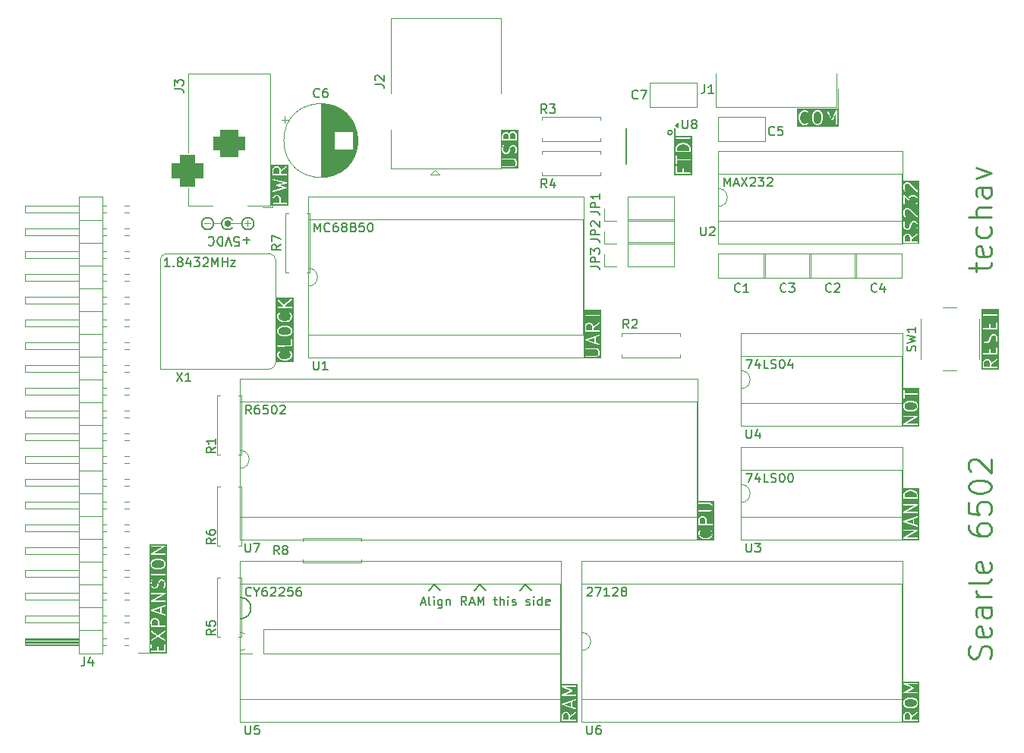
<source format=gto>
G04 #@! TF.GenerationSoftware,KiCad,Pcbnew,8.0.1*
G04 #@! TF.CreationDate,2024-05-27T02:36:23-05:00*
G04 #@! TF.ProjectId,Minimal-6502,53656172-6c65-4363-9530-322e6b696361,rev?*
G04 #@! TF.SameCoordinates,Original*
G04 #@! TF.FileFunction,Legend,Top*
G04 #@! TF.FilePolarity,Positive*
%FSLAX46Y46*%
G04 Gerber Fmt 4.6, Leading zero omitted, Abs format (unit mm)*
G04 Created by KiCad (PCBNEW 8.0.1) date 2024-05-27 02:36:23*
%MOMM*%
%LPD*%
G01*
G04 APERTURE LIST*
G04 Aperture macros list*
%AMRoundRect*
0 Rectangle with rounded corners*
0 $1 Rounding radius*
0 $2 $3 $4 $5 $6 $7 $8 $9 X,Y pos of 4 corners*
0 Add a 4 corners polygon primitive as box body*
4,1,4,$2,$3,$4,$5,$6,$7,$8,$9,$2,$3,0*
0 Add four circle primitives for the rounded corners*
1,1,$1+$1,$2,$3*
1,1,$1+$1,$4,$5*
1,1,$1+$1,$6,$7*
1,1,$1+$1,$8,$9*
0 Add four rect primitives between the rounded corners*
20,1,$1+$1,$2,$3,$4,$5,0*
20,1,$1+$1,$4,$5,$6,$7,0*
20,1,$1+$1,$6,$7,$8,$9,0*
20,1,$1+$1,$8,$9,$2,$3,0*%
G04 Aperture macros list end*
%ADD10C,0.150000*%
%ADD11C,0.000000*%
%ADD12C,0.250000*%
%ADD13C,0.120000*%
%ADD14R,1.700000X1.700000*%
%ADD15O,1.700000X1.700000*%
%ADD16C,1.600000*%
%ADD17O,1.600000X1.600000*%
%ADD18R,3.500000X3.500000*%
%ADD19RoundRect,0.750000X-1.000000X0.750000X-1.000000X-0.750000X1.000000X-0.750000X1.000000X0.750000X0*%
%ADD20RoundRect,0.875000X-0.875000X0.875000X-0.875000X-0.875000X0.875000X-0.875000X0.875000X0.875000X0*%
%ADD21R,0.400000X1.200000*%
%ADD22C,1.700000*%
%ADD23C,3.500000*%
%ADD24R,1.600000X1.600000*%
%ADD25C,0.800000*%
%ADD26C,6.400000*%
%ADD27C,2.000000*%
%ADD28R,1.846667X3.480000*%
G04 APERTURE END LIST*
D10*
X175260000Y-107950000D02*
X175895000Y-108585000D01*
X174625000Y-108585000D02*
X175260000Y-107950000D01*
X170180000Y-107950000D02*
X170815000Y-108585000D01*
X169545000Y-108585000D02*
X170180000Y-107950000D01*
X165100000Y-107950000D02*
X165735000Y-108585000D01*
X164465000Y-108585000D02*
X165100000Y-107950000D01*
X163624523Y-109974104D02*
X164100713Y-109974104D01*
X163529285Y-110259819D02*
X163862618Y-109259819D01*
X163862618Y-109259819D02*
X164195951Y-110259819D01*
X164672142Y-110259819D02*
X164576904Y-110212200D01*
X164576904Y-110212200D02*
X164529285Y-110116961D01*
X164529285Y-110116961D02*
X164529285Y-109259819D01*
X165053095Y-110259819D02*
X165053095Y-109593152D01*
X165053095Y-109259819D02*
X165005476Y-109307438D01*
X165005476Y-109307438D02*
X165053095Y-109355057D01*
X165053095Y-109355057D02*
X165100714Y-109307438D01*
X165100714Y-109307438D02*
X165053095Y-109259819D01*
X165053095Y-109259819D02*
X165053095Y-109355057D01*
X165957856Y-109593152D02*
X165957856Y-110402676D01*
X165957856Y-110402676D02*
X165910237Y-110497914D01*
X165910237Y-110497914D02*
X165862618Y-110545533D01*
X165862618Y-110545533D02*
X165767380Y-110593152D01*
X165767380Y-110593152D02*
X165624523Y-110593152D01*
X165624523Y-110593152D02*
X165529285Y-110545533D01*
X165957856Y-110212200D02*
X165862618Y-110259819D01*
X165862618Y-110259819D02*
X165672142Y-110259819D01*
X165672142Y-110259819D02*
X165576904Y-110212200D01*
X165576904Y-110212200D02*
X165529285Y-110164580D01*
X165529285Y-110164580D02*
X165481666Y-110069342D01*
X165481666Y-110069342D02*
X165481666Y-109783628D01*
X165481666Y-109783628D02*
X165529285Y-109688390D01*
X165529285Y-109688390D02*
X165576904Y-109640771D01*
X165576904Y-109640771D02*
X165672142Y-109593152D01*
X165672142Y-109593152D02*
X165862618Y-109593152D01*
X165862618Y-109593152D02*
X165957856Y-109640771D01*
X166434047Y-109593152D02*
X166434047Y-110259819D01*
X166434047Y-109688390D02*
X166481666Y-109640771D01*
X166481666Y-109640771D02*
X166576904Y-109593152D01*
X166576904Y-109593152D02*
X166719761Y-109593152D01*
X166719761Y-109593152D02*
X166814999Y-109640771D01*
X166814999Y-109640771D02*
X166862618Y-109736009D01*
X166862618Y-109736009D02*
X166862618Y-110259819D01*
X168672142Y-110259819D02*
X168338809Y-109783628D01*
X168100714Y-110259819D02*
X168100714Y-109259819D01*
X168100714Y-109259819D02*
X168481666Y-109259819D01*
X168481666Y-109259819D02*
X168576904Y-109307438D01*
X168576904Y-109307438D02*
X168624523Y-109355057D01*
X168624523Y-109355057D02*
X168672142Y-109450295D01*
X168672142Y-109450295D02*
X168672142Y-109593152D01*
X168672142Y-109593152D02*
X168624523Y-109688390D01*
X168624523Y-109688390D02*
X168576904Y-109736009D01*
X168576904Y-109736009D02*
X168481666Y-109783628D01*
X168481666Y-109783628D02*
X168100714Y-109783628D01*
X169053095Y-109974104D02*
X169529285Y-109974104D01*
X168957857Y-110259819D02*
X169291190Y-109259819D01*
X169291190Y-109259819D02*
X169624523Y-110259819D01*
X169957857Y-110259819D02*
X169957857Y-109259819D01*
X169957857Y-109259819D02*
X170291190Y-109974104D01*
X170291190Y-109974104D02*
X170624523Y-109259819D01*
X170624523Y-109259819D02*
X170624523Y-110259819D01*
X171719762Y-109593152D02*
X172100714Y-109593152D01*
X171862619Y-109259819D02*
X171862619Y-110116961D01*
X171862619Y-110116961D02*
X171910238Y-110212200D01*
X171910238Y-110212200D02*
X172005476Y-110259819D01*
X172005476Y-110259819D02*
X172100714Y-110259819D01*
X172434048Y-110259819D02*
X172434048Y-109259819D01*
X172862619Y-110259819D02*
X172862619Y-109736009D01*
X172862619Y-109736009D02*
X172815000Y-109640771D01*
X172815000Y-109640771D02*
X172719762Y-109593152D01*
X172719762Y-109593152D02*
X172576905Y-109593152D01*
X172576905Y-109593152D02*
X172481667Y-109640771D01*
X172481667Y-109640771D02*
X172434048Y-109688390D01*
X173338810Y-110259819D02*
X173338810Y-109593152D01*
X173338810Y-109259819D02*
X173291191Y-109307438D01*
X173291191Y-109307438D02*
X173338810Y-109355057D01*
X173338810Y-109355057D02*
X173386429Y-109307438D01*
X173386429Y-109307438D02*
X173338810Y-109259819D01*
X173338810Y-109259819D02*
X173338810Y-109355057D01*
X173767381Y-110212200D02*
X173862619Y-110259819D01*
X173862619Y-110259819D02*
X174053095Y-110259819D01*
X174053095Y-110259819D02*
X174148333Y-110212200D01*
X174148333Y-110212200D02*
X174195952Y-110116961D01*
X174195952Y-110116961D02*
X174195952Y-110069342D01*
X174195952Y-110069342D02*
X174148333Y-109974104D01*
X174148333Y-109974104D02*
X174053095Y-109926485D01*
X174053095Y-109926485D02*
X173910238Y-109926485D01*
X173910238Y-109926485D02*
X173815000Y-109878866D01*
X173815000Y-109878866D02*
X173767381Y-109783628D01*
X173767381Y-109783628D02*
X173767381Y-109736009D01*
X173767381Y-109736009D02*
X173815000Y-109640771D01*
X173815000Y-109640771D02*
X173910238Y-109593152D01*
X173910238Y-109593152D02*
X174053095Y-109593152D01*
X174053095Y-109593152D02*
X174148333Y-109640771D01*
X175338810Y-110212200D02*
X175434048Y-110259819D01*
X175434048Y-110259819D02*
X175624524Y-110259819D01*
X175624524Y-110259819D02*
X175719762Y-110212200D01*
X175719762Y-110212200D02*
X175767381Y-110116961D01*
X175767381Y-110116961D02*
X175767381Y-110069342D01*
X175767381Y-110069342D02*
X175719762Y-109974104D01*
X175719762Y-109974104D02*
X175624524Y-109926485D01*
X175624524Y-109926485D02*
X175481667Y-109926485D01*
X175481667Y-109926485D02*
X175386429Y-109878866D01*
X175386429Y-109878866D02*
X175338810Y-109783628D01*
X175338810Y-109783628D02*
X175338810Y-109736009D01*
X175338810Y-109736009D02*
X175386429Y-109640771D01*
X175386429Y-109640771D02*
X175481667Y-109593152D01*
X175481667Y-109593152D02*
X175624524Y-109593152D01*
X175624524Y-109593152D02*
X175719762Y-109640771D01*
X176195953Y-110259819D02*
X176195953Y-109593152D01*
X176195953Y-109259819D02*
X176148334Y-109307438D01*
X176148334Y-109307438D02*
X176195953Y-109355057D01*
X176195953Y-109355057D02*
X176243572Y-109307438D01*
X176243572Y-109307438D02*
X176195953Y-109259819D01*
X176195953Y-109259819D02*
X176195953Y-109355057D01*
X177100714Y-110259819D02*
X177100714Y-109259819D01*
X177100714Y-110212200D02*
X177005476Y-110259819D01*
X177005476Y-110259819D02*
X176815000Y-110259819D01*
X176815000Y-110259819D02*
X176719762Y-110212200D01*
X176719762Y-110212200D02*
X176672143Y-110164580D01*
X176672143Y-110164580D02*
X176624524Y-110069342D01*
X176624524Y-110069342D02*
X176624524Y-109783628D01*
X176624524Y-109783628D02*
X176672143Y-109688390D01*
X176672143Y-109688390D02*
X176719762Y-109640771D01*
X176719762Y-109640771D02*
X176815000Y-109593152D01*
X176815000Y-109593152D02*
X177005476Y-109593152D01*
X177005476Y-109593152D02*
X177100714Y-109640771D01*
X177957857Y-110212200D02*
X177862619Y-110259819D01*
X177862619Y-110259819D02*
X177672143Y-110259819D01*
X177672143Y-110259819D02*
X177576905Y-110212200D01*
X177576905Y-110212200D02*
X177529286Y-110116961D01*
X177529286Y-110116961D02*
X177529286Y-109736009D01*
X177529286Y-109736009D02*
X177576905Y-109640771D01*
X177576905Y-109640771D02*
X177672143Y-109593152D01*
X177672143Y-109593152D02*
X177862619Y-109593152D01*
X177862619Y-109593152D02*
X177957857Y-109640771D01*
X177957857Y-109640771D02*
X178005476Y-109736009D01*
X178005476Y-109736009D02*
X178005476Y-109831247D01*
X178005476Y-109831247D02*
X177529286Y-109926485D01*
X143450000Y-109378491D02*
G75*
G02*
X143450000Y-111761511I0J-1191510D01*
G01*
G36*
X208078009Y-55235763D02*
G01*
X208199629Y-55355776D01*
X208264235Y-55609172D01*
X208265584Y-56090678D01*
X208201757Y-56351138D01*
X208083861Y-56470614D01*
X207966814Y-56530351D01*
X207716343Y-56531552D01*
X207600440Y-56474794D01*
X207478819Y-56354779D01*
X207414214Y-56101384D01*
X207412865Y-55619877D01*
X207476691Y-55359417D01*
X207594588Y-55239942D01*
X207711635Y-55180204D01*
X207962106Y-55179003D01*
X208078009Y-55235763D01*
G37*
G36*
X210223749Y-56846945D02*
G01*
X205597558Y-56846945D01*
X205597558Y-55748135D01*
X205764225Y-55748135D01*
X205765544Y-55957794D01*
X205764314Y-55966066D01*
X205765653Y-55975130D01*
X205765666Y-55977053D01*
X205766089Y-55978074D01*
X205766464Y-55980611D01*
X205837772Y-56260300D01*
X205838316Y-56267945D01*
X205842527Y-56278949D01*
X205842839Y-56280171D01*
X205843161Y-56280606D01*
X205843571Y-56281676D01*
X205915812Y-56423221D01*
X205919721Y-56432659D01*
X205922121Y-56435584D01*
X205922832Y-56436976D01*
X205924330Y-56438275D01*
X205929049Y-56444025D01*
X206064728Y-56577912D01*
X206065689Y-56579833D01*
X206073829Y-56586892D01*
X206083271Y-56596210D01*
X206085761Y-56597241D01*
X206087797Y-56599007D01*
X206101222Y-56605001D01*
X206314725Y-56674749D01*
X206324593Y-56678837D01*
X206328378Y-56679209D01*
X206329845Y-56679689D01*
X206331819Y-56679548D01*
X206339225Y-56680278D01*
X206481442Y-56678976D01*
X206491462Y-56679689D01*
X206495145Y-56678851D01*
X206496714Y-56678837D01*
X206498545Y-56678078D01*
X206505799Y-56676429D01*
X206708798Y-56607409D01*
X206711000Y-56607409D01*
X206721085Y-56603231D01*
X206733510Y-56599007D01*
X206735545Y-56597241D01*
X206738036Y-56596210D01*
X206749401Y-56586883D01*
X206830157Y-56504088D01*
X206841355Y-56477052D01*
X206841355Y-56447789D01*
X206830156Y-56420753D01*
X206809463Y-56400060D01*
X206782427Y-56388862D01*
X206753164Y-56388862D01*
X206726128Y-56400061D01*
X206714763Y-56409388D01*
X206657859Y-56467728D01*
X206473663Y-56530355D01*
X206354727Y-56531443D01*
X206167190Y-56470177D01*
X206045317Y-56349914D01*
X205982741Y-56227308D01*
X205914200Y-55958472D01*
X205912965Y-55762328D01*
X205951450Y-55605278D01*
X207264225Y-55605278D01*
X207265610Y-56100207D01*
X207264314Y-56108923D01*
X207265660Y-56118033D01*
X207265666Y-56119910D01*
X207266089Y-56120931D01*
X207266464Y-56123468D01*
X207337094Y-56400494D01*
X207337094Y-56405623D01*
X207340494Y-56413833D01*
X207342839Y-56423028D01*
X207346159Y-56427509D01*
X207348293Y-56432660D01*
X207357620Y-56444025D01*
X207500617Y-56585133D01*
X207507527Y-56593100D01*
X207510742Y-56595123D01*
X207511844Y-56596211D01*
X207513673Y-56596968D01*
X207519970Y-56600932D01*
X207653274Y-56666212D01*
X207654700Y-56667638D01*
X207664338Y-56671630D01*
X207676559Y-56677615D01*
X207679246Y-56677805D01*
X207681736Y-56678837D01*
X207696368Y-56680278D01*
X207970522Y-56678962D01*
X207972701Y-56679689D01*
X207983821Y-56678898D01*
X207996714Y-56678837D01*
X207999203Y-56677805D01*
X208001891Y-56677615D01*
X208015623Y-56672360D01*
X208157170Y-56600118D01*
X208166607Y-56596210D01*
X208169530Y-56593810D01*
X208170923Y-56593100D01*
X208172222Y-56591601D01*
X208177972Y-56586883D01*
X208313948Y-56449084D01*
X208318188Y-56446541D01*
X208323400Y-56439505D01*
X208330157Y-56432659D01*
X208332290Y-56427508D01*
X208335610Y-56423028D01*
X208340557Y-56409182D01*
X208409502Y-56127831D01*
X208412784Y-56119910D01*
X208413684Y-56110766D01*
X208414136Y-56108924D01*
X208413973Y-56107831D01*
X208414225Y-56105278D01*
X208412839Y-55610347D01*
X208414136Y-55601632D01*
X208412789Y-55592521D01*
X208412784Y-55590646D01*
X208412361Y-55589625D01*
X208411986Y-55587087D01*
X208341355Y-55310060D01*
X208341355Y-55304932D01*
X208337953Y-55296721D01*
X208335610Y-55287528D01*
X208332289Y-55283046D01*
X208330156Y-55277896D01*
X208320829Y-55266531D01*
X208177832Y-55125423D01*
X208170923Y-55117457D01*
X208167707Y-55115433D01*
X208166607Y-55114347D01*
X208164779Y-55113589D01*
X208158480Y-55109625D01*
X208149603Y-55105278D01*
X208907082Y-55105278D01*
X208908523Y-56619910D01*
X208919722Y-56646946D01*
X208940414Y-56667638D01*
X208967450Y-56678837D01*
X208996714Y-56678837D01*
X209023750Y-56667638D01*
X209044442Y-56646946D01*
X209055641Y-56619910D01*
X209057082Y-56605278D01*
X209055973Y-55440017D01*
X209414140Y-56205113D01*
X209417952Y-56215596D01*
X209420193Y-56218043D01*
X209421612Y-56221074D01*
X209430021Y-56228774D01*
X209437716Y-56237177D01*
X209440734Y-56238585D01*
X209443193Y-56240837D01*
X209453905Y-56244732D01*
X209464234Y-56249553D01*
X209467562Y-56249699D01*
X209470694Y-56250838D01*
X209482088Y-56250337D01*
X209493470Y-56250837D01*
X209496598Y-56249699D01*
X209499930Y-56249553D01*
X209510265Y-56244729D01*
X209520971Y-56240837D01*
X209523426Y-56238587D01*
X209526448Y-56237178D01*
X209534149Y-56228767D01*
X209542552Y-56221073D01*
X209545035Y-56216880D01*
X209546212Y-56215596D01*
X209546872Y-56213780D01*
X209550046Y-56208423D01*
X209907400Y-55440250D01*
X209908523Y-56619910D01*
X209919722Y-56646946D01*
X209940414Y-56667638D01*
X209967450Y-56678837D01*
X209996714Y-56678837D01*
X210023750Y-56667638D01*
X210044442Y-56646946D01*
X210055641Y-56619910D01*
X210057082Y-56605278D01*
X210055656Y-55106559D01*
X210056213Y-55093890D01*
X210055642Y-55092321D01*
X210055641Y-55090646D01*
X210050662Y-55078627D01*
X210046212Y-55066389D01*
X210045082Y-55065155D01*
X210044442Y-55063610D01*
X210035242Y-55054410D01*
X210026448Y-55044807D01*
X210024931Y-55044099D01*
X210023750Y-55042918D01*
X210011737Y-55037941D01*
X209999930Y-55032432D01*
X209998257Y-55032358D01*
X209996714Y-55031719D01*
X209983708Y-55031719D01*
X209970694Y-55031147D01*
X209969121Y-55031719D01*
X209967450Y-55031719D01*
X209955431Y-55036697D01*
X209943193Y-55041148D01*
X209941959Y-55042278D01*
X209940414Y-55042918D01*
X209931215Y-55052116D01*
X209921612Y-55060911D01*
X209920436Y-55062895D01*
X209919722Y-55063610D01*
X209919045Y-55065243D01*
X209914118Y-55073561D01*
X209482655Y-56001035D01*
X209049259Y-55075240D01*
X209044442Y-55063610D01*
X209043263Y-55062431D01*
X209042552Y-55060912D01*
X209032955Y-55052123D01*
X209023750Y-55042918D01*
X209022204Y-55042277D01*
X209020971Y-55041148D01*
X209008740Y-55036700D01*
X208996714Y-55031719D01*
X208995040Y-55031719D01*
X208993470Y-55031148D01*
X208980469Y-55031719D01*
X208967450Y-55031719D01*
X208965905Y-55032358D01*
X208964234Y-55032432D01*
X208952435Y-55037938D01*
X208940414Y-55042918D01*
X208939231Y-55044100D01*
X208937716Y-55044808D01*
X208928927Y-55054404D01*
X208919722Y-55063610D01*
X208919081Y-55065155D01*
X208917952Y-55066389D01*
X208913504Y-55078619D01*
X208908523Y-55090646D01*
X208908296Y-55092941D01*
X208907952Y-55093890D01*
X208908029Y-55095656D01*
X208907082Y-55105278D01*
X208149603Y-55105278D01*
X208025175Y-55044343D01*
X208023750Y-55042918D01*
X208014116Y-55038927D01*
X208001892Y-55032941D01*
X207999202Y-55032749D01*
X207996714Y-55031719D01*
X207982082Y-55030278D01*
X207707927Y-55031593D01*
X207705748Y-55030867D01*
X207694627Y-55031657D01*
X207681736Y-55031719D01*
X207679247Y-55032749D01*
X207676558Y-55032941D01*
X207662827Y-55038196D01*
X207521290Y-55110433D01*
X207511844Y-55114346D01*
X207508915Y-55116749D01*
X207507527Y-55117458D01*
X207506230Y-55118953D01*
X207500478Y-55123674D01*
X207364499Y-55261473D01*
X207360261Y-55264016D01*
X207355049Y-55271048D01*
X207348293Y-55277896D01*
X207346159Y-55283047D01*
X207342839Y-55287528D01*
X207337892Y-55301374D01*
X207268947Y-55582723D01*
X207265666Y-55590646D01*
X207264765Y-55599791D01*
X207264314Y-55601633D01*
X207264476Y-55602724D01*
X207264225Y-55605278D01*
X205951450Y-55605278D01*
X205978742Y-55493905D01*
X206041138Y-55366493D01*
X206163027Y-55242971D01*
X206347644Y-55180200D01*
X206466579Y-55179112D01*
X206654306Y-55240441D01*
X206726128Y-55310495D01*
X206753164Y-55321694D01*
X206782427Y-55321694D01*
X206809463Y-55310495D01*
X206830156Y-55289802D01*
X206841355Y-55262766D01*
X206841355Y-55233503D01*
X206830156Y-55206467D01*
X206820829Y-55195102D01*
X206756369Y-55132229D01*
X206755617Y-55130724D01*
X206748479Y-55124533D01*
X206738036Y-55114347D01*
X206735545Y-55113315D01*
X206733510Y-55111550D01*
X206720085Y-55105556D01*
X206506581Y-55035806D01*
X206496714Y-55031719D01*
X206492928Y-55031346D01*
X206491462Y-55030867D01*
X206489487Y-55031007D01*
X206482082Y-55030278D01*
X206339863Y-55031579D01*
X206329844Y-55030867D01*
X206326160Y-55031704D01*
X206324593Y-55031719D01*
X206322762Y-55032477D01*
X206315507Y-55034127D01*
X206112507Y-55103148D01*
X206110307Y-55103148D01*
X206100227Y-55107323D01*
X206087796Y-55111550D01*
X206085759Y-55113316D01*
X206083271Y-55114347D01*
X206071906Y-55123674D01*
X205930798Y-55266670D01*
X205922832Y-55273580D01*
X205920808Y-55276795D01*
X205919722Y-55277896D01*
X205918964Y-55279723D01*
X205915000Y-55286023D01*
X205847157Y-55424557D01*
X205842839Y-55430385D01*
X205838888Y-55441442D01*
X205838316Y-55442611D01*
X205838277Y-55443151D01*
X205837892Y-55444231D01*
X205768947Y-55725580D01*
X205765666Y-55733503D01*
X205764765Y-55742648D01*
X205764314Y-55744490D01*
X205764476Y-55745581D01*
X205764225Y-55748135D01*
X205597558Y-55748135D01*
X205597558Y-54863611D01*
X210223749Y-54863611D01*
X210223749Y-56846945D01*
G37*
X191643000Y-57531000D02*
G75*
G02*
X191135000Y-57531000I-254000J0D01*
G01*
X191135000Y-57531000D02*
G75*
G02*
X191643000Y-57531000I254000J0D01*
G01*
G36*
X147699698Y-64687583D02*
G01*
X147754928Y-64741455D01*
X147814379Y-64857941D01*
X147815564Y-65339922D01*
X147178446Y-65340528D01*
X147177272Y-64862884D01*
X147234183Y-64746672D01*
X147288052Y-64691443D01*
X147404654Y-64631933D01*
X147583756Y-64630806D01*
X147699698Y-64687583D01*
G37*
G36*
X147699698Y-61473297D02*
G01*
X147754928Y-61527169D01*
X147814379Y-61643655D01*
X147814865Y-61841502D01*
X147814360Y-61844369D01*
X147814878Y-61846710D01*
X147815564Y-62125636D01*
X147178446Y-62126242D01*
X147177272Y-61648598D01*
X147234183Y-61532386D01*
X147288052Y-61477157D01*
X147404654Y-61417647D01*
X147583756Y-61416520D01*
X147699698Y-61473297D01*
G37*
G36*
X148845277Y-65655840D02*
G01*
X146861961Y-65655840D01*
X146861961Y-64842744D01*
X147028628Y-64842744D01*
X147030069Y-65428805D01*
X147041268Y-65455841D01*
X147061960Y-65476533D01*
X147088996Y-65487732D01*
X147103628Y-65489173D01*
X148618260Y-65487732D01*
X148645296Y-65476533D01*
X148665988Y-65455841D01*
X148677187Y-65428805D01*
X148677187Y-65399541D01*
X148665988Y-65372505D01*
X148645296Y-65351813D01*
X148618260Y-65340614D01*
X148603628Y-65339173D01*
X147964159Y-65339781D01*
X147962965Y-64854486D01*
X147963753Y-64852125D01*
X147962931Y-64840564D01*
X147962901Y-64828112D01*
X147961869Y-64825622D01*
X147961679Y-64822935D01*
X147956424Y-64809203D01*
X147884185Y-64667660D01*
X147880275Y-64658219D01*
X147877873Y-64655292D01*
X147877164Y-64653903D01*
X147875667Y-64652604D01*
X147870947Y-64646854D01*
X147798658Y-64576344D01*
X147792469Y-64569208D01*
X147789290Y-64567207D01*
X147788153Y-64566098D01*
X147786325Y-64565340D01*
X147780026Y-64561376D01*
X147646721Y-64496095D01*
X147645296Y-64494670D01*
X147635657Y-64490677D01*
X147623437Y-64484693D01*
X147620749Y-64484502D01*
X147618260Y-64483471D01*
X147603628Y-64482030D01*
X147400786Y-64483306D01*
X147398723Y-64482619D01*
X147387900Y-64483387D01*
X147374710Y-64483471D01*
X147372220Y-64484502D01*
X147369533Y-64484693D01*
X147355801Y-64489948D01*
X147214253Y-64562189D01*
X147204817Y-64566098D01*
X147201893Y-64568497D01*
X147200501Y-64569208D01*
X147199201Y-64570706D01*
X147193452Y-64575425D01*
X147122942Y-64647714D01*
X147115807Y-64653903D01*
X147113806Y-64657081D01*
X147112696Y-64658220D01*
X147111938Y-64660049D01*
X147107975Y-64666346D01*
X147042693Y-64799650D01*
X147041268Y-64801076D01*
X147037277Y-64810709D01*
X147031291Y-64822934D01*
X147031099Y-64825623D01*
X147030069Y-64828112D01*
X147028628Y-64842744D01*
X146861961Y-64842744D01*
X146861961Y-64059834D01*
X147028680Y-64059834D01*
X147035458Y-64088302D01*
X147052615Y-64112009D01*
X147077537Y-64127345D01*
X147106432Y-64131978D01*
X147121000Y-64129990D01*
X148617195Y-63772289D01*
X148627821Y-63770878D01*
X148631141Y-63768955D01*
X148634900Y-63768057D01*
X148643724Y-63761670D01*
X148653146Y-63756216D01*
X148655486Y-63753158D01*
X148658607Y-63750900D01*
X148664314Y-63741624D01*
X148670933Y-63732978D01*
X148671925Y-63729257D01*
X148673943Y-63725978D01*
X148675667Y-63715223D01*
X148678473Y-63704702D01*
X148677966Y-63700886D01*
X148678576Y-63697083D01*
X148676052Y-63686484D01*
X148674619Y-63675694D01*
X148672690Y-63672362D01*
X148671798Y-63668615D01*
X148665411Y-63659790D01*
X148659957Y-63650369D01*
X148656899Y-63648028D01*
X148654641Y-63644908D01*
X148645365Y-63639200D01*
X148636719Y-63632582D01*
X148631319Y-63630556D01*
X148629719Y-63629572D01*
X148627927Y-63629284D01*
X148622953Y-63627419D01*
X147820518Y-63414539D01*
X148619192Y-63200460D01*
X148629719Y-63198773D01*
X148632983Y-63196764D01*
X148636719Y-63195763D01*
X148645365Y-63189144D01*
X148654641Y-63183437D01*
X148656899Y-63180316D01*
X148659957Y-63177976D01*
X148665409Y-63168557D01*
X148671798Y-63159730D01*
X148672690Y-63155979D01*
X148674618Y-63152651D01*
X148676051Y-63141866D01*
X148678576Y-63131262D01*
X148677966Y-63127457D01*
X148678473Y-63123643D01*
X148675668Y-63113127D01*
X148673944Y-63102367D01*
X148671924Y-63099085D01*
X148670933Y-63095367D01*
X148664316Y-63086723D01*
X148658607Y-63077445D01*
X148655486Y-63075186D01*
X148653146Y-63072129D01*
X148643724Y-63066674D01*
X148634900Y-63060288D01*
X148629449Y-63058409D01*
X148627821Y-63057467D01*
X148626019Y-63057227D01*
X148621000Y-63055498D01*
X147106432Y-62696368D01*
X147077537Y-62701001D01*
X147052615Y-62716337D01*
X147035458Y-62740044D01*
X147028680Y-62768512D01*
X147033313Y-62797407D01*
X147048649Y-62822329D01*
X147072356Y-62839486D01*
X147086256Y-62844276D01*
X148300237Y-63132131D01*
X147517630Y-63341903D01*
X147508007Y-63343182D01*
X147503822Y-63345604D01*
X147499109Y-63346868D01*
X147491249Y-63352883D01*
X147482682Y-63357844D01*
X147479728Y-63361701D01*
X147475871Y-63364655D01*
X147470910Y-63373222D01*
X147464895Y-63381082D01*
X147463643Y-63385774D01*
X147461209Y-63389980D01*
X147459905Y-63399795D01*
X147457355Y-63409358D01*
X147457994Y-63414173D01*
X147457355Y-63418989D01*
X147459905Y-63428551D01*
X147461209Y-63438366D01*
X147463643Y-63442571D01*
X147464895Y-63447264D01*
X147470910Y-63455123D01*
X147475871Y-63463691D01*
X147479728Y-63466644D01*
X147482682Y-63470502D01*
X147491249Y-63475462D01*
X147499109Y-63481478D01*
X147506296Y-63484173D01*
X147508007Y-63485164D01*
X147509446Y-63485355D01*
X147512875Y-63486641D01*
X148299809Y-63695408D01*
X147072356Y-63988860D01*
X147048649Y-64006017D01*
X147033313Y-64030939D01*
X147028680Y-64059834D01*
X146861961Y-64059834D01*
X146861961Y-61628458D01*
X147028628Y-61628458D01*
X147030069Y-62214519D01*
X147041268Y-62241555D01*
X147061960Y-62262247D01*
X147088996Y-62273446D01*
X147103628Y-62274887D01*
X148618260Y-62273446D01*
X148645296Y-62262247D01*
X148665988Y-62241555D01*
X148677187Y-62214519D01*
X148677187Y-62185255D01*
X148665988Y-62158219D01*
X148645296Y-62137527D01*
X148618260Y-62126328D01*
X148603628Y-62124887D01*
X147964159Y-62125495D01*
X147963561Y-61882264D01*
X148657798Y-61394615D01*
X148673525Y-61369936D01*
X148678610Y-61341119D01*
X148672281Y-61312548D01*
X148655499Y-61288574D01*
X148630820Y-61272847D01*
X148602003Y-61267762D01*
X148573432Y-61274091D01*
X148560618Y-61281302D01*
X147963115Y-61701002D01*
X147962965Y-61640200D01*
X147963753Y-61637839D01*
X147962931Y-61626278D01*
X147962901Y-61613826D01*
X147961869Y-61611336D01*
X147961679Y-61608649D01*
X147956424Y-61594917D01*
X147884185Y-61453374D01*
X147880275Y-61443933D01*
X147877873Y-61441006D01*
X147877164Y-61439617D01*
X147875667Y-61438318D01*
X147870947Y-61432568D01*
X147798658Y-61362058D01*
X147792469Y-61354922D01*
X147789290Y-61352921D01*
X147788153Y-61351812D01*
X147786325Y-61351054D01*
X147780026Y-61347090D01*
X147646721Y-61281809D01*
X147645296Y-61280384D01*
X147635657Y-61276391D01*
X147623437Y-61270407D01*
X147620749Y-61270216D01*
X147618260Y-61269185D01*
X147603628Y-61267744D01*
X147400786Y-61269020D01*
X147398723Y-61268333D01*
X147387900Y-61269101D01*
X147374710Y-61269185D01*
X147372220Y-61270216D01*
X147369533Y-61270407D01*
X147355801Y-61275662D01*
X147214253Y-61347903D01*
X147204817Y-61351812D01*
X147201893Y-61354211D01*
X147200501Y-61354922D01*
X147199201Y-61356420D01*
X147193452Y-61361139D01*
X147122942Y-61433428D01*
X147115807Y-61439617D01*
X147113806Y-61442795D01*
X147112696Y-61443934D01*
X147111938Y-61445763D01*
X147107975Y-61452060D01*
X147042693Y-61585364D01*
X147041268Y-61586790D01*
X147037277Y-61596423D01*
X147031291Y-61608648D01*
X147031099Y-61611337D01*
X147030069Y-61613826D01*
X147028628Y-61628458D01*
X146861961Y-61628458D01*
X146861961Y-61101077D01*
X148845277Y-61101077D01*
X148845277Y-65655840D01*
G37*
G36*
X173264400Y-57679681D02*
G01*
X173319628Y-57733550D01*
X173379085Y-57850048D01*
X173380235Y-58260658D01*
X172814550Y-58261196D01*
X172813413Y-57854957D01*
X172870312Y-57738769D01*
X172924181Y-57683540D01*
X173040871Y-57623985D01*
X173148654Y-57622998D01*
X173264400Y-57679681D01*
G37*
G36*
X174050113Y-57608251D02*
G01*
X174105343Y-57662123D01*
X174164794Y-57778609D01*
X174165977Y-58259911D01*
X173528834Y-58260517D01*
X173527688Y-57850923D01*
X173589205Y-57662616D01*
X173638468Y-57612111D01*
X173755069Y-57552601D01*
X173934171Y-57551474D01*
X174050113Y-57608251D01*
G37*
G36*
X174481424Y-61576508D02*
G01*
X172498090Y-61576508D01*
X172498090Y-61349473D01*
X172666198Y-61349473D01*
X172677397Y-61376509D01*
X172698089Y-61397201D01*
X172725125Y-61408400D01*
X172739757Y-61409841D01*
X173942199Y-61408431D01*
X173944662Y-61409252D01*
X173956451Y-61408414D01*
X173968675Y-61408400D01*
X173971163Y-61407369D01*
X173973853Y-61407178D01*
X173987584Y-61401923D01*
X174129129Y-61329681D01*
X174138567Y-61325773D01*
X174141492Y-61323372D01*
X174142884Y-61322662D01*
X174144183Y-61321163D01*
X174149933Y-61316445D01*
X174220441Y-61244157D01*
X174227579Y-61237968D01*
X174229579Y-61234789D01*
X174230689Y-61233652D01*
X174231446Y-61231824D01*
X174235411Y-61225525D01*
X174300691Y-61092219D01*
X174302117Y-61090794D01*
X174306109Y-61081156D01*
X174312094Y-61068935D01*
X174312284Y-61066247D01*
X174313316Y-61063758D01*
X174314757Y-61049126D01*
X174313441Y-60774971D01*
X174314168Y-60772793D01*
X174313377Y-60761672D01*
X174313316Y-60748780D01*
X174312284Y-60746290D01*
X174312094Y-60743603D01*
X174306839Y-60729871D01*
X174234600Y-60588328D01*
X174230690Y-60578887D01*
X174228288Y-60575960D01*
X174227579Y-60574571D01*
X174226082Y-60573272D01*
X174221362Y-60567522D01*
X174149073Y-60497012D01*
X174142884Y-60489876D01*
X174139705Y-60487875D01*
X174138568Y-60486766D01*
X174136740Y-60486008D01*
X174130441Y-60482044D01*
X173997136Y-60416763D01*
X173995711Y-60415338D01*
X173986072Y-60411345D01*
X173973852Y-60405361D01*
X173971164Y-60405170D01*
X173968675Y-60404139D01*
X173954043Y-60402698D01*
X172725125Y-60404139D01*
X172698089Y-60415338D01*
X172677397Y-60436030D01*
X172666198Y-60463066D01*
X172666198Y-60492330D01*
X172677397Y-60519366D01*
X172698089Y-60540058D01*
X172725125Y-60551257D01*
X172739757Y-60552698D01*
X173933811Y-60551297D01*
X174050113Y-60608251D01*
X174105343Y-60662123D01*
X174164830Y-60778679D01*
X174166031Y-61029150D01*
X174109202Y-61145197D01*
X174055333Y-61200426D01*
X173938885Y-61259858D01*
X172725125Y-61261282D01*
X172698089Y-61272481D01*
X172677397Y-61293173D01*
X172666198Y-61320209D01*
X172666198Y-61349473D01*
X172498090Y-61349473D01*
X172498090Y-59191983D01*
X172664757Y-59191983D01*
X172666096Y-59537494D01*
X172665346Y-59539745D01*
X172666148Y-59551043D01*
X172666198Y-59563758D01*
X172667228Y-59566246D01*
X172667420Y-59568936D01*
X172672675Y-59582667D01*
X172744916Y-59724212D01*
X172748825Y-59733650D01*
X172751225Y-59736575D01*
X172751936Y-59737967D01*
X172753434Y-59739266D01*
X172758153Y-59745016D01*
X172830440Y-59815524D01*
X172836630Y-59822662D01*
X172839808Y-59824662D01*
X172840946Y-59825772D01*
X172842773Y-59826529D01*
X172849073Y-59830494D01*
X172982377Y-59895774D01*
X172983803Y-59897200D01*
X172993441Y-59901192D01*
X173005662Y-59907177D01*
X173008349Y-59907367D01*
X173010839Y-59908399D01*
X173025471Y-59909840D01*
X173157101Y-59908635D01*
X173158948Y-59909251D01*
X173169162Y-59908525D01*
X173182961Y-59908399D01*
X173185450Y-59907367D01*
X173188138Y-59907177D01*
X173201870Y-59901922D01*
X173343417Y-59829680D01*
X173352854Y-59825772D01*
X173355777Y-59823372D01*
X173357170Y-59822662D01*
X173358469Y-59821163D01*
X173364219Y-59816445D01*
X173434732Y-59744151D01*
X173441863Y-59737967D01*
X173443862Y-59734790D01*
X173444975Y-59733650D01*
X173445733Y-59731818D01*
X173449696Y-59725524D01*
X173517538Y-59586989D01*
X173521857Y-59581162D01*
X173525807Y-59570104D01*
X173526380Y-59568936D01*
X173526418Y-59568395D01*
X173526804Y-59567316D01*
X173593560Y-59294896D01*
X173656026Y-59167340D01*
X173709897Y-59112110D01*
X173826586Y-59052556D01*
X173934368Y-59051569D01*
X174050114Y-59108252D01*
X174105343Y-59162123D01*
X174164816Y-59278651D01*
X174166079Y-59604572D01*
X174093918Y-59825460D01*
X174095993Y-59854650D01*
X174109079Y-59880823D01*
X174131187Y-59899997D01*
X174158949Y-59909251D01*
X174188139Y-59907176D01*
X174214312Y-59894090D01*
X174233486Y-59871982D01*
X174239480Y-59858557D01*
X174309228Y-59645054D01*
X174313316Y-59635187D01*
X174313688Y-59631401D01*
X174314168Y-59629935D01*
X174314027Y-59627960D01*
X174314757Y-59620555D01*
X174313417Y-59275043D01*
X174314168Y-59272793D01*
X174313365Y-59261495D01*
X174313316Y-59248780D01*
X174312284Y-59246290D01*
X174312094Y-59243603D01*
X174306839Y-59229871D01*
X174234600Y-59088328D01*
X174230690Y-59078887D01*
X174228288Y-59075960D01*
X174227579Y-59074571D01*
X174226082Y-59073272D01*
X174221362Y-59067522D01*
X174149073Y-58997012D01*
X174142884Y-58989876D01*
X174139705Y-58987875D01*
X174138568Y-58986766D01*
X174136740Y-58986008D01*
X174130441Y-58982044D01*
X173997136Y-58916762D01*
X173995711Y-58915337D01*
X173986077Y-58911346D01*
X173973853Y-58905360D01*
X173971163Y-58905168D01*
X173968675Y-58904138D01*
X173954043Y-58902697D01*
X173822412Y-58903901D01*
X173820566Y-58903286D01*
X173810351Y-58904011D01*
X173796554Y-58904138D01*
X173794065Y-58905168D01*
X173791376Y-58905360D01*
X173777645Y-58910615D01*
X173636111Y-58982850D01*
X173626661Y-58986765D01*
X173623731Y-58989169D01*
X173622345Y-58989877D01*
X173621049Y-58991370D01*
X173615296Y-58996093D01*
X173544786Y-59068381D01*
X173537650Y-59074571D01*
X173535649Y-59077749D01*
X173534540Y-59078887D01*
X173533782Y-59080714D01*
X173529818Y-59087014D01*
X173461975Y-59225548D01*
X173457657Y-59231376D01*
X173453706Y-59242433D01*
X173453134Y-59243602D01*
X173453095Y-59244142D01*
X173452710Y-59245222D01*
X173385954Y-59517640D01*
X173323487Y-59645197D01*
X173269618Y-59700426D01*
X173152929Y-59759980D01*
X173045144Y-59760967D01*
X172929400Y-59704286D01*
X172874171Y-59650416D01*
X172814697Y-59533887D01*
X172813434Y-59207965D01*
X172885597Y-58987078D01*
X172883522Y-58957888D01*
X172870436Y-58931714D01*
X172848329Y-58912540D01*
X172820566Y-58903286D01*
X172791376Y-58905361D01*
X172765203Y-58918448D01*
X172746029Y-58940555D01*
X172740035Y-58953980D01*
X172670285Y-59167483D01*
X172666198Y-59177351D01*
X172665825Y-59181136D01*
X172665346Y-59182603D01*
X172665486Y-59184577D01*
X172664757Y-59191983D01*
X172498090Y-59191983D01*
X172498090Y-57834841D01*
X172664757Y-57834841D01*
X172666198Y-58349473D01*
X172677397Y-58376509D01*
X172698089Y-58397201D01*
X172725125Y-58408400D01*
X172739757Y-58409841D01*
X174254389Y-58408400D01*
X174281425Y-58397201D01*
X174302117Y-58376509D01*
X174313316Y-58349473D01*
X174314757Y-58334841D01*
X174313380Y-57775154D01*
X174314168Y-57772793D01*
X174313346Y-57761232D01*
X174313316Y-57748780D01*
X174312284Y-57746290D01*
X174312094Y-57743603D01*
X174306839Y-57729871D01*
X174234600Y-57588328D01*
X174230690Y-57578887D01*
X174228288Y-57575960D01*
X174227579Y-57574571D01*
X174226082Y-57573272D01*
X174221362Y-57567522D01*
X174149073Y-57497012D01*
X174142884Y-57489876D01*
X174139705Y-57487875D01*
X174138568Y-57486766D01*
X174136740Y-57486008D01*
X174130441Y-57482044D01*
X173997136Y-57416763D01*
X173995711Y-57415338D01*
X173986072Y-57411345D01*
X173973852Y-57405361D01*
X173971164Y-57405170D01*
X173968675Y-57404139D01*
X173954043Y-57402698D01*
X173751201Y-57403974D01*
X173749138Y-57403287D01*
X173738315Y-57404055D01*
X173725125Y-57404139D01*
X173722635Y-57405170D01*
X173719948Y-57405361D01*
X173706216Y-57410616D01*
X173564673Y-57482854D01*
X173555232Y-57486765D01*
X173552305Y-57489166D01*
X173550916Y-57489876D01*
X173549617Y-57491372D01*
X173543867Y-57496093D01*
X173480995Y-57560551D01*
X173479488Y-57561305D01*
X173473292Y-57568448D01*
X173463111Y-57578887D01*
X173462079Y-57581377D01*
X173460314Y-57583413D01*
X173454320Y-57596838D01*
X173439162Y-57643234D01*
X173435647Y-57638951D01*
X173363359Y-57568442D01*
X173357170Y-57561305D01*
X173353991Y-57559304D01*
X173352854Y-57558195D01*
X173351026Y-57557437D01*
X173344727Y-57553473D01*
X173211422Y-57488191D01*
X173209997Y-57486766D01*
X173200363Y-57482775D01*
X173188139Y-57476789D01*
X173185449Y-57476597D01*
X173182961Y-57475567D01*
X173168329Y-57474126D01*
X173036697Y-57475330D01*
X173034851Y-57474715D01*
X173024636Y-57475440D01*
X173010839Y-57475567D01*
X173008350Y-57476597D01*
X173005661Y-57476789D01*
X172991930Y-57482044D01*
X172850391Y-57554282D01*
X172840946Y-57558195D01*
X172838019Y-57560597D01*
X172836630Y-57561306D01*
X172835333Y-57562801D01*
X172829581Y-57567522D01*
X172759071Y-57639811D01*
X172751936Y-57646000D01*
X172749935Y-57649178D01*
X172748825Y-57650317D01*
X172748067Y-57652146D01*
X172744104Y-57658443D01*
X172678822Y-57791747D01*
X172677397Y-57793173D01*
X172673406Y-57802806D01*
X172667420Y-57815031D01*
X172667228Y-57817720D01*
X172666198Y-57820209D01*
X172664757Y-57834841D01*
X172498090Y-57834841D01*
X172498090Y-57236031D01*
X174481424Y-57236031D01*
X174481424Y-61576508D01*
G37*
G36*
X193225578Y-58915142D02*
G01*
X193352991Y-58977538D01*
X193476513Y-59099427D01*
X193539238Y-59283911D01*
X193540299Y-59557838D01*
X192188920Y-59559123D01*
X192187883Y-59291607D01*
X192249307Y-59103589D01*
X192369569Y-58981717D01*
X192492179Y-58919140D01*
X192761011Y-58850600D01*
X192957155Y-58849365D01*
X193225578Y-58915142D01*
G37*
G36*
X193855873Y-62303006D02*
G01*
X191872539Y-62303006D01*
X191872539Y-61347053D01*
X192039206Y-61347053D01*
X192040647Y-62075971D01*
X192051846Y-62103007D01*
X192072538Y-62123699D01*
X192099574Y-62134898D01*
X192114206Y-62136339D01*
X193628838Y-62134898D01*
X193655874Y-62123699D01*
X193676566Y-62103007D01*
X193687765Y-62075971D01*
X193687765Y-62046707D01*
X193676566Y-62019671D01*
X193655874Y-61998979D01*
X193628838Y-61987780D01*
X193614206Y-61986339D01*
X192903283Y-61987015D01*
X192902051Y-61546707D01*
X192890852Y-61519671D01*
X192870160Y-61498979D01*
X192843124Y-61487780D01*
X192813860Y-61487780D01*
X192786824Y-61498979D01*
X192766132Y-61519671D01*
X192754933Y-61546707D01*
X192753492Y-61561339D01*
X192754684Y-61987156D01*
X192189060Y-61987694D01*
X192187765Y-61332421D01*
X192176566Y-61305385D01*
X192155874Y-61284693D01*
X192128838Y-61273494D01*
X192099574Y-61273494D01*
X192072538Y-61284693D01*
X192051846Y-61305385D01*
X192040647Y-61332421D01*
X192039206Y-61347053D01*
X191872539Y-61347053D01*
X191872539Y-60132768D01*
X192039206Y-60132768D01*
X192040647Y-61004542D01*
X192051846Y-61031578D01*
X192072538Y-61052270D01*
X192099574Y-61063469D01*
X192128838Y-61063469D01*
X192155874Y-61052270D01*
X192176566Y-61031578D01*
X192187765Y-61004542D01*
X192189206Y-60989910D01*
X192188621Y-60636268D01*
X193628838Y-60634898D01*
X193655874Y-60623699D01*
X193676566Y-60603007D01*
X193687765Y-60575971D01*
X193687765Y-60546707D01*
X193676566Y-60519671D01*
X193655874Y-60498979D01*
X193628838Y-60487780D01*
X193614206Y-60486339D01*
X192188375Y-60487695D01*
X192187765Y-60118136D01*
X192176566Y-60091100D01*
X192155874Y-60070408D01*
X192128838Y-60059209D01*
X192099574Y-60059209D01*
X192072538Y-60070408D01*
X192051846Y-60091100D01*
X192040647Y-60118136D01*
X192039206Y-60132768D01*
X191872539Y-60132768D01*
X191872539Y-59275625D01*
X192039206Y-59275625D01*
X192040647Y-59647400D01*
X192051846Y-59674436D01*
X192072538Y-59695128D01*
X192099574Y-59706327D01*
X192114206Y-59707768D01*
X193628838Y-59706327D01*
X193655874Y-59695128D01*
X193676566Y-59674436D01*
X193687765Y-59647400D01*
X193689206Y-59632768D01*
X193687828Y-59277339D01*
X193688617Y-59266245D01*
X193687770Y-59262524D01*
X193687765Y-59260993D01*
X193687006Y-59259161D01*
X193685357Y-59251908D01*
X193616337Y-59048908D01*
X193616337Y-59046707D01*
X193612159Y-59036621D01*
X193607935Y-59024197D01*
X193606169Y-59022161D01*
X193605138Y-59019671D01*
X193595811Y-59008306D01*
X193452812Y-58867198D01*
X193445904Y-58859232D01*
X193442688Y-58857208D01*
X193441587Y-58856121D01*
X193439757Y-58855363D01*
X193433461Y-58851400D01*
X193294926Y-58783557D01*
X193289099Y-58779239D01*
X193278041Y-58775288D01*
X193276873Y-58774716D01*
X193276332Y-58774677D01*
X193275253Y-58774292D01*
X192993903Y-58705347D01*
X192985981Y-58702066D01*
X192976835Y-58701165D01*
X192974994Y-58700714D01*
X192973902Y-58700876D01*
X192971349Y-58700625D01*
X192761688Y-58701944D01*
X192753417Y-58700714D01*
X192744353Y-58702053D01*
X192742431Y-58702066D01*
X192741409Y-58702488D01*
X192738873Y-58702864D01*
X192459183Y-58774172D01*
X192451539Y-58774716D01*
X192440534Y-58778927D01*
X192439313Y-58779239D01*
X192438877Y-58779561D01*
X192437808Y-58779971D01*
X192296269Y-58852209D01*
X192286824Y-58856122D01*
X192283897Y-58858524D01*
X192282508Y-58859233D01*
X192281211Y-58860728D01*
X192275459Y-58865449D01*
X192141570Y-59001130D01*
X192139652Y-59002090D01*
X192132597Y-59010223D01*
X192123275Y-59019671D01*
X192122243Y-59022161D01*
X192120478Y-59024197D01*
X192114484Y-59037622D01*
X192044734Y-59251125D01*
X192040647Y-59260993D01*
X192040274Y-59264778D01*
X192039795Y-59266245D01*
X192039935Y-59268219D01*
X192039206Y-59275625D01*
X191872539Y-59275625D01*
X191872539Y-58147400D01*
X192040647Y-58147400D01*
X192051846Y-58174436D01*
X192072538Y-58195128D01*
X192099574Y-58206327D01*
X192114206Y-58207768D01*
X193628838Y-58206327D01*
X193655874Y-58195128D01*
X193676566Y-58174436D01*
X193687765Y-58147400D01*
X193687765Y-58118136D01*
X193676566Y-58091100D01*
X193655874Y-58070408D01*
X193628838Y-58059209D01*
X193614206Y-58057768D01*
X192099574Y-58059209D01*
X192072538Y-58070408D01*
X192051846Y-58091100D01*
X192040647Y-58118136D01*
X192040647Y-58147400D01*
X191872539Y-58147400D01*
X191872539Y-57891101D01*
X193855873Y-57891101D01*
X193855873Y-62303006D01*
G37*
G36*
X148919001Y-79317208D02*
G01*
X149038477Y-79435104D01*
X149098214Y-79552151D01*
X149099415Y-79802622D01*
X149042657Y-79918526D01*
X148922643Y-80040146D01*
X148669247Y-80104751D01*
X148187740Y-80106100D01*
X147927280Y-80042274D01*
X147807805Y-79924378D01*
X147748067Y-79807330D01*
X147746866Y-79556859D01*
X147803626Y-79440956D01*
X147923639Y-79319336D01*
X148177035Y-79254730D01*
X148658541Y-79253381D01*
X148919001Y-79317208D01*
G37*
G36*
X149414808Y-83135694D02*
G01*
X147431474Y-83135694D01*
X147431474Y-82251170D01*
X147598141Y-82251170D01*
X147599442Y-82393387D01*
X147598730Y-82403407D01*
X147599567Y-82407090D01*
X147599582Y-82408659D01*
X147600340Y-82410490D01*
X147601990Y-82417744D01*
X147671011Y-82620743D01*
X147671011Y-82622944D01*
X147675187Y-82633026D01*
X147679413Y-82645455D01*
X147681178Y-82647490D01*
X147682210Y-82649981D01*
X147691537Y-82661346D01*
X147834537Y-82802456D01*
X147841443Y-82810419D01*
X147844656Y-82812441D01*
X147845759Y-82813530D01*
X147847589Y-82814288D01*
X147853886Y-82818252D01*
X147992420Y-82886094D01*
X147998248Y-82890413D01*
X148009305Y-82894363D01*
X148010474Y-82894936D01*
X148011014Y-82894974D01*
X148012094Y-82895360D01*
X148293444Y-82964304D01*
X148301366Y-82967586D01*
X148310509Y-82968486D01*
X148312352Y-82968938D01*
X148313444Y-82968775D01*
X148315998Y-82969027D01*
X148525657Y-82967707D01*
X148533929Y-82968938D01*
X148542993Y-82967598D01*
X148544916Y-82967586D01*
X148545937Y-82967162D01*
X148548474Y-82966788D01*
X148828163Y-82895479D01*
X148835808Y-82894936D01*
X148846812Y-82890724D01*
X148848034Y-82890413D01*
X148848469Y-82890090D01*
X148849539Y-82889681D01*
X148991084Y-82817439D01*
X149000522Y-82813531D01*
X149003447Y-82811130D01*
X149004839Y-82810420D01*
X149006138Y-82808921D01*
X149011888Y-82804203D01*
X149145775Y-82668523D01*
X149147696Y-82667563D01*
X149154755Y-82659422D01*
X149164073Y-82649981D01*
X149165104Y-82647490D01*
X149166870Y-82645455D01*
X149172864Y-82632030D01*
X149242612Y-82418526D01*
X149246700Y-82408659D01*
X149247072Y-82404873D01*
X149247552Y-82403407D01*
X149247411Y-82401432D01*
X149248141Y-82394027D01*
X149246839Y-82251809D01*
X149247552Y-82241790D01*
X149246714Y-82238106D01*
X149246700Y-82236538D01*
X149245941Y-82234706D01*
X149244292Y-82227453D01*
X149175272Y-82024453D01*
X149175272Y-82022252D01*
X149171094Y-82012166D01*
X149166870Y-81999742D01*
X149165104Y-81997706D01*
X149164073Y-81995216D01*
X149154746Y-81983851D01*
X149071951Y-81903095D01*
X149044915Y-81891897D01*
X149015652Y-81891897D01*
X148988616Y-81903096D01*
X148967923Y-81923789D01*
X148956725Y-81950825D01*
X148956725Y-81980088D01*
X148967924Y-82007124D01*
X148977251Y-82018489D01*
X149035591Y-82075392D01*
X149098218Y-82259588D01*
X149099306Y-82378524D01*
X149038040Y-82566061D01*
X148917777Y-82687934D01*
X148795171Y-82750510D01*
X148526335Y-82819051D01*
X148330191Y-82820286D01*
X148061769Y-82754510D01*
X147934356Y-82692113D01*
X147810835Y-82570225D01*
X147748063Y-82385606D01*
X147746975Y-82266672D01*
X147808304Y-82078945D01*
X147878358Y-82007124D01*
X147889557Y-81980088D01*
X147889557Y-81950825D01*
X147878358Y-81923789D01*
X147857665Y-81903096D01*
X147830629Y-81891897D01*
X147801366Y-81891897D01*
X147774330Y-81903096D01*
X147762965Y-81912423D01*
X147700092Y-81976882D01*
X147698587Y-81977635D01*
X147692396Y-81984772D01*
X147682210Y-81995216D01*
X147681178Y-81997706D01*
X147679413Y-81999742D01*
X147673419Y-82013167D01*
X147603669Y-82226670D01*
X147599582Y-82236538D01*
X147599209Y-82240323D01*
X147598730Y-82241790D01*
X147598870Y-82243764D01*
X147598141Y-82251170D01*
X147431474Y-82251170D01*
X147431474Y-81337231D01*
X147599582Y-81337231D01*
X147610781Y-81364267D01*
X147631473Y-81384959D01*
X147658509Y-81396158D01*
X147673141Y-81397599D01*
X149187773Y-81396158D01*
X149214809Y-81384959D01*
X149235501Y-81364267D01*
X149246700Y-81337231D01*
X149248141Y-81322599D01*
X149246700Y-80593681D01*
X149235501Y-80566645D01*
X149214809Y-80545953D01*
X149187773Y-80534754D01*
X149158509Y-80534754D01*
X149131473Y-80545953D01*
X149110781Y-80566645D01*
X149099582Y-80593681D01*
X149098141Y-80608313D01*
X149099404Y-81247669D01*
X147658509Y-81249040D01*
X147631473Y-81260239D01*
X147610781Y-81280931D01*
X147599582Y-81307967D01*
X147599582Y-81337231D01*
X147431474Y-81337231D01*
X147431474Y-79536884D01*
X147598141Y-79536884D01*
X147599456Y-79811038D01*
X147598730Y-79813217D01*
X147599520Y-79824337D01*
X147599582Y-79837230D01*
X147600613Y-79839719D01*
X147600804Y-79842407D01*
X147606059Y-79856139D01*
X147678302Y-79997689D01*
X147682210Y-80007124D01*
X147684609Y-80010047D01*
X147685320Y-80011440D01*
X147686818Y-80012739D01*
X147691537Y-80018489D01*
X147829336Y-80154467D01*
X147831879Y-80158705D01*
X147838911Y-80163915D01*
X147845759Y-80170673D01*
X147850910Y-80172806D01*
X147855391Y-80176127D01*
X147869237Y-80181074D01*
X148150587Y-80250018D01*
X148158509Y-80253300D01*
X148167652Y-80254200D01*
X148169495Y-80254652D01*
X148170587Y-80254489D01*
X148173141Y-80254741D01*
X148668070Y-80253355D01*
X148676786Y-80254652D01*
X148685896Y-80253305D01*
X148687773Y-80253300D01*
X148688794Y-80252876D01*
X148691331Y-80252502D01*
X148968358Y-80181872D01*
X148973486Y-80181872D01*
X148981697Y-80178471D01*
X148990891Y-80176127D01*
X148995370Y-80172807D01*
X149000522Y-80170674D01*
X149011888Y-80161346D01*
X149152995Y-80018349D01*
X149160963Y-80011440D01*
X149162986Y-80008224D01*
X149164073Y-80007124D01*
X149164830Y-80005296D01*
X149168795Y-79998997D01*
X149234075Y-79865691D01*
X149235501Y-79864266D01*
X149239493Y-79854628D01*
X149245478Y-79842407D01*
X149245668Y-79839719D01*
X149246700Y-79837230D01*
X149248141Y-79822598D01*
X149246825Y-79548443D01*
X149247552Y-79546265D01*
X149246761Y-79535144D01*
X149246700Y-79522252D01*
X149245668Y-79519762D01*
X149245478Y-79517075D01*
X149240223Y-79503343D01*
X149167981Y-79361795D01*
X149164073Y-79352359D01*
X149161673Y-79349435D01*
X149160963Y-79348043D01*
X149159464Y-79346743D01*
X149154746Y-79340994D01*
X149016945Y-79205015D01*
X149014403Y-79200778D01*
X149007370Y-79195567D01*
X149000522Y-79188809D01*
X148995370Y-79186675D01*
X148990891Y-79183356D01*
X148977045Y-79178409D01*
X148695694Y-79109463D01*
X148687773Y-79106182D01*
X148678629Y-79105281D01*
X148676787Y-79104830D01*
X148675694Y-79104992D01*
X148673141Y-79104741D01*
X148178210Y-79106126D01*
X148169495Y-79104830D01*
X148160384Y-79106176D01*
X148158509Y-79106182D01*
X148157488Y-79106604D01*
X148154950Y-79106980D01*
X147877924Y-79177611D01*
X147872795Y-79177611D01*
X147864584Y-79181012D01*
X147855391Y-79183356D01*
X147850909Y-79186676D01*
X147845759Y-79188810D01*
X147834394Y-79198137D01*
X147693286Y-79341133D01*
X147685320Y-79348043D01*
X147683296Y-79351258D01*
X147682210Y-79352359D01*
X147681452Y-79354186D01*
X147677488Y-79360486D01*
X147612206Y-79493790D01*
X147610781Y-79495216D01*
X147606790Y-79504849D01*
X147600804Y-79517074D01*
X147600612Y-79519763D01*
X147599582Y-79522252D01*
X147598141Y-79536884D01*
X147431474Y-79536884D01*
X147431474Y-77965455D01*
X147598141Y-77965455D01*
X147599442Y-78107672D01*
X147598730Y-78117692D01*
X147599567Y-78121375D01*
X147599582Y-78122944D01*
X147600340Y-78124775D01*
X147601990Y-78132029D01*
X147671011Y-78335028D01*
X147671011Y-78337229D01*
X147675187Y-78347311D01*
X147679413Y-78359740D01*
X147681178Y-78361775D01*
X147682210Y-78364266D01*
X147691537Y-78375631D01*
X147834537Y-78516741D01*
X147841443Y-78524704D01*
X147844656Y-78526726D01*
X147845759Y-78527815D01*
X147847589Y-78528573D01*
X147853886Y-78532537D01*
X147992420Y-78600379D01*
X147998248Y-78604698D01*
X148009305Y-78608648D01*
X148010474Y-78609221D01*
X148011014Y-78609259D01*
X148012094Y-78609645D01*
X148293444Y-78678589D01*
X148301366Y-78681871D01*
X148310509Y-78682771D01*
X148312352Y-78683223D01*
X148313444Y-78683060D01*
X148315998Y-78683312D01*
X148525657Y-78681992D01*
X148533929Y-78683223D01*
X148542993Y-78681883D01*
X148544916Y-78681871D01*
X148545937Y-78681447D01*
X148548474Y-78681073D01*
X148828163Y-78609764D01*
X148835808Y-78609221D01*
X148846812Y-78605009D01*
X148848034Y-78604698D01*
X148848469Y-78604375D01*
X148849539Y-78603966D01*
X148991084Y-78531724D01*
X149000522Y-78527816D01*
X149003447Y-78525415D01*
X149004839Y-78524705D01*
X149006138Y-78523206D01*
X149011888Y-78518488D01*
X149145775Y-78382808D01*
X149147696Y-78381848D01*
X149154755Y-78373707D01*
X149164073Y-78364266D01*
X149165104Y-78361775D01*
X149166870Y-78359740D01*
X149172864Y-78346315D01*
X149242612Y-78132811D01*
X149246700Y-78122944D01*
X149247072Y-78119158D01*
X149247552Y-78117692D01*
X149247411Y-78115717D01*
X149248141Y-78108312D01*
X149246839Y-77966094D01*
X149247552Y-77956075D01*
X149246714Y-77952391D01*
X149246700Y-77950823D01*
X149245941Y-77948991D01*
X149244292Y-77941738D01*
X149175272Y-77738738D01*
X149175272Y-77736537D01*
X149171094Y-77726451D01*
X149166870Y-77714027D01*
X149165104Y-77711991D01*
X149164073Y-77709501D01*
X149154746Y-77698136D01*
X149071951Y-77617380D01*
X149044915Y-77606182D01*
X149015652Y-77606182D01*
X148988616Y-77617381D01*
X148967923Y-77638074D01*
X148956725Y-77665110D01*
X148956725Y-77694373D01*
X148967924Y-77721409D01*
X148977251Y-77732774D01*
X149035591Y-77789677D01*
X149098218Y-77973873D01*
X149099306Y-78092809D01*
X149038040Y-78280346D01*
X148917777Y-78402219D01*
X148795171Y-78464795D01*
X148526335Y-78533336D01*
X148330191Y-78534571D01*
X148061769Y-78468795D01*
X147934356Y-78406398D01*
X147810835Y-78284510D01*
X147748063Y-78099891D01*
X147746975Y-77980957D01*
X147808304Y-77793230D01*
X147878358Y-77721409D01*
X147889557Y-77694373D01*
X147889557Y-77665110D01*
X147878358Y-77638074D01*
X147857665Y-77617381D01*
X147830629Y-77606182D01*
X147801366Y-77606182D01*
X147774330Y-77617381D01*
X147762965Y-77626708D01*
X147700092Y-77691167D01*
X147698587Y-77691920D01*
X147692396Y-77699057D01*
X147682210Y-77709501D01*
X147681178Y-77711991D01*
X147679413Y-77714027D01*
X147673419Y-77727452D01*
X147603669Y-77940955D01*
X147599582Y-77950823D01*
X147599209Y-77954608D01*
X147598730Y-77956075D01*
X147598870Y-77958049D01*
X147598141Y-77965455D01*
X147431474Y-77965455D01*
X147431474Y-77051516D01*
X147599582Y-77051516D01*
X147610781Y-77078552D01*
X147631473Y-77099244D01*
X147658509Y-77110443D01*
X147673141Y-77111884D01*
X149187773Y-77110443D01*
X149214809Y-77099244D01*
X149235501Y-77078552D01*
X149246700Y-77051516D01*
X149246700Y-77022252D01*
X149235501Y-76995216D01*
X149214809Y-76974524D01*
X149187773Y-76963325D01*
X149173141Y-76961884D01*
X148561881Y-76962465D01*
X148429891Y-76830785D01*
X149228982Y-76229809D01*
X149243892Y-76204628D01*
X149248030Y-76175659D01*
X149240768Y-76147311D01*
X149223209Y-76123900D01*
X149198029Y-76108990D01*
X149169060Y-76104852D01*
X149140712Y-76112114D01*
X149128141Y-76119741D01*
X148323641Y-76724784D01*
X147714809Y-76117381D01*
X147687772Y-76106182D01*
X147658510Y-76106182D01*
X147631473Y-76117381D01*
X147610781Y-76138073D01*
X147599582Y-76165110D01*
X147599582Y-76194372D01*
X147610781Y-76221409D01*
X147620108Y-76232774D01*
X148261883Y-76873043D01*
X148265930Y-76878439D01*
X148269279Y-76880422D01*
X148351716Y-76962665D01*
X147658509Y-76963325D01*
X147631473Y-76974524D01*
X147610781Y-76995216D01*
X147599582Y-77022252D01*
X147599582Y-77051516D01*
X147431474Y-77051516D01*
X147431474Y-75938185D01*
X149414808Y-75938185D01*
X149414808Y-83135694D01*
G37*
X144525713Y-69522133D02*
X143763809Y-69522133D01*
X144144761Y-69141180D02*
X144144761Y-69903085D01*
X142811428Y-70141180D02*
X143287618Y-70141180D01*
X143287618Y-70141180D02*
X143335237Y-69664990D01*
X143335237Y-69664990D02*
X143287618Y-69712609D01*
X143287618Y-69712609D02*
X143192380Y-69760228D01*
X143192380Y-69760228D02*
X142954285Y-69760228D01*
X142954285Y-69760228D02*
X142859047Y-69712609D01*
X142859047Y-69712609D02*
X142811428Y-69664990D01*
X142811428Y-69664990D02*
X142763809Y-69569752D01*
X142763809Y-69569752D02*
X142763809Y-69331657D01*
X142763809Y-69331657D02*
X142811428Y-69236419D01*
X142811428Y-69236419D02*
X142859047Y-69188800D01*
X142859047Y-69188800D02*
X142954285Y-69141180D01*
X142954285Y-69141180D02*
X143192380Y-69141180D01*
X143192380Y-69141180D02*
X143287618Y-69188800D01*
X143287618Y-69188800D02*
X143335237Y-69236419D01*
X142478094Y-70141180D02*
X142144761Y-69141180D01*
X142144761Y-69141180D02*
X141811428Y-70141180D01*
X141478094Y-69141180D02*
X141478094Y-70141180D01*
X141478094Y-70141180D02*
X141239999Y-70141180D01*
X141239999Y-70141180D02*
X141097142Y-70093561D01*
X141097142Y-70093561D02*
X141001904Y-69998323D01*
X141001904Y-69998323D02*
X140954285Y-69903085D01*
X140954285Y-69903085D02*
X140906666Y-69712609D01*
X140906666Y-69712609D02*
X140906666Y-69569752D01*
X140906666Y-69569752D02*
X140954285Y-69379276D01*
X140954285Y-69379276D02*
X141001904Y-69284038D01*
X141001904Y-69284038D02*
X141097142Y-69188800D01*
X141097142Y-69188800D02*
X141239999Y-69141180D01*
X141239999Y-69141180D02*
X141478094Y-69141180D01*
X139906666Y-69236419D02*
X139954285Y-69188800D01*
X139954285Y-69188800D02*
X140097142Y-69141180D01*
X140097142Y-69141180D02*
X140192380Y-69141180D01*
X140192380Y-69141180D02*
X140335237Y-69188800D01*
X140335237Y-69188800D02*
X140430475Y-69284038D01*
X140430475Y-69284038D02*
X140478094Y-69379276D01*
X140478094Y-69379276D02*
X140525713Y-69569752D01*
X140525713Y-69569752D02*
X140525713Y-69712609D01*
X140525713Y-69712609D02*
X140478094Y-69903085D01*
X140478094Y-69903085D02*
X140430475Y-69998323D01*
X140430475Y-69998323D02*
X140335237Y-70093561D01*
X140335237Y-70093561D02*
X140192380Y-70141180D01*
X140192380Y-70141180D02*
X140097142Y-70141180D01*
X140097142Y-70141180D02*
X139954285Y-70093561D01*
X139954285Y-70093561D02*
X139906666Y-70045942D01*
D11*
G36*
X144386351Y-68061663D02*
G01*
X144236351Y-68061663D01*
X144236351Y-67311663D01*
X144386351Y-67311663D01*
X144386351Y-68061663D01*
G37*
G36*
X144686351Y-67761663D02*
G01*
X143936351Y-67761663D01*
X143936351Y-67611663D01*
X144686351Y-67611663D01*
X144686351Y-67761663D01*
G37*
G36*
X140186351Y-67761663D02*
G01*
X139436351Y-67761663D01*
X139436351Y-67611663D01*
X140186351Y-67611663D01*
X140186351Y-67761663D01*
G37*
G36*
X143586351Y-67761663D02*
G01*
X142286351Y-67761663D01*
X142286351Y-67611663D01*
X143586351Y-67611663D01*
X143586351Y-67761663D01*
G37*
G36*
X141361351Y-67761663D02*
G01*
X140511351Y-67761663D01*
X140511351Y-67611663D01*
X141361351Y-67611663D01*
X141361351Y-67761663D01*
G37*
G36*
X139850895Y-66937608D02*
G01*
X139889811Y-66940417D01*
X139928060Y-66945047D01*
X139965599Y-66951458D01*
X140002387Y-66959608D01*
X140038383Y-66969457D01*
X140073546Y-66980963D01*
X140107835Y-66994085D01*
X140141208Y-67008781D01*
X140173625Y-67025011D01*
X140205044Y-67042734D01*
X140235423Y-67061907D01*
X140264722Y-67082490D01*
X140292900Y-67104443D01*
X140319915Y-67127722D01*
X140345726Y-67152288D01*
X140370292Y-67178099D01*
X140393571Y-67205114D01*
X140415523Y-67233292D01*
X140436107Y-67262591D01*
X140455280Y-67292970D01*
X140473002Y-67324389D01*
X140489232Y-67356805D01*
X140503929Y-67390179D01*
X140517051Y-67424467D01*
X140528557Y-67459631D01*
X140538405Y-67495627D01*
X140546556Y-67532415D01*
X140552967Y-67569954D01*
X140557597Y-67608202D01*
X140560405Y-67647119D01*
X140561351Y-67686663D01*
X140560405Y-67726207D01*
X140557597Y-67765124D01*
X140552967Y-67803372D01*
X140546556Y-67840911D01*
X140538405Y-67877699D01*
X140528557Y-67913695D01*
X140517051Y-67948859D01*
X140503929Y-67983147D01*
X140489232Y-68016521D01*
X140473002Y-68048937D01*
X140455280Y-68080356D01*
X140436107Y-68110735D01*
X140415523Y-68140034D01*
X140393571Y-68168212D01*
X140370292Y-68195227D01*
X140345726Y-68221038D01*
X140319915Y-68245604D01*
X140292900Y-68268883D01*
X140264722Y-68290836D01*
X140235423Y-68311419D01*
X140205044Y-68330592D01*
X140173625Y-68348315D01*
X140141208Y-68364545D01*
X140107835Y-68379241D01*
X140073546Y-68392363D01*
X140038383Y-68403869D01*
X140002387Y-68413718D01*
X139965599Y-68421868D01*
X139928060Y-68428279D01*
X139889811Y-68432909D01*
X139850895Y-68435718D01*
X139811351Y-68436663D01*
X139771807Y-68435718D01*
X139732890Y-68432909D01*
X139694642Y-68428279D01*
X139657103Y-68421868D01*
X139620315Y-68413718D01*
X139584318Y-68403869D01*
X139549155Y-68392363D01*
X139514866Y-68379241D01*
X139481493Y-68364545D01*
X139449077Y-68348315D01*
X139417658Y-68330592D01*
X139387279Y-68311419D01*
X139357979Y-68290836D01*
X139329802Y-68268883D01*
X139302787Y-68245604D01*
X139276976Y-68221038D01*
X139252410Y-68195227D01*
X139229130Y-68168212D01*
X139207178Y-68140034D01*
X139186595Y-68110735D01*
X139167422Y-68080356D01*
X139149699Y-68048937D01*
X139133469Y-68016521D01*
X139118773Y-67983147D01*
X139105651Y-67948859D01*
X139094145Y-67913695D01*
X139084296Y-67877699D01*
X139076146Y-67840911D01*
X139069735Y-67803372D01*
X139065104Y-67765124D01*
X139062296Y-67726207D01*
X139061351Y-67686663D01*
X139061363Y-67686163D01*
X139225851Y-67686163D01*
X139226588Y-67717007D01*
X139228779Y-67747362D01*
X139232390Y-67777196D01*
X139237391Y-67806476D01*
X139243748Y-67835171D01*
X139251430Y-67863248D01*
X139260405Y-67890676D01*
X139270640Y-67917421D01*
X139282103Y-67943452D01*
X139294763Y-67968737D01*
X139308586Y-67993243D01*
X139323541Y-68016939D01*
X139339596Y-68039793D01*
X139356719Y-68061771D01*
X139374877Y-68082843D01*
X139394038Y-68102975D01*
X139414171Y-68122137D01*
X139435243Y-68140295D01*
X139457221Y-68157418D01*
X139480074Y-68173473D01*
X139503770Y-68188428D01*
X139528277Y-68202251D01*
X139553562Y-68214911D01*
X139579593Y-68226374D01*
X139606338Y-68236609D01*
X139633765Y-68245583D01*
X139661843Y-68253266D01*
X139690537Y-68259623D01*
X139719818Y-68264623D01*
X139749651Y-68268235D01*
X139780007Y-68270426D01*
X139810851Y-68271163D01*
X139841695Y-68270426D01*
X139872050Y-68268235D01*
X139901884Y-68264623D01*
X139931164Y-68259623D01*
X139959859Y-68253266D01*
X139987936Y-68245583D01*
X140015363Y-68236609D01*
X140042109Y-68226374D01*
X140068140Y-68214911D01*
X140093425Y-68202251D01*
X140117931Y-68188428D01*
X140141627Y-68173473D01*
X140164480Y-68157418D01*
X140186459Y-68140295D01*
X140207531Y-68122137D01*
X140227663Y-68102975D01*
X140246825Y-68082843D01*
X140264983Y-68061771D01*
X140282105Y-68039793D01*
X140298160Y-68016939D01*
X140313116Y-67993243D01*
X140326939Y-67968737D01*
X140339598Y-67943452D01*
X140351062Y-67917421D01*
X140361297Y-67890676D01*
X140370271Y-67863248D01*
X140377953Y-67835171D01*
X140384311Y-67806476D01*
X140389311Y-67777196D01*
X140392923Y-67747362D01*
X140395113Y-67717007D01*
X140395851Y-67686163D01*
X140395113Y-67655319D01*
X140392923Y-67624964D01*
X140389311Y-67595130D01*
X140384311Y-67565850D01*
X140377953Y-67537155D01*
X140370271Y-67509078D01*
X140361297Y-67481650D01*
X140351062Y-67454905D01*
X140339598Y-67428874D01*
X140326939Y-67403589D01*
X140313116Y-67379083D01*
X140298160Y-67355387D01*
X140282105Y-67332533D01*
X140264983Y-67310555D01*
X140246825Y-67289483D01*
X140227663Y-67269350D01*
X140207531Y-67250189D01*
X140186459Y-67232031D01*
X140164480Y-67214908D01*
X140141627Y-67198853D01*
X140117931Y-67183898D01*
X140093425Y-67170075D01*
X140068140Y-67157415D01*
X140042109Y-67145952D01*
X140015363Y-67135717D01*
X139987936Y-67126742D01*
X139959859Y-67119060D01*
X139931164Y-67112703D01*
X139901884Y-67107702D01*
X139872050Y-67104091D01*
X139841695Y-67101900D01*
X139810851Y-67101163D01*
X139780007Y-67101900D01*
X139749651Y-67104091D01*
X139719818Y-67107702D01*
X139690537Y-67112703D01*
X139661843Y-67119060D01*
X139633765Y-67126742D01*
X139606338Y-67135717D01*
X139579593Y-67145952D01*
X139553562Y-67157415D01*
X139528277Y-67170075D01*
X139503770Y-67183898D01*
X139480074Y-67198853D01*
X139457221Y-67214908D01*
X139435243Y-67232031D01*
X139414171Y-67250189D01*
X139394038Y-67269350D01*
X139374877Y-67289483D01*
X139356719Y-67310555D01*
X139339596Y-67332533D01*
X139323541Y-67355387D01*
X139308586Y-67379083D01*
X139294763Y-67403589D01*
X139282103Y-67428874D01*
X139270640Y-67454905D01*
X139260405Y-67481650D01*
X139251430Y-67509078D01*
X139243748Y-67537155D01*
X139237391Y-67565850D01*
X139232390Y-67595130D01*
X139228779Y-67624964D01*
X139226588Y-67655319D01*
X139225851Y-67686163D01*
X139061363Y-67686163D01*
X139062296Y-67647119D01*
X139065104Y-67608202D01*
X139069735Y-67569954D01*
X139076146Y-67532415D01*
X139084296Y-67495627D01*
X139094145Y-67459631D01*
X139105651Y-67424467D01*
X139118773Y-67390179D01*
X139133469Y-67356805D01*
X139149699Y-67324389D01*
X139167422Y-67292970D01*
X139186595Y-67262591D01*
X139207178Y-67233292D01*
X139229130Y-67205114D01*
X139252410Y-67178099D01*
X139276976Y-67152288D01*
X139302787Y-67127722D01*
X139329802Y-67104443D01*
X139357979Y-67082490D01*
X139387279Y-67061907D01*
X139417658Y-67042734D01*
X139449077Y-67025011D01*
X139481493Y-67008781D01*
X139514866Y-66994085D01*
X139549155Y-66980963D01*
X139584318Y-66969457D01*
X139620315Y-66959608D01*
X139657103Y-66951458D01*
X139694642Y-66945047D01*
X139732890Y-66940417D01*
X139771807Y-66937608D01*
X139811351Y-66936663D01*
X139850895Y-66937608D01*
G37*
G36*
X144350895Y-66937608D02*
G01*
X144389812Y-66940417D01*
X144428060Y-66945047D01*
X144465599Y-66951458D01*
X144502387Y-66959608D01*
X144538383Y-66969457D01*
X144573547Y-66980963D01*
X144607835Y-66994085D01*
X144641209Y-67008781D01*
X144673625Y-67025011D01*
X144705044Y-67042734D01*
X144735423Y-67061907D01*
X144764722Y-67082490D01*
X144792900Y-67104443D01*
X144819915Y-67127722D01*
X144845726Y-67152288D01*
X144870292Y-67178099D01*
X144893571Y-67205114D01*
X144915524Y-67233292D01*
X144936107Y-67262591D01*
X144955280Y-67292970D01*
X144973003Y-67324389D01*
X144989233Y-67356805D01*
X145003929Y-67390179D01*
X145017051Y-67424467D01*
X145028557Y-67459631D01*
X145038406Y-67495627D01*
X145046556Y-67532415D01*
X145052967Y-67569954D01*
X145057597Y-67608202D01*
X145060406Y-67647119D01*
X145061351Y-67686663D01*
X145060406Y-67726207D01*
X145057597Y-67765124D01*
X145052967Y-67803372D01*
X145046556Y-67840911D01*
X145038406Y-67877699D01*
X145028557Y-67913695D01*
X145017051Y-67948859D01*
X145003929Y-67983147D01*
X144989233Y-68016521D01*
X144973003Y-68048937D01*
X144955280Y-68080356D01*
X144936107Y-68110735D01*
X144915524Y-68140034D01*
X144893571Y-68168212D01*
X144870292Y-68195227D01*
X144845726Y-68221038D01*
X144819915Y-68245604D01*
X144792900Y-68268883D01*
X144764722Y-68290836D01*
X144735423Y-68311419D01*
X144705044Y-68330592D01*
X144673625Y-68348315D01*
X144641209Y-68364545D01*
X144607835Y-68379241D01*
X144573547Y-68392363D01*
X144538383Y-68403869D01*
X144502387Y-68413718D01*
X144465599Y-68421868D01*
X144428060Y-68428279D01*
X144389812Y-68432909D01*
X144350895Y-68435718D01*
X144311351Y-68436663D01*
X144271807Y-68435718D01*
X144232890Y-68432909D01*
X144194642Y-68428279D01*
X144157103Y-68421868D01*
X144120315Y-68413718D01*
X144084319Y-68403869D01*
X144049155Y-68392363D01*
X144014867Y-68379241D01*
X143981493Y-68364545D01*
X143949077Y-68348315D01*
X143917658Y-68330592D01*
X143887279Y-68311419D01*
X143857980Y-68290836D01*
X143829802Y-68268883D01*
X143802787Y-68245604D01*
X143776976Y-68221038D01*
X143752410Y-68195227D01*
X143729131Y-68168212D01*
X143707178Y-68140034D01*
X143686595Y-68110735D01*
X143667422Y-68080356D01*
X143649699Y-68048937D01*
X143633469Y-68016521D01*
X143618773Y-67983147D01*
X143605651Y-67948859D01*
X143594145Y-67913695D01*
X143584296Y-67877699D01*
X143576146Y-67840911D01*
X143569735Y-67803372D01*
X143565105Y-67765124D01*
X143562296Y-67726207D01*
X143561351Y-67686663D01*
X143561363Y-67686163D01*
X143725851Y-67686163D01*
X143726588Y-67717007D01*
X143728779Y-67747362D01*
X143732391Y-67777196D01*
X143737391Y-67806476D01*
X143743748Y-67835171D01*
X143751431Y-67863248D01*
X143760405Y-67890676D01*
X143770640Y-67917421D01*
X143782103Y-67943452D01*
X143794763Y-67968737D01*
X143808586Y-67993243D01*
X143823541Y-68016939D01*
X143839596Y-68039793D01*
X143856719Y-68061771D01*
X143874877Y-68082843D01*
X143894039Y-68102975D01*
X143914171Y-68122137D01*
X143935243Y-68140295D01*
X143957221Y-68157418D01*
X143980075Y-68173473D01*
X144003771Y-68188428D01*
X144028277Y-68202251D01*
X144053562Y-68214911D01*
X144079593Y-68226374D01*
X144106338Y-68236609D01*
X144133766Y-68245583D01*
X144161843Y-68253266D01*
X144190537Y-68259623D01*
X144219818Y-68264623D01*
X144249652Y-68268235D01*
X144280007Y-68270426D01*
X144310851Y-68271163D01*
X144341695Y-68270426D01*
X144372050Y-68268235D01*
X144401884Y-68264623D01*
X144431164Y-68259623D01*
X144459859Y-68253266D01*
X144487936Y-68245583D01*
X144515363Y-68236609D01*
X144542109Y-68226374D01*
X144568140Y-68214911D01*
X144593425Y-68202251D01*
X144617931Y-68188428D01*
X144641627Y-68173473D01*
X144664480Y-68157418D01*
X144686459Y-68140295D01*
X144707531Y-68122137D01*
X144727663Y-68102975D01*
X144746825Y-68082843D01*
X144764983Y-68061771D01*
X144782105Y-68039793D01*
X144798160Y-68016939D01*
X144813116Y-67993243D01*
X144826939Y-67968737D01*
X144839598Y-67943452D01*
X144851062Y-67917421D01*
X144861297Y-67890676D01*
X144870271Y-67863248D01*
X144877953Y-67835171D01*
X144884311Y-67806476D01*
X144889311Y-67777196D01*
X144892923Y-67747362D01*
X144895113Y-67717007D01*
X144895851Y-67686163D01*
X144895113Y-67655319D01*
X144892923Y-67624964D01*
X144889311Y-67595130D01*
X144884311Y-67565850D01*
X144877953Y-67537155D01*
X144870271Y-67509078D01*
X144861297Y-67481650D01*
X144851062Y-67454905D01*
X144839598Y-67428874D01*
X144826939Y-67403589D01*
X144813116Y-67379083D01*
X144798160Y-67355387D01*
X144782105Y-67332533D01*
X144764983Y-67310555D01*
X144746825Y-67289483D01*
X144727663Y-67269350D01*
X144707531Y-67250189D01*
X144686459Y-67232031D01*
X144664480Y-67214908D01*
X144641627Y-67198853D01*
X144617931Y-67183898D01*
X144593425Y-67170075D01*
X144568140Y-67157415D01*
X144542109Y-67145952D01*
X144515363Y-67135717D01*
X144487936Y-67126742D01*
X144459859Y-67119060D01*
X144431164Y-67112703D01*
X144401884Y-67107702D01*
X144372050Y-67104091D01*
X144341695Y-67101900D01*
X144310851Y-67101163D01*
X144280007Y-67101900D01*
X144249652Y-67104091D01*
X144219818Y-67107702D01*
X144190537Y-67112703D01*
X144161843Y-67119060D01*
X144133766Y-67126742D01*
X144106338Y-67135717D01*
X144079593Y-67145952D01*
X144053562Y-67157415D01*
X144028277Y-67170075D01*
X144003771Y-67183898D01*
X143980075Y-67198853D01*
X143957221Y-67214908D01*
X143935243Y-67232031D01*
X143914171Y-67250189D01*
X143894039Y-67269350D01*
X143874877Y-67289483D01*
X143856719Y-67310555D01*
X143839596Y-67332533D01*
X143823541Y-67355387D01*
X143808586Y-67379083D01*
X143794763Y-67403589D01*
X143782103Y-67428874D01*
X143770640Y-67454905D01*
X143760405Y-67481650D01*
X143751431Y-67509078D01*
X143743748Y-67537155D01*
X143737391Y-67565850D01*
X143732391Y-67595130D01*
X143728779Y-67624964D01*
X143726588Y-67655319D01*
X143725851Y-67686163D01*
X143561363Y-67686163D01*
X143562296Y-67647119D01*
X143565105Y-67608202D01*
X143569735Y-67569954D01*
X143576146Y-67532415D01*
X143584296Y-67495627D01*
X143594145Y-67459631D01*
X143605651Y-67424467D01*
X143618773Y-67390179D01*
X143633469Y-67356805D01*
X143649699Y-67324389D01*
X143667422Y-67292970D01*
X143686595Y-67262591D01*
X143707178Y-67233292D01*
X143729131Y-67205114D01*
X143752410Y-67178099D01*
X143776976Y-67152288D01*
X143802787Y-67127722D01*
X143829802Y-67104443D01*
X143857980Y-67082490D01*
X143887279Y-67061907D01*
X143917658Y-67042734D01*
X143949077Y-67025011D01*
X143981493Y-67008781D01*
X144014867Y-66994085D01*
X144049155Y-66980963D01*
X144084319Y-66969457D01*
X144120315Y-66959608D01*
X144157103Y-66951458D01*
X144194642Y-66945047D01*
X144232890Y-66940417D01*
X144271807Y-66937608D01*
X144311351Y-66936663D01*
X144350895Y-66937608D01*
G37*
G36*
X142111851Y-66939163D02*
G01*
X142148851Y-66942663D01*
X142185851Y-66948163D01*
X142222351Y-66955163D01*
X142258351Y-66963663D01*
X142293851Y-66974663D01*
X142328851Y-66987663D01*
X142363351Y-67001663D01*
X142397351Y-67017163D01*
X142429851Y-67034663D01*
X142461851Y-67053663D01*
X142492851Y-67074663D01*
X142522851Y-67096663D01*
X142551351Y-67120163D01*
X142578851Y-67145163D01*
X142605351Y-67171663D01*
X142630351Y-67199163D01*
X142653851Y-67227663D01*
X142675851Y-67257663D01*
X142541851Y-67351163D01*
X142525351Y-67327663D01*
X142506851Y-67305163D01*
X142487351Y-67283663D01*
X142466851Y-67262663D01*
X142444851Y-67243163D01*
X142422351Y-67224663D01*
X142398851Y-67207663D01*
X142374851Y-67191163D01*
X142349851Y-67176163D01*
X142323851Y-67162663D01*
X142297851Y-67149663D01*
X142270851Y-67138663D01*
X142243351Y-67129163D01*
X142215351Y-67120663D01*
X142186851Y-67113663D01*
X142158351Y-67108163D01*
X142129351Y-67104163D01*
X142100351Y-67101663D01*
X142071351Y-67100163D01*
X142042351Y-67100663D01*
X142012851Y-67102163D01*
X141983851Y-67105163D01*
X141955351Y-67109663D01*
X141926851Y-67115663D01*
X141898351Y-67123163D01*
X141870851Y-67132163D01*
X141843351Y-67142163D01*
X141816851Y-67153163D01*
X141790351Y-67165663D01*
X141764851Y-67180163D01*
X141739851Y-67195163D01*
X141715851Y-67211663D01*
X141692851Y-67229663D01*
X141670851Y-67248163D01*
X141649351Y-67268163D01*
X141629351Y-67289163D01*
X141609851Y-67311163D01*
X141591351Y-67334163D01*
X141574351Y-67357663D01*
X141558851Y-67382163D01*
X141544351Y-67407663D01*
X141530851Y-67433663D01*
X141518851Y-67460163D01*
X141508351Y-67487163D01*
X141499351Y-67515163D01*
X141491351Y-67543163D01*
X141484851Y-67571663D01*
X141479851Y-67600163D01*
X141476351Y-67629163D01*
X141473851Y-67658163D01*
X141473351Y-67687163D01*
X141473851Y-67716663D01*
X141476351Y-67745663D01*
X141479851Y-67774663D01*
X141484851Y-67803163D01*
X141491351Y-67831663D01*
X141499351Y-67859663D01*
X141508351Y-67887163D01*
X141519351Y-67914663D01*
X141530851Y-67941163D01*
X141544351Y-67967163D01*
X141558851Y-67992163D01*
X141574351Y-68016663D01*
X141591351Y-68040663D01*
X141609351Y-68063163D01*
X141628351Y-68085163D01*
X141648851Y-68106163D01*
X141669851Y-68126163D01*
X141692351Y-68145163D01*
X141715351Y-68162663D01*
X141739351Y-68179163D01*
X141764351Y-68194663D01*
X141789851Y-68208663D01*
X141815851Y-68221163D01*
X141842851Y-68233163D01*
X141869851Y-68243663D01*
X141897851Y-68252163D01*
X141925851Y-68259663D01*
X141954351Y-68265663D01*
X141983351Y-68270163D01*
X142012351Y-68273163D01*
X142041351Y-68274663D01*
X142070851Y-68275163D01*
X142099851Y-68273663D01*
X142128851Y-68271163D01*
X142157851Y-68267163D01*
X142186351Y-68261663D01*
X142214351Y-68254663D01*
X142242351Y-68246163D01*
X142269851Y-68236663D01*
X142296851Y-68225163D01*
X142323351Y-68213663D01*
X142348851Y-68199663D01*
X142374351Y-68184663D01*
X142398351Y-68168663D01*
X142421851Y-68151163D01*
X142444351Y-68132663D01*
X142465851Y-68113163D01*
X142486351Y-68092663D01*
X142505851Y-68071163D01*
X142524351Y-68048163D01*
X142542351Y-68025163D01*
X142674851Y-68117663D01*
X142652351Y-68147663D01*
X142628851Y-68176663D01*
X142603851Y-68204163D01*
X142577851Y-68230663D01*
X142550351Y-68255163D01*
X142521351Y-68279163D01*
X142491351Y-68301163D01*
X142460351Y-68321663D01*
X142428851Y-68340663D01*
X142395851Y-68358163D01*
X142362351Y-68374163D01*
X142327851Y-68388163D01*
X142292851Y-68400163D01*
X142256851Y-68410663D01*
X142220851Y-68419163D01*
X142184351Y-68426163D01*
X142147351Y-68431663D01*
X142110351Y-68435163D01*
X142073351Y-68436663D01*
X142036351Y-68436163D01*
X141998851Y-68434163D01*
X141962351Y-68430163D01*
X141925351Y-68424163D01*
X141888851Y-68416663D01*
X141852851Y-68407163D01*
X141817351Y-68395663D01*
X141782851Y-68382663D01*
X141748351Y-68368163D01*
X141715351Y-68351663D01*
X141682351Y-68333663D01*
X141650851Y-68314163D01*
X141620351Y-68293163D01*
X141590851Y-68270663D01*
X141562351Y-68246163D01*
X141535351Y-68221163D01*
X141509351Y-68194163D01*
X141484851Y-68166163D01*
X141461851Y-68137163D01*
X141440351Y-68106663D01*
X141420351Y-68075663D01*
X141402351Y-68043163D01*
X141385351Y-68010163D01*
X141369851Y-67976163D01*
X141356351Y-67941663D01*
X141344851Y-67905663D01*
X141334851Y-67870163D01*
X141326351Y-67833663D01*
X141320351Y-67797163D01*
X141315351Y-67760163D01*
X141312851Y-67723163D01*
X141311851Y-67686163D01*
X141312851Y-67648663D01*
X141315351Y-67611663D01*
X141320351Y-67574663D01*
X141326851Y-67538163D01*
X141334851Y-67502163D01*
X141344851Y-67466163D01*
X141356851Y-67431163D01*
X141370351Y-67396663D01*
X141385351Y-67362663D01*
X141402351Y-67329663D01*
X141421351Y-67297663D01*
X141441351Y-67266163D01*
X141462851Y-67235663D01*
X141486351Y-67206663D01*
X141510851Y-67178663D01*
X141536351Y-67152163D01*
X141563851Y-67126663D01*
X141591851Y-67102663D01*
X141621851Y-67080163D01*
X141652351Y-67059163D01*
X141683851Y-67039663D01*
X141716351Y-67021663D01*
X141749851Y-67005163D01*
X141783851Y-66990663D01*
X141818851Y-66977663D01*
X141854351Y-66967163D01*
X141890351Y-66957663D01*
X141926851Y-66950163D01*
X141963351Y-66944163D01*
X142000351Y-66940163D01*
X142037851Y-66938163D01*
X142074851Y-66937663D01*
X142111851Y-66939163D01*
G37*
G36*
X142079275Y-67337104D02*
G01*
X142097411Y-67338413D01*
X142115238Y-67340571D01*
X142132737Y-67343559D01*
X142149890Y-67347359D01*
X142166675Y-67351949D01*
X142183075Y-67357312D01*
X142199069Y-67363429D01*
X142214639Y-67370279D01*
X142229764Y-67377843D01*
X142244426Y-67386104D01*
X142258605Y-67395040D01*
X142272281Y-67404633D01*
X142285435Y-67414864D01*
X142298048Y-67425714D01*
X142310101Y-67437163D01*
X142321573Y-67449192D01*
X142332446Y-67461782D01*
X142342700Y-67474913D01*
X142352315Y-67488567D01*
X142361273Y-67502724D01*
X142369554Y-67517365D01*
X142377138Y-67532471D01*
X142384007Y-67548022D01*
X142390140Y-67564000D01*
X142395518Y-67580384D01*
X142400122Y-67597157D01*
X142403933Y-67614298D01*
X142406930Y-67631788D01*
X142409095Y-67649609D01*
X142410408Y-67667740D01*
X142410851Y-67686163D01*
X142410408Y-67704587D01*
X142409095Y-67722723D01*
X142406930Y-67740550D01*
X142403933Y-67758050D01*
X142400122Y-67775202D01*
X142395518Y-67791988D01*
X142390140Y-67808387D01*
X142384007Y-67824382D01*
X142377138Y-67839951D01*
X142369554Y-67855077D01*
X142361273Y-67869738D01*
X142352315Y-67883917D01*
X142342700Y-67897593D01*
X142332446Y-67910747D01*
X142321573Y-67923361D01*
X142310101Y-67935413D01*
X142298048Y-67946885D01*
X142285435Y-67957758D01*
X142272281Y-67968012D01*
X142258605Y-67977628D01*
X142244426Y-67986586D01*
X142229764Y-67994867D01*
X142214639Y-68002451D01*
X142199069Y-68009319D01*
X142183075Y-68015452D01*
X142166675Y-68020830D01*
X142149890Y-68025435D01*
X142132737Y-68029245D01*
X142115238Y-68032243D01*
X142097411Y-68034408D01*
X142079275Y-68035721D01*
X142060851Y-68036163D01*
X142042428Y-68035721D01*
X142024296Y-68034408D01*
X142006476Y-68032243D01*
X141988985Y-68029245D01*
X141971845Y-68025435D01*
X141955072Y-68020830D01*
X141938688Y-68015452D01*
X141922710Y-68009319D01*
X141907159Y-68002451D01*
X141892053Y-67994867D01*
X141877412Y-67986586D01*
X141863255Y-67977628D01*
X141849601Y-67968012D01*
X141836470Y-67957758D01*
X141823880Y-67946885D01*
X141811851Y-67935413D01*
X141800402Y-67923361D01*
X141789552Y-67910747D01*
X141779321Y-67897593D01*
X141769728Y-67883917D01*
X141760791Y-67869738D01*
X141752531Y-67855077D01*
X141744966Y-67839951D01*
X141738116Y-67824382D01*
X141732000Y-67808387D01*
X141726637Y-67791988D01*
X141722046Y-67775202D01*
X141718247Y-67758050D01*
X141715259Y-67740550D01*
X141713100Y-67722723D01*
X141711791Y-67704587D01*
X141711351Y-67686163D01*
X141711791Y-67667740D01*
X141713100Y-67649609D01*
X141715259Y-67631788D01*
X141718247Y-67614298D01*
X141722046Y-67597157D01*
X141726637Y-67580384D01*
X141732000Y-67564000D01*
X141738116Y-67548022D01*
X141744966Y-67532471D01*
X141752531Y-67517365D01*
X141760791Y-67502724D01*
X141769728Y-67488567D01*
X141779321Y-67474913D01*
X141789552Y-67461782D01*
X141800402Y-67449192D01*
X141811851Y-67437163D01*
X141823880Y-67425714D01*
X141836470Y-67414864D01*
X141849601Y-67404633D01*
X141863255Y-67395040D01*
X141877412Y-67386104D01*
X141892053Y-67377843D01*
X141907159Y-67370279D01*
X141922710Y-67363429D01*
X141938688Y-67357312D01*
X141955072Y-67351949D01*
X141971845Y-67347359D01*
X141988985Y-67343559D01*
X142006476Y-67340571D01*
X142024296Y-67338413D01*
X142042428Y-67337104D01*
X142060851Y-67336663D01*
X142079275Y-67337104D01*
G37*
D10*
G36*
X134137061Y-111872243D02*
G01*
X134192291Y-111926115D01*
X134251742Y-112042601D01*
X134252927Y-112524582D01*
X133615809Y-112525188D01*
X133614635Y-112047544D01*
X133671546Y-111931332D01*
X133725415Y-111876103D01*
X133842017Y-111816593D01*
X134021119Y-111815466D01*
X134137061Y-111872243D01*
G37*
G36*
X134538628Y-111067134D02*
G01*
X133775903Y-110813658D01*
X134537623Y-110558987D01*
X134538628Y-111067134D01*
G37*
G36*
X134786851Y-105307728D02*
G01*
X134906327Y-105425624D01*
X134966064Y-105542671D01*
X134967265Y-105793142D01*
X134910507Y-105909046D01*
X134790493Y-106030666D01*
X134537097Y-106095271D01*
X134055590Y-106096620D01*
X133795130Y-106032794D01*
X133675655Y-105914898D01*
X133615917Y-105797850D01*
X133614716Y-105547379D01*
X133671476Y-105431476D01*
X133791489Y-105309856D01*
X134044885Y-105245250D01*
X134526391Y-105243901D01*
X134786851Y-105307728D01*
G37*
G36*
X135282658Y-115626214D02*
G01*
X133299324Y-115626214D01*
X133299324Y-114670261D01*
X133465991Y-114670261D01*
X133467432Y-115399179D01*
X133478631Y-115426215D01*
X133499323Y-115446907D01*
X133526359Y-115458106D01*
X133540991Y-115459547D01*
X135055623Y-115458106D01*
X135082659Y-115446907D01*
X135103351Y-115426215D01*
X135114550Y-115399179D01*
X135115991Y-115384547D01*
X135114550Y-114655629D01*
X135103351Y-114628593D01*
X135082659Y-114607901D01*
X135055623Y-114596702D01*
X135026359Y-114596702D01*
X134999323Y-114607901D01*
X134978631Y-114628593D01*
X134967432Y-114655629D01*
X134965991Y-114670261D01*
X134967254Y-115309617D01*
X134330068Y-115310223D01*
X134328836Y-114869915D01*
X134317637Y-114842879D01*
X134296945Y-114822187D01*
X134269909Y-114810988D01*
X134240645Y-114810988D01*
X134213609Y-114822187D01*
X134192917Y-114842879D01*
X134181718Y-114869915D01*
X134180277Y-114884547D01*
X134181469Y-115310364D01*
X133615845Y-115310902D01*
X133614550Y-114655629D01*
X133603351Y-114628593D01*
X133582659Y-114607901D01*
X133555623Y-114596702D01*
X133526359Y-114596702D01*
X133499323Y-114607901D01*
X133478631Y-114628593D01*
X133467432Y-114655629D01*
X133465991Y-114670261D01*
X133299324Y-114670261D01*
X133299324Y-114170182D01*
X133465991Y-114170182D01*
X133471670Y-114198890D01*
X133487903Y-114223239D01*
X133512218Y-114239522D01*
X133540912Y-114245261D01*
X133569620Y-114239582D01*
X133582594Y-114232665D01*
X134291061Y-113759540D01*
X135012363Y-114239582D01*
X135041070Y-114245261D01*
X135069765Y-114239522D01*
X135094080Y-114223239D01*
X135110312Y-114198890D01*
X135115991Y-114170182D01*
X135110252Y-114141488D01*
X135093969Y-114117173D01*
X135082594Y-114107857D01*
X134424910Y-113670154D01*
X135093969Y-113223349D01*
X135110252Y-113199034D01*
X135115991Y-113170340D01*
X135110312Y-113141632D01*
X135094080Y-113117283D01*
X135069765Y-113101000D01*
X135041070Y-113095261D01*
X135012363Y-113100940D01*
X134999389Y-113107857D01*
X134290920Y-113580981D01*
X133569620Y-113100940D01*
X133540912Y-113095261D01*
X133512218Y-113101000D01*
X133487903Y-113117283D01*
X133471670Y-113141632D01*
X133465991Y-113170340D01*
X133471730Y-113199034D01*
X133488013Y-113223349D01*
X133499388Y-113232665D01*
X134157071Y-113670367D01*
X133488013Y-114117173D01*
X133471730Y-114141488D01*
X133465991Y-114170182D01*
X133299324Y-114170182D01*
X133299324Y-112027404D01*
X133465991Y-112027404D01*
X133467432Y-112613465D01*
X133478631Y-112640501D01*
X133499323Y-112661193D01*
X133526359Y-112672392D01*
X133540991Y-112673833D01*
X135055623Y-112672392D01*
X135082659Y-112661193D01*
X135103351Y-112640501D01*
X135114550Y-112613465D01*
X135114550Y-112584201D01*
X135103351Y-112557165D01*
X135082659Y-112536473D01*
X135055623Y-112525274D01*
X135040991Y-112523833D01*
X134401522Y-112524441D01*
X134400328Y-112039146D01*
X134401116Y-112036785D01*
X134400294Y-112025224D01*
X134400264Y-112012772D01*
X134399232Y-112010282D01*
X134399042Y-112007595D01*
X134393787Y-111993863D01*
X134321548Y-111852320D01*
X134317638Y-111842879D01*
X134315236Y-111839952D01*
X134314527Y-111838563D01*
X134313030Y-111837264D01*
X134308310Y-111831514D01*
X134236021Y-111761004D01*
X134229832Y-111753868D01*
X134226653Y-111751867D01*
X134225516Y-111750758D01*
X134223688Y-111750000D01*
X134217389Y-111746036D01*
X134084084Y-111680755D01*
X134082659Y-111679330D01*
X134073020Y-111675337D01*
X134060800Y-111669353D01*
X134058112Y-111669162D01*
X134055623Y-111668131D01*
X134040991Y-111666690D01*
X133838149Y-111667966D01*
X133836086Y-111667279D01*
X133825263Y-111668047D01*
X133812073Y-111668131D01*
X133809583Y-111669162D01*
X133806896Y-111669353D01*
X133793164Y-111674608D01*
X133651616Y-111746849D01*
X133642180Y-111750758D01*
X133639256Y-111753157D01*
X133637864Y-111753868D01*
X133636564Y-111755366D01*
X133630815Y-111760085D01*
X133560305Y-111832374D01*
X133553170Y-111838563D01*
X133551169Y-111841741D01*
X133550059Y-111842880D01*
X133549301Y-111844709D01*
X133545338Y-111851006D01*
X133480056Y-111984310D01*
X133478631Y-111985736D01*
X133474640Y-111995369D01*
X133468654Y-112007594D01*
X133468462Y-112010283D01*
X133467432Y-112012772D01*
X133465991Y-112027404D01*
X133299324Y-112027404D01*
X133299324Y-110822498D01*
X133466580Y-110822498D01*
X133468275Y-110827583D01*
X133468655Y-110832928D01*
X133472859Y-110841337D01*
X133475834Y-110850261D01*
X133479345Y-110854309D01*
X133481741Y-110859101D01*
X133488845Y-110865263D01*
X133495008Y-110872368D01*
X133499799Y-110874763D01*
X133503848Y-110878275D01*
X133517274Y-110884269D01*
X134592128Y-111241475D01*
X134597788Y-111243820D01*
X134599183Y-111243820D01*
X135031611Y-111387529D01*
X135060801Y-111385455D01*
X135086974Y-111372368D01*
X135106148Y-111350261D01*
X135115402Y-111322498D01*
X135113328Y-111293308D01*
X135100241Y-111267135D01*
X135078134Y-111247961D01*
X135064708Y-111241967D01*
X134687313Y-111116547D01*
X134686113Y-110509341D01*
X135078134Y-110378275D01*
X135100241Y-110359101D01*
X135113328Y-110332928D01*
X135115402Y-110303738D01*
X135106148Y-110275975D01*
X135086974Y-110253868D01*
X135060801Y-110240781D01*
X135031611Y-110238707D01*
X135017274Y-110241967D01*
X133526438Y-110740408D01*
X133521181Y-110740782D01*
X133512826Y-110744959D01*
X133503848Y-110747961D01*
X133499799Y-110751472D01*
X133495008Y-110753868D01*
X133488845Y-110760972D01*
X133481741Y-110767135D01*
X133479345Y-110771926D01*
X133475834Y-110775975D01*
X133472859Y-110784898D01*
X133468655Y-110793308D01*
X133468275Y-110798652D01*
X133466580Y-110803738D01*
X133467246Y-110813118D01*
X133466580Y-110822498D01*
X133299324Y-110822498D01*
X133299324Y-109807880D01*
X133466174Y-109807880D01*
X133467432Y-109817776D01*
X133467432Y-109827751D01*
X133469261Y-109832166D01*
X133469864Y-109836910D01*
X133474814Y-109845574D01*
X133478631Y-109854787D01*
X133482009Y-109858165D01*
X133484383Y-109862319D01*
X133492272Y-109868428D01*
X133499323Y-109875479D01*
X133503739Y-109877308D01*
X133507520Y-109880236D01*
X133517143Y-109882860D01*
X133526359Y-109886678D01*
X133533841Y-109887414D01*
X133535752Y-109887936D01*
X133537227Y-109887748D01*
X133540991Y-109888119D01*
X135055623Y-109886678D01*
X135082659Y-109875479D01*
X135103351Y-109854787D01*
X135114550Y-109827751D01*
X135114550Y-109798487D01*
X135103351Y-109771451D01*
X135082659Y-109750759D01*
X135055623Y-109739560D01*
X135040991Y-109738119D01*
X133820909Y-109739279D01*
X135073557Y-109022105D01*
X135082659Y-109018336D01*
X135086029Y-109014965D01*
X135090191Y-109012583D01*
X135096297Y-109004697D01*
X135103351Y-108997644D01*
X135105181Y-108993225D01*
X135108108Y-108989446D01*
X135110732Y-108979824D01*
X135114550Y-108970608D01*
X135114550Y-108965827D01*
X135115808Y-108961215D01*
X135114550Y-108951318D01*
X135114550Y-108941344D01*
X135112720Y-108936928D01*
X135112118Y-108932185D01*
X135107167Y-108923520D01*
X135103351Y-108914308D01*
X135099972Y-108910929D01*
X135097599Y-108906776D01*
X135089709Y-108900666D01*
X135082659Y-108893616D01*
X135078242Y-108891786D01*
X135074462Y-108888859D01*
X135064838Y-108886234D01*
X135055623Y-108882417D01*
X135048140Y-108881680D01*
X135046230Y-108881159D01*
X135044754Y-108881346D01*
X135040991Y-108880976D01*
X133526359Y-108882417D01*
X133499323Y-108893616D01*
X133478631Y-108914308D01*
X133467432Y-108941344D01*
X133467432Y-108970608D01*
X133478631Y-108997644D01*
X133499323Y-109018336D01*
X133526359Y-109029535D01*
X133540991Y-109030976D01*
X134761071Y-109029815D01*
X133508417Y-109746991D01*
X133499323Y-109750759D01*
X133495954Y-109754127D01*
X133491791Y-109756511D01*
X133485681Y-109764400D01*
X133478631Y-109771451D01*
X133476801Y-109775867D01*
X133473874Y-109779648D01*
X133471249Y-109789271D01*
X133467432Y-109798487D01*
X133467432Y-109803267D01*
X133466174Y-109807880D01*
X133299324Y-109807880D01*
X133299324Y-107670261D01*
X133465991Y-107670261D01*
X133467330Y-108015772D01*
X133466580Y-108018023D01*
X133467382Y-108029321D01*
X133467432Y-108042036D01*
X133468462Y-108044524D01*
X133468654Y-108047214D01*
X133473909Y-108060945D01*
X133546150Y-108202490D01*
X133550059Y-108211928D01*
X133552459Y-108214853D01*
X133553170Y-108216245D01*
X133554668Y-108217544D01*
X133559387Y-108223294D01*
X133631674Y-108293802D01*
X133637864Y-108300940D01*
X133641042Y-108302940D01*
X133642180Y-108304050D01*
X133644007Y-108304807D01*
X133650307Y-108308772D01*
X133783611Y-108374052D01*
X133785037Y-108375478D01*
X133794675Y-108379470D01*
X133806896Y-108385455D01*
X133809583Y-108385645D01*
X133812073Y-108386677D01*
X133826705Y-108388118D01*
X133958335Y-108386913D01*
X133960182Y-108387529D01*
X133970396Y-108386803D01*
X133984195Y-108386677D01*
X133986684Y-108385645D01*
X133989372Y-108385455D01*
X134003104Y-108380200D01*
X134144651Y-108307958D01*
X134154088Y-108304050D01*
X134157011Y-108301650D01*
X134158404Y-108300940D01*
X134159703Y-108299441D01*
X134165453Y-108294723D01*
X134235966Y-108222429D01*
X134243097Y-108216245D01*
X134245096Y-108213068D01*
X134246209Y-108211928D01*
X134246967Y-108210096D01*
X134250930Y-108203802D01*
X134318772Y-108065267D01*
X134323091Y-108059440D01*
X134327041Y-108048382D01*
X134327614Y-108047214D01*
X134327652Y-108046673D01*
X134328038Y-108045594D01*
X134394794Y-107773174D01*
X134457260Y-107645618D01*
X134511131Y-107590388D01*
X134627820Y-107530834D01*
X134735602Y-107529847D01*
X134851348Y-107586530D01*
X134906577Y-107640401D01*
X134966050Y-107756929D01*
X134967313Y-108082850D01*
X134895152Y-108303738D01*
X134897227Y-108332928D01*
X134910313Y-108359101D01*
X134932421Y-108378275D01*
X134960183Y-108387529D01*
X134989373Y-108385454D01*
X135015546Y-108372368D01*
X135034720Y-108350260D01*
X135040714Y-108336835D01*
X135110462Y-108123332D01*
X135114550Y-108113465D01*
X135114922Y-108109679D01*
X135115402Y-108108213D01*
X135115261Y-108106238D01*
X135115991Y-108098833D01*
X135114651Y-107753321D01*
X135115402Y-107751071D01*
X135114599Y-107739773D01*
X135114550Y-107727058D01*
X135113518Y-107724568D01*
X135113328Y-107721881D01*
X135108073Y-107708149D01*
X135035834Y-107566606D01*
X135031924Y-107557165D01*
X135029522Y-107554238D01*
X135028813Y-107552849D01*
X135027316Y-107551550D01*
X135022596Y-107545800D01*
X134950307Y-107475290D01*
X134944118Y-107468154D01*
X134940939Y-107466153D01*
X134939802Y-107465044D01*
X134937974Y-107464286D01*
X134931675Y-107460322D01*
X134798370Y-107395040D01*
X134796945Y-107393615D01*
X134787311Y-107389624D01*
X134775087Y-107383638D01*
X134772397Y-107383446D01*
X134769909Y-107382416D01*
X134755277Y-107380975D01*
X134623646Y-107382179D01*
X134621800Y-107381564D01*
X134611585Y-107382289D01*
X134597788Y-107382416D01*
X134595299Y-107383446D01*
X134592610Y-107383638D01*
X134578879Y-107388893D01*
X134437345Y-107461128D01*
X134427895Y-107465043D01*
X134424965Y-107467447D01*
X134423579Y-107468155D01*
X134422283Y-107469648D01*
X134416530Y-107474371D01*
X134346020Y-107546659D01*
X134338884Y-107552849D01*
X134336883Y-107556027D01*
X134335774Y-107557165D01*
X134335016Y-107558992D01*
X134331052Y-107565292D01*
X134263209Y-107703826D01*
X134258891Y-107709654D01*
X134254940Y-107720711D01*
X134254368Y-107721880D01*
X134254329Y-107722420D01*
X134253944Y-107723500D01*
X134187188Y-107995918D01*
X134124721Y-108123475D01*
X134070852Y-108178704D01*
X133954163Y-108238258D01*
X133846378Y-108239245D01*
X133730634Y-108182564D01*
X133675405Y-108128694D01*
X133615931Y-108012165D01*
X133614668Y-107686243D01*
X133686831Y-107465356D01*
X133684756Y-107436166D01*
X133671670Y-107409992D01*
X133649563Y-107390818D01*
X133621800Y-107381564D01*
X133592610Y-107383639D01*
X133566437Y-107396726D01*
X133547263Y-107418833D01*
X133541269Y-107432258D01*
X133471519Y-107645761D01*
X133467432Y-107655629D01*
X133467059Y-107659414D01*
X133466580Y-107660881D01*
X133466720Y-107662855D01*
X133465991Y-107670261D01*
X133299324Y-107670261D01*
X133299324Y-106827751D01*
X133467432Y-106827751D01*
X133478631Y-106854787D01*
X133499323Y-106875479D01*
X133526359Y-106886678D01*
X133540991Y-106888119D01*
X135055623Y-106886678D01*
X135082659Y-106875479D01*
X135103351Y-106854787D01*
X135114550Y-106827751D01*
X135114550Y-106798487D01*
X135103351Y-106771451D01*
X135082659Y-106750759D01*
X135055623Y-106739560D01*
X135040991Y-106738119D01*
X133526359Y-106739560D01*
X133499323Y-106750759D01*
X133478631Y-106771451D01*
X133467432Y-106798487D01*
X133467432Y-106827751D01*
X133299324Y-106827751D01*
X133299324Y-105527404D01*
X133465991Y-105527404D01*
X133467306Y-105801558D01*
X133466580Y-105803737D01*
X133467370Y-105814857D01*
X133467432Y-105827750D01*
X133468463Y-105830239D01*
X133468654Y-105832927D01*
X133473909Y-105846659D01*
X133546152Y-105988209D01*
X133550060Y-105997644D01*
X133552459Y-106000567D01*
X133553170Y-106001960D01*
X133554668Y-106003259D01*
X133559387Y-106009009D01*
X133697186Y-106144987D01*
X133699729Y-106149225D01*
X133706761Y-106154435D01*
X133713609Y-106161193D01*
X133718760Y-106163326D01*
X133723241Y-106166647D01*
X133737087Y-106171594D01*
X134018437Y-106240538D01*
X134026359Y-106243820D01*
X134035502Y-106244720D01*
X134037345Y-106245172D01*
X134038437Y-106245009D01*
X134040991Y-106245261D01*
X134535920Y-106243875D01*
X134544636Y-106245172D01*
X134553746Y-106243825D01*
X134555623Y-106243820D01*
X134556644Y-106243396D01*
X134559181Y-106243022D01*
X134836208Y-106172392D01*
X134841336Y-106172392D01*
X134849547Y-106168991D01*
X134858741Y-106166647D01*
X134863220Y-106163327D01*
X134868372Y-106161194D01*
X134879738Y-106151866D01*
X135020845Y-106008869D01*
X135028813Y-106001960D01*
X135030836Y-105998744D01*
X135031923Y-105997644D01*
X135032680Y-105995816D01*
X135036645Y-105989517D01*
X135101925Y-105856211D01*
X135103351Y-105854786D01*
X135107343Y-105845148D01*
X135113328Y-105832927D01*
X135113518Y-105830239D01*
X135114550Y-105827750D01*
X135115991Y-105813118D01*
X135114675Y-105538963D01*
X135115402Y-105536785D01*
X135114611Y-105525664D01*
X135114550Y-105512772D01*
X135113518Y-105510282D01*
X135113328Y-105507595D01*
X135108073Y-105493863D01*
X135035831Y-105352315D01*
X135031923Y-105342879D01*
X135029523Y-105339955D01*
X135028813Y-105338563D01*
X135027314Y-105337263D01*
X135022596Y-105331514D01*
X134884795Y-105195535D01*
X134882253Y-105191298D01*
X134875220Y-105186087D01*
X134868372Y-105179329D01*
X134863220Y-105177195D01*
X134858741Y-105173876D01*
X134844895Y-105168929D01*
X134563544Y-105099983D01*
X134555623Y-105096702D01*
X134546479Y-105095801D01*
X134544637Y-105095350D01*
X134543544Y-105095512D01*
X134540991Y-105095261D01*
X134046060Y-105096646D01*
X134037345Y-105095350D01*
X134028234Y-105096696D01*
X134026359Y-105096702D01*
X134025338Y-105097124D01*
X134022800Y-105097500D01*
X133745774Y-105168131D01*
X133740645Y-105168131D01*
X133732434Y-105171532D01*
X133723241Y-105173876D01*
X133718759Y-105177196D01*
X133713609Y-105179330D01*
X133702244Y-105188657D01*
X133561136Y-105331653D01*
X133553170Y-105338563D01*
X133551146Y-105341778D01*
X133550060Y-105342879D01*
X133549302Y-105344706D01*
X133545338Y-105351006D01*
X133480056Y-105484310D01*
X133478631Y-105485736D01*
X133474640Y-105495369D01*
X133468654Y-105507594D01*
X133468462Y-105510283D01*
X133467432Y-105512772D01*
X133465991Y-105527404D01*
X133299324Y-105527404D01*
X133299324Y-104522165D01*
X133466174Y-104522165D01*
X133467432Y-104532061D01*
X133467432Y-104542036D01*
X133469261Y-104546451D01*
X133469864Y-104551195D01*
X133474814Y-104559859D01*
X133478631Y-104569072D01*
X133482009Y-104572450D01*
X133484383Y-104576604D01*
X133492272Y-104582713D01*
X133499323Y-104589764D01*
X133503739Y-104591593D01*
X133507520Y-104594521D01*
X133517143Y-104597145D01*
X133526359Y-104600963D01*
X133533841Y-104601699D01*
X133535752Y-104602221D01*
X133537227Y-104602033D01*
X133540991Y-104602404D01*
X135055623Y-104600963D01*
X135082659Y-104589764D01*
X135103351Y-104569072D01*
X135114550Y-104542036D01*
X135114550Y-104512772D01*
X135103351Y-104485736D01*
X135082659Y-104465044D01*
X135055623Y-104453845D01*
X135040991Y-104452404D01*
X133820909Y-104453564D01*
X135073557Y-103736390D01*
X135082659Y-103732621D01*
X135086029Y-103729250D01*
X135090191Y-103726868D01*
X135096297Y-103718982D01*
X135103351Y-103711929D01*
X135105181Y-103707510D01*
X135108108Y-103703731D01*
X135110732Y-103694109D01*
X135114550Y-103684893D01*
X135114550Y-103680112D01*
X135115808Y-103675500D01*
X135114550Y-103665603D01*
X135114550Y-103655629D01*
X135112720Y-103651213D01*
X135112118Y-103646470D01*
X135107167Y-103637805D01*
X135103351Y-103628593D01*
X135099972Y-103625214D01*
X135097599Y-103621061D01*
X135089709Y-103614951D01*
X135082659Y-103607901D01*
X135078242Y-103606071D01*
X135074462Y-103603144D01*
X135064838Y-103600519D01*
X135055623Y-103596702D01*
X135048140Y-103595965D01*
X135046230Y-103595444D01*
X135044754Y-103595631D01*
X135040991Y-103595261D01*
X133526359Y-103596702D01*
X133499323Y-103607901D01*
X133478631Y-103628593D01*
X133467432Y-103655629D01*
X133467432Y-103684893D01*
X133478631Y-103711929D01*
X133499323Y-103732621D01*
X133526359Y-103743820D01*
X133540991Y-103745261D01*
X134761071Y-103744100D01*
X133508417Y-104461276D01*
X133499323Y-104465044D01*
X133495954Y-104468412D01*
X133491791Y-104470796D01*
X133485681Y-104478685D01*
X133478631Y-104485736D01*
X133476801Y-104490152D01*
X133473874Y-104493933D01*
X133471249Y-104503556D01*
X133467432Y-104512772D01*
X133467432Y-104517552D01*
X133466174Y-104522165D01*
X133299324Y-104522165D01*
X133299324Y-103428594D01*
X135282658Y-103428594D01*
X135282658Y-115626214D01*
G37*
G36*
X218067456Y-68998699D02*
G01*
X218122686Y-69052571D01*
X218182137Y-69169057D01*
X218182623Y-69366904D01*
X218182118Y-69369771D01*
X218182636Y-69372112D01*
X218183322Y-69651038D01*
X217546204Y-69651644D01*
X217545030Y-69174000D01*
X217601941Y-69057788D01*
X217655810Y-69002559D01*
X217772412Y-68943049D01*
X217951514Y-68941922D01*
X218067456Y-68998699D01*
G37*
G36*
X219213053Y-69966956D02*
G01*
X217229719Y-69966956D01*
X217229719Y-69153860D01*
X217396386Y-69153860D01*
X217397827Y-69739921D01*
X217409026Y-69766957D01*
X217429718Y-69787649D01*
X217456754Y-69798848D01*
X217471386Y-69800289D01*
X218986018Y-69798848D01*
X219013054Y-69787649D01*
X219033746Y-69766957D01*
X219044945Y-69739921D01*
X219044945Y-69710657D01*
X219033746Y-69683621D01*
X219013054Y-69662929D01*
X218986018Y-69651730D01*
X218971386Y-69650289D01*
X218331917Y-69650897D01*
X218331319Y-69407666D01*
X219025556Y-68920017D01*
X219041283Y-68895338D01*
X219046368Y-68866521D01*
X219040039Y-68837950D01*
X219023257Y-68813976D01*
X218998578Y-68798249D01*
X218969761Y-68793164D01*
X218941190Y-68799493D01*
X218928376Y-68806704D01*
X218330873Y-69226404D01*
X218330723Y-69165602D01*
X218331511Y-69163241D01*
X218330689Y-69151680D01*
X218330659Y-69139228D01*
X218329627Y-69136738D01*
X218329437Y-69134051D01*
X218324182Y-69120319D01*
X218251943Y-68978776D01*
X218248033Y-68969335D01*
X218245631Y-68966408D01*
X218244922Y-68965019D01*
X218243425Y-68963720D01*
X218238705Y-68957970D01*
X218166416Y-68887460D01*
X218160227Y-68880324D01*
X218157048Y-68878323D01*
X218155911Y-68877214D01*
X218154083Y-68876456D01*
X218147784Y-68872492D01*
X218014479Y-68807211D01*
X218013054Y-68805786D01*
X218003415Y-68801793D01*
X217991195Y-68795809D01*
X217988507Y-68795618D01*
X217986018Y-68794587D01*
X217971386Y-68793146D01*
X217768544Y-68794422D01*
X217766481Y-68793735D01*
X217755658Y-68794503D01*
X217742468Y-68794587D01*
X217739978Y-68795618D01*
X217737291Y-68795809D01*
X217723559Y-68801064D01*
X217582011Y-68873305D01*
X217572575Y-68877214D01*
X217569651Y-68879613D01*
X217568259Y-68880324D01*
X217566959Y-68881822D01*
X217561210Y-68886541D01*
X217490700Y-68958830D01*
X217483565Y-68965019D01*
X217481564Y-68968197D01*
X217480454Y-68969336D01*
X217479696Y-68971165D01*
X217475733Y-68977462D01*
X217410451Y-69110766D01*
X217409026Y-69112192D01*
X217405035Y-69121825D01*
X217399049Y-69134050D01*
X217398857Y-69136739D01*
X217397827Y-69139228D01*
X217396386Y-69153860D01*
X217229719Y-69153860D01*
X217229719Y-67653860D01*
X217396386Y-67653860D01*
X217397725Y-67999371D01*
X217396975Y-68001622D01*
X217397777Y-68012920D01*
X217397827Y-68025635D01*
X217398857Y-68028123D01*
X217399049Y-68030813D01*
X217404304Y-68044544D01*
X217476545Y-68186089D01*
X217480454Y-68195527D01*
X217482854Y-68198452D01*
X217483565Y-68199844D01*
X217485063Y-68201143D01*
X217489782Y-68206893D01*
X217562069Y-68277401D01*
X217568259Y-68284539D01*
X217571437Y-68286539D01*
X217572575Y-68287649D01*
X217574402Y-68288406D01*
X217580702Y-68292371D01*
X217714006Y-68357651D01*
X217715432Y-68359077D01*
X217725070Y-68363069D01*
X217737291Y-68369054D01*
X217739978Y-68369244D01*
X217742468Y-68370276D01*
X217757100Y-68371717D01*
X217888730Y-68370512D01*
X217890577Y-68371128D01*
X217900791Y-68370402D01*
X217914590Y-68370276D01*
X217917079Y-68369244D01*
X217919767Y-68369054D01*
X217933499Y-68363799D01*
X218075046Y-68291557D01*
X218084483Y-68287649D01*
X218087406Y-68285249D01*
X218088799Y-68284539D01*
X218090098Y-68283040D01*
X218095848Y-68278322D01*
X218166361Y-68206028D01*
X218173492Y-68199844D01*
X218175491Y-68196667D01*
X218176604Y-68195527D01*
X218177362Y-68193695D01*
X218181325Y-68187401D01*
X218249167Y-68048866D01*
X218253486Y-68043039D01*
X218257436Y-68031981D01*
X218258009Y-68030813D01*
X218258047Y-68030272D01*
X218258433Y-68029193D01*
X218325189Y-67756773D01*
X218387655Y-67629217D01*
X218441526Y-67573987D01*
X218558215Y-67514433D01*
X218665997Y-67513446D01*
X218781743Y-67570129D01*
X218836972Y-67624000D01*
X218896445Y-67740528D01*
X218897708Y-68066449D01*
X218825547Y-68287337D01*
X218827622Y-68316527D01*
X218840708Y-68342700D01*
X218862816Y-68361874D01*
X218890578Y-68371128D01*
X218919768Y-68369053D01*
X218945941Y-68355967D01*
X218965115Y-68333859D01*
X218971109Y-68320434D01*
X219040857Y-68106931D01*
X219044945Y-68097064D01*
X219045317Y-68093278D01*
X219045797Y-68091812D01*
X219045656Y-68089837D01*
X219046386Y-68082432D01*
X219045046Y-67736920D01*
X219045797Y-67734670D01*
X219044994Y-67723372D01*
X219044945Y-67710657D01*
X219043913Y-67708167D01*
X219043723Y-67705480D01*
X219038468Y-67691748D01*
X218966229Y-67550205D01*
X218962319Y-67540764D01*
X218959917Y-67537837D01*
X218959208Y-67536448D01*
X218957711Y-67535149D01*
X218952991Y-67529399D01*
X218880702Y-67458889D01*
X218874513Y-67451753D01*
X218871334Y-67449752D01*
X218870197Y-67448643D01*
X218868369Y-67447885D01*
X218862070Y-67443921D01*
X218728765Y-67378639D01*
X218727340Y-67377214D01*
X218717706Y-67373223D01*
X218705482Y-67367237D01*
X218702792Y-67367045D01*
X218700304Y-67366015D01*
X218685672Y-67364574D01*
X218554041Y-67365778D01*
X218552195Y-67365163D01*
X218541980Y-67365888D01*
X218528183Y-67366015D01*
X218525694Y-67367045D01*
X218523005Y-67367237D01*
X218509274Y-67372492D01*
X218367740Y-67444727D01*
X218358290Y-67448642D01*
X218355360Y-67451046D01*
X218353974Y-67451754D01*
X218352678Y-67453247D01*
X218346925Y-67457970D01*
X218276415Y-67530258D01*
X218269279Y-67536448D01*
X218267278Y-67539626D01*
X218266169Y-67540764D01*
X218265411Y-67542591D01*
X218261447Y-67548891D01*
X218193604Y-67687425D01*
X218189286Y-67693253D01*
X218185335Y-67704310D01*
X218184763Y-67705479D01*
X218184724Y-67706019D01*
X218184339Y-67707099D01*
X218117583Y-67979517D01*
X218055116Y-68107074D01*
X218001247Y-68162303D01*
X217884558Y-68221857D01*
X217776773Y-68222844D01*
X217661029Y-68166163D01*
X217605800Y-68112293D01*
X217546326Y-67995764D01*
X217545063Y-67669842D01*
X217617226Y-67448955D01*
X217615151Y-67419765D01*
X217602065Y-67393591D01*
X217579958Y-67374417D01*
X217552195Y-67365163D01*
X217523005Y-67367238D01*
X217496832Y-67380325D01*
X217477658Y-67402432D01*
X217471664Y-67415857D01*
X217401914Y-67629360D01*
X217397827Y-67639228D01*
X217397454Y-67643013D01*
X217396975Y-67644480D01*
X217397115Y-67646454D01*
X217396386Y-67653860D01*
X217229719Y-67653860D01*
X217229719Y-66296718D01*
X217396386Y-66296718D01*
X217397725Y-66642229D01*
X217396975Y-66644480D01*
X217397777Y-66655778D01*
X217397827Y-66668493D01*
X217398857Y-66670981D01*
X217399049Y-66673671D01*
X217404304Y-66687402D01*
X217476547Y-66828951D01*
X217480455Y-66838386D01*
X217482854Y-66841309D01*
X217483565Y-66842702D01*
X217485063Y-66844001D01*
X217489782Y-66849751D01*
X217572575Y-66930506D01*
X217599611Y-66941705D01*
X217628874Y-66941705D01*
X217655910Y-66930506D01*
X217676603Y-66909813D01*
X217687802Y-66882777D01*
X217687802Y-66853514D01*
X217676603Y-66826478D01*
X217667276Y-66815113D01*
X217605800Y-66755150D01*
X217546326Y-66638622D01*
X217545079Y-66316758D01*
X217601941Y-66200646D01*
X217655810Y-66145417D01*
X217772500Y-66085862D01*
X217884455Y-66084837D01*
X218071817Y-66146047D01*
X218929718Y-67001935D01*
X218956754Y-67013134D01*
X218986018Y-67013134D01*
X219013054Y-67001935D01*
X219033746Y-66981243D01*
X219044945Y-66954207D01*
X219046386Y-66939575D01*
X219044945Y-65996371D01*
X219033746Y-65969335D01*
X219013054Y-65948643D01*
X218986018Y-65937444D01*
X218956754Y-65937444D01*
X218929718Y-65948643D01*
X218909026Y-65969335D01*
X218897827Y-65996371D01*
X218896386Y-66011003D01*
X218897530Y-66759950D01*
X218174652Y-66038769D01*
X218173492Y-66036449D01*
X218164570Y-66028710D01*
X218155911Y-66020072D01*
X218153420Y-66019040D01*
X218151385Y-66017275D01*
X218137960Y-66011281D01*
X217924458Y-65941531D01*
X217914590Y-65937444D01*
X217910804Y-65937071D01*
X217909338Y-65936592D01*
X217907363Y-65936732D01*
X217899958Y-65936003D01*
X217768326Y-65937207D01*
X217766480Y-65936592D01*
X217756265Y-65937317D01*
X217742468Y-65937444D01*
X217739979Y-65938474D01*
X217737290Y-65938666D01*
X217723559Y-65943921D01*
X217582020Y-66016159D01*
X217572575Y-66020072D01*
X217569648Y-66022474D01*
X217568259Y-66023183D01*
X217566962Y-66024678D01*
X217561210Y-66029399D01*
X217490700Y-66101688D01*
X217483565Y-66107877D01*
X217481564Y-66111055D01*
X217480454Y-66112194D01*
X217479696Y-66114023D01*
X217475733Y-66120320D01*
X217410451Y-66253624D01*
X217409026Y-66255050D01*
X217405035Y-66264683D01*
X217399049Y-66276908D01*
X217398857Y-66279597D01*
X217397827Y-66282086D01*
X217396386Y-66296718D01*
X217229719Y-66296718D01*
X217229719Y-64582432D01*
X217396386Y-64582432D01*
X217397827Y-65525636D01*
X217409026Y-65552672D01*
X217429718Y-65573364D01*
X217456754Y-65584563D01*
X217486018Y-65584563D01*
X217513054Y-65573364D01*
X217533746Y-65552672D01*
X217544945Y-65525636D01*
X217546386Y-65511004D01*
X217545217Y-64746287D01*
X217992867Y-65136512D01*
X218001147Y-65144792D01*
X218003468Y-65145753D01*
X218005387Y-65147426D01*
X218016928Y-65151329D01*
X218028183Y-65155991D01*
X218030714Y-65155991D01*
X218033109Y-65156801D01*
X218045256Y-65155991D01*
X218057447Y-65155991D01*
X218059786Y-65155022D01*
X218062307Y-65154854D01*
X218073217Y-65149458D01*
X218084483Y-65144792D01*
X218086272Y-65143002D01*
X218088538Y-65141882D01*
X218096555Y-65132719D01*
X218105175Y-65124100D01*
X218106143Y-65121762D01*
X218107809Y-65119859D01*
X218111710Y-65108321D01*
X218116374Y-65097064D01*
X218116725Y-65093493D01*
X218117184Y-65092138D01*
X218117052Y-65090171D01*
X218117815Y-65082432D01*
X218116591Y-64888018D01*
X218173368Y-64772076D01*
X218227240Y-64716845D01*
X218343768Y-64657372D01*
X218665631Y-64656125D01*
X218781743Y-64712987D01*
X218836972Y-64766858D01*
X218896435Y-64883367D01*
X218897714Y-65276633D01*
X218840831Y-65392788D01*
X218766169Y-65469336D01*
X218754970Y-65496373D01*
X218754970Y-65525635D01*
X218766169Y-65552672D01*
X218786861Y-65573364D01*
X218813898Y-65584563D01*
X218843160Y-65584563D01*
X218870197Y-65573364D01*
X218881562Y-65564037D01*
X218952077Y-65491743D01*
X218959208Y-65485559D01*
X218961207Y-65482382D01*
X218962319Y-65481243D01*
X218963077Y-65479410D01*
X218967040Y-65473116D01*
X219032320Y-65339811D01*
X219033746Y-65338386D01*
X219037738Y-65328747D01*
X219043723Y-65316527D01*
X219043913Y-65313839D01*
X219044945Y-65311350D01*
X219046386Y-65296718D01*
X219045030Y-64879827D01*
X219045797Y-64877528D01*
X219044985Y-64866113D01*
X219044945Y-64853515D01*
X219043913Y-64851025D01*
X219043723Y-64848338D01*
X219038468Y-64834606D01*
X218966229Y-64693063D01*
X218962319Y-64683622D01*
X218959917Y-64680695D01*
X218959208Y-64679306D01*
X218957711Y-64678007D01*
X218952991Y-64672257D01*
X218880702Y-64601747D01*
X218874513Y-64594611D01*
X218871334Y-64592610D01*
X218870197Y-64591501D01*
X218868369Y-64590743D01*
X218862070Y-64586779D01*
X218728765Y-64521497D01*
X218727340Y-64520072D01*
X218717706Y-64516081D01*
X218705482Y-64510095D01*
X218702792Y-64509903D01*
X218700304Y-64508873D01*
X218685672Y-64507432D01*
X218340159Y-64508771D01*
X218337909Y-64508021D01*
X218326611Y-64508823D01*
X218313897Y-64508873D01*
X218311408Y-64509903D01*
X218308719Y-64510095D01*
X218294988Y-64515350D01*
X218153454Y-64587585D01*
X218144004Y-64591500D01*
X218141074Y-64593904D01*
X218139688Y-64594612D01*
X218138392Y-64596105D01*
X218132639Y-64600828D01*
X218062129Y-64673116D01*
X218054993Y-64679306D01*
X218052992Y-64682484D01*
X218051883Y-64683622D01*
X218051125Y-64685449D01*
X218047161Y-64691749D01*
X217981880Y-64825053D01*
X217980455Y-64826479D01*
X217976462Y-64836117D01*
X217970478Y-64848338D01*
X217970287Y-64851025D01*
X217969256Y-64853515D01*
X217967815Y-64868147D01*
X217968127Y-64917830D01*
X217521339Y-64528357D01*
X217513054Y-64520072D01*
X217510730Y-64519109D01*
X217508813Y-64517438D01*
X217497275Y-64513536D01*
X217486018Y-64508873D01*
X217483487Y-64508873D01*
X217481092Y-64508063D01*
X217468939Y-64508873D01*
X217456754Y-64508873D01*
X217454417Y-64509840D01*
X217451894Y-64510009D01*
X217440968Y-64515411D01*
X217429718Y-64520072D01*
X217427931Y-64521858D01*
X217425662Y-64522981D01*
X217417636Y-64532153D01*
X217409026Y-64540764D01*
X217408057Y-64543100D01*
X217406392Y-64545005D01*
X217402490Y-64556542D01*
X217397827Y-64567800D01*
X217397475Y-64571370D01*
X217397017Y-64572726D01*
X217397148Y-64574693D01*
X217396386Y-64582432D01*
X217229719Y-64582432D01*
X217229719Y-63439576D01*
X217396386Y-63439576D01*
X217397725Y-63785087D01*
X217396975Y-63787338D01*
X217397777Y-63798636D01*
X217397827Y-63811351D01*
X217398857Y-63813839D01*
X217399049Y-63816529D01*
X217404304Y-63830260D01*
X217476547Y-63971809D01*
X217480455Y-63981244D01*
X217482854Y-63984167D01*
X217483565Y-63985560D01*
X217485063Y-63986859D01*
X217489782Y-63992609D01*
X217572575Y-64073364D01*
X217599611Y-64084563D01*
X217628874Y-64084563D01*
X217655910Y-64073364D01*
X217676603Y-64052671D01*
X217687802Y-64025635D01*
X217687802Y-63996372D01*
X217676603Y-63969336D01*
X217667276Y-63957971D01*
X217605800Y-63898008D01*
X217546326Y-63781480D01*
X217545079Y-63459616D01*
X217601941Y-63343504D01*
X217655810Y-63288275D01*
X217772500Y-63228720D01*
X217884455Y-63227695D01*
X218071817Y-63288905D01*
X218929718Y-64144793D01*
X218956754Y-64155992D01*
X218986018Y-64155992D01*
X219013054Y-64144793D01*
X219033746Y-64124101D01*
X219044945Y-64097065D01*
X219046386Y-64082433D01*
X219044945Y-63139229D01*
X219033746Y-63112193D01*
X219013054Y-63091501D01*
X218986018Y-63080302D01*
X218956754Y-63080302D01*
X218929718Y-63091501D01*
X218909026Y-63112193D01*
X218897827Y-63139229D01*
X218896386Y-63153861D01*
X218897530Y-63902808D01*
X218174652Y-63181627D01*
X218173492Y-63179307D01*
X218164570Y-63171568D01*
X218155911Y-63162930D01*
X218153420Y-63161898D01*
X218151385Y-63160133D01*
X218137960Y-63154139D01*
X217924458Y-63084389D01*
X217914590Y-63080302D01*
X217910804Y-63079929D01*
X217909338Y-63079450D01*
X217907363Y-63079590D01*
X217899958Y-63078861D01*
X217768326Y-63080065D01*
X217766480Y-63079450D01*
X217756265Y-63080175D01*
X217742468Y-63080302D01*
X217739979Y-63081332D01*
X217737290Y-63081524D01*
X217723559Y-63086779D01*
X217582020Y-63159017D01*
X217572575Y-63162930D01*
X217569648Y-63165332D01*
X217568259Y-63166041D01*
X217566962Y-63167536D01*
X217561210Y-63172257D01*
X217490700Y-63244546D01*
X217483565Y-63250735D01*
X217481564Y-63253913D01*
X217480454Y-63255052D01*
X217479696Y-63256881D01*
X217475733Y-63263178D01*
X217410451Y-63396482D01*
X217409026Y-63397908D01*
X217405035Y-63407541D01*
X217399049Y-63419766D01*
X217398857Y-63422455D01*
X217397827Y-63424944D01*
X217396386Y-63439576D01*
X217229719Y-63439576D01*
X217229719Y-62912194D01*
X219213053Y-62912194D01*
X219213053Y-69966956D01*
G37*
G36*
X218719239Y-87689535D02*
G01*
X218838715Y-87807431D01*
X218898452Y-87924478D01*
X218899653Y-88174949D01*
X218842895Y-88290853D01*
X218722881Y-88412473D01*
X218469485Y-88477078D01*
X217987978Y-88478427D01*
X217727518Y-88414601D01*
X217608043Y-88296705D01*
X217548305Y-88179657D01*
X217547104Y-87929186D01*
X217603864Y-87813283D01*
X217723877Y-87691663D01*
X217977273Y-87627057D01*
X218458779Y-87625708D01*
X218719239Y-87689535D01*
G37*
G36*
X219215046Y-90293736D02*
G01*
X217231712Y-90293736D01*
X217231712Y-90046830D01*
X217398562Y-90046830D01*
X217399820Y-90056726D01*
X217399820Y-90066701D01*
X217401649Y-90071116D01*
X217402252Y-90075860D01*
X217407202Y-90084524D01*
X217411019Y-90093737D01*
X217414397Y-90097115D01*
X217416771Y-90101269D01*
X217424660Y-90107378D01*
X217431711Y-90114429D01*
X217436127Y-90116258D01*
X217439908Y-90119186D01*
X217449531Y-90121810D01*
X217458747Y-90125628D01*
X217466229Y-90126364D01*
X217468140Y-90126886D01*
X217469615Y-90126698D01*
X217473379Y-90127069D01*
X218988011Y-90125628D01*
X219015047Y-90114429D01*
X219035739Y-90093737D01*
X219046938Y-90066701D01*
X219046938Y-90037437D01*
X219035739Y-90010401D01*
X219015047Y-89989709D01*
X218988011Y-89978510D01*
X218973379Y-89977069D01*
X217753297Y-89978229D01*
X219005945Y-89261055D01*
X219015047Y-89257286D01*
X219018417Y-89253915D01*
X219022579Y-89251533D01*
X219028685Y-89243647D01*
X219035739Y-89236594D01*
X219037569Y-89232175D01*
X219040496Y-89228396D01*
X219043120Y-89218774D01*
X219046938Y-89209558D01*
X219046938Y-89204777D01*
X219048196Y-89200165D01*
X219046938Y-89190268D01*
X219046938Y-89180294D01*
X219045108Y-89175878D01*
X219044506Y-89171135D01*
X219039555Y-89162470D01*
X219035739Y-89153258D01*
X219032360Y-89149879D01*
X219029987Y-89145726D01*
X219022097Y-89139616D01*
X219015047Y-89132566D01*
X219010630Y-89130736D01*
X219006850Y-89127809D01*
X218997226Y-89125184D01*
X218988011Y-89121367D01*
X218980528Y-89120630D01*
X218978618Y-89120109D01*
X218977142Y-89120296D01*
X218973379Y-89119926D01*
X217458747Y-89121367D01*
X217431711Y-89132566D01*
X217411019Y-89153258D01*
X217399820Y-89180294D01*
X217399820Y-89209558D01*
X217411019Y-89236594D01*
X217431711Y-89257286D01*
X217458747Y-89268485D01*
X217473379Y-89269926D01*
X218693459Y-89268765D01*
X217440805Y-89985941D01*
X217431711Y-89989709D01*
X217428342Y-89993077D01*
X217424179Y-89995461D01*
X217418069Y-90003350D01*
X217411019Y-90010401D01*
X217409189Y-90014817D01*
X217406262Y-90018598D01*
X217403637Y-90028221D01*
X217399820Y-90037437D01*
X217399820Y-90042217D01*
X217398562Y-90046830D01*
X217231712Y-90046830D01*
X217231712Y-87909211D01*
X217398379Y-87909211D01*
X217399694Y-88183365D01*
X217398968Y-88185544D01*
X217399758Y-88196664D01*
X217399820Y-88209557D01*
X217400851Y-88212046D01*
X217401042Y-88214734D01*
X217406297Y-88228466D01*
X217478540Y-88370016D01*
X217482448Y-88379451D01*
X217484847Y-88382374D01*
X217485558Y-88383767D01*
X217487056Y-88385066D01*
X217491775Y-88390816D01*
X217629574Y-88526794D01*
X217632117Y-88531032D01*
X217639149Y-88536242D01*
X217645997Y-88543000D01*
X217651148Y-88545133D01*
X217655629Y-88548454D01*
X217669475Y-88553401D01*
X217950825Y-88622345D01*
X217958747Y-88625627D01*
X217967890Y-88626527D01*
X217969733Y-88626979D01*
X217970825Y-88626816D01*
X217973379Y-88627068D01*
X218468308Y-88625682D01*
X218477024Y-88626979D01*
X218486134Y-88625632D01*
X218488011Y-88625627D01*
X218489032Y-88625203D01*
X218491569Y-88624829D01*
X218768596Y-88554199D01*
X218773724Y-88554199D01*
X218781935Y-88550798D01*
X218791129Y-88548454D01*
X218795608Y-88545134D01*
X218800760Y-88543001D01*
X218812126Y-88533673D01*
X218953233Y-88390676D01*
X218961201Y-88383767D01*
X218963224Y-88380551D01*
X218964311Y-88379451D01*
X218965068Y-88377623D01*
X218969033Y-88371324D01*
X219034313Y-88238018D01*
X219035739Y-88236593D01*
X219039731Y-88226955D01*
X219045716Y-88214734D01*
X219045906Y-88212046D01*
X219046938Y-88209557D01*
X219048379Y-88194925D01*
X219047063Y-87920770D01*
X219047790Y-87918592D01*
X219046999Y-87907471D01*
X219046938Y-87894579D01*
X219045906Y-87892089D01*
X219045716Y-87889402D01*
X219040461Y-87875670D01*
X218968219Y-87734122D01*
X218964311Y-87724686D01*
X218961911Y-87721762D01*
X218961201Y-87720370D01*
X218959702Y-87719070D01*
X218954984Y-87713321D01*
X218817183Y-87577342D01*
X218814641Y-87573105D01*
X218807608Y-87567894D01*
X218800760Y-87561136D01*
X218795608Y-87559002D01*
X218791129Y-87555683D01*
X218777283Y-87550736D01*
X218495932Y-87481790D01*
X218488011Y-87478509D01*
X218478867Y-87477608D01*
X218477025Y-87477157D01*
X218475932Y-87477319D01*
X218473379Y-87477068D01*
X217978448Y-87478453D01*
X217969733Y-87477157D01*
X217960622Y-87478503D01*
X217958747Y-87478509D01*
X217957726Y-87478931D01*
X217955188Y-87479307D01*
X217678162Y-87549938D01*
X217673033Y-87549938D01*
X217664822Y-87553339D01*
X217655629Y-87555683D01*
X217651147Y-87559003D01*
X217645997Y-87561137D01*
X217634632Y-87570464D01*
X217493524Y-87713460D01*
X217485558Y-87720370D01*
X217483534Y-87723585D01*
X217482448Y-87724686D01*
X217481690Y-87726513D01*
X217477726Y-87732813D01*
X217412444Y-87866117D01*
X217411019Y-87867543D01*
X217407028Y-87877176D01*
X217401042Y-87889401D01*
X217400850Y-87892090D01*
X217399820Y-87894579D01*
X217398379Y-87909211D01*
X217231712Y-87909211D01*
X217231712Y-86266354D01*
X217398379Y-86266354D01*
X217399820Y-87138128D01*
X217411019Y-87165164D01*
X217431711Y-87185856D01*
X217458747Y-87197055D01*
X217488011Y-87197055D01*
X217515047Y-87185856D01*
X217535739Y-87165164D01*
X217546938Y-87138128D01*
X217548379Y-87123496D01*
X217547794Y-86769854D01*
X218988011Y-86768484D01*
X219015047Y-86757285D01*
X219035739Y-86736593D01*
X219046938Y-86709557D01*
X219046938Y-86680293D01*
X219035739Y-86653257D01*
X219015047Y-86632565D01*
X218988011Y-86621366D01*
X218973379Y-86619925D01*
X217547548Y-86621281D01*
X217546938Y-86251722D01*
X217535739Y-86224686D01*
X217515047Y-86203994D01*
X217488011Y-86192795D01*
X217458747Y-86192795D01*
X217431711Y-86203994D01*
X217411019Y-86224686D01*
X217399820Y-86251722D01*
X217398379Y-86266354D01*
X217231712Y-86266354D01*
X217231712Y-86026128D01*
X219215046Y-86026128D01*
X219215046Y-90293736D01*
G37*
G36*
X218474643Y-101143290D02*
G01*
X217711918Y-100889814D01*
X218473638Y-100635143D01*
X218474643Y-101143290D01*
G37*
G36*
X218588378Y-97600220D02*
G01*
X218715791Y-97662616D01*
X218839313Y-97784505D01*
X218902038Y-97968989D01*
X218903099Y-98242916D01*
X217551720Y-98244201D01*
X217550683Y-97976685D01*
X217612107Y-97788667D01*
X217732369Y-97666795D01*
X217854979Y-97604218D01*
X218123811Y-97535678D01*
X218319955Y-97534443D01*
X218588378Y-97600220D01*
G37*
G36*
X219218673Y-102988085D02*
G01*
X217235339Y-102988085D01*
X217235339Y-102741179D01*
X217402189Y-102741179D01*
X217403447Y-102751075D01*
X217403447Y-102761050D01*
X217405276Y-102765465D01*
X217405879Y-102770209D01*
X217410829Y-102778873D01*
X217414646Y-102788086D01*
X217418024Y-102791464D01*
X217420398Y-102795618D01*
X217428287Y-102801727D01*
X217435338Y-102808778D01*
X217439754Y-102810607D01*
X217443535Y-102813535D01*
X217453158Y-102816159D01*
X217462374Y-102819977D01*
X217469856Y-102820713D01*
X217471767Y-102821235D01*
X217473242Y-102821047D01*
X217477006Y-102821418D01*
X218991638Y-102819977D01*
X219018674Y-102808778D01*
X219039366Y-102788086D01*
X219050565Y-102761050D01*
X219050565Y-102731786D01*
X219039366Y-102704750D01*
X219018674Y-102684058D01*
X218991638Y-102672859D01*
X218977006Y-102671418D01*
X217756924Y-102672578D01*
X219009572Y-101955404D01*
X219018674Y-101951635D01*
X219022044Y-101948264D01*
X219026206Y-101945882D01*
X219032312Y-101937996D01*
X219039366Y-101930943D01*
X219041196Y-101926524D01*
X219044123Y-101922745D01*
X219046747Y-101913123D01*
X219050565Y-101903907D01*
X219050565Y-101899126D01*
X219051823Y-101894514D01*
X219050565Y-101884617D01*
X219050565Y-101874643D01*
X219048735Y-101870227D01*
X219048133Y-101865484D01*
X219043182Y-101856819D01*
X219039366Y-101847607D01*
X219035987Y-101844228D01*
X219033614Y-101840075D01*
X219025724Y-101833965D01*
X219018674Y-101826915D01*
X219014257Y-101825085D01*
X219010477Y-101822158D01*
X219000853Y-101819533D01*
X218991638Y-101815716D01*
X218984155Y-101814979D01*
X218982245Y-101814458D01*
X218980769Y-101814645D01*
X218977006Y-101814275D01*
X217462374Y-101815716D01*
X217435338Y-101826915D01*
X217414646Y-101847607D01*
X217403447Y-101874643D01*
X217403447Y-101903907D01*
X217414646Y-101930943D01*
X217435338Y-101951635D01*
X217462374Y-101962834D01*
X217477006Y-101964275D01*
X218697086Y-101963114D01*
X217444432Y-102680290D01*
X217435338Y-102684058D01*
X217431969Y-102687426D01*
X217427806Y-102689810D01*
X217421696Y-102697699D01*
X217414646Y-102704750D01*
X217412816Y-102709166D01*
X217409889Y-102712947D01*
X217407264Y-102722570D01*
X217403447Y-102731786D01*
X217403447Y-102736566D01*
X217402189Y-102741179D01*
X217235339Y-102741179D01*
X217235339Y-100898654D01*
X217402595Y-100898654D01*
X217404290Y-100903739D01*
X217404670Y-100909084D01*
X217408874Y-100917493D01*
X217411849Y-100926417D01*
X217415360Y-100930465D01*
X217417756Y-100935257D01*
X217424860Y-100941419D01*
X217431023Y-100948524D01*
X217435814Y-100950919D01*
X217439863Y-100954431D01*
X217453289Y-100960425D01*
X218528143Y-101317631D01*
X218533803Y-101319976D01*
X218535198Y-101319976D01*
X218967626Y-101463685D01*
X218996816Y-101461611D01*
X219022989Y-101448524D01*
X219042163Y-101426417D01*
X219051417Y-101398654D01*
X219049343Y-101369464D01*
X219036256Y-101343291D01*
X219014149Y-101324117D01*
X219000723Y-101318123D01*
X218623328Y-101192703D01*
X218622128Y-100585497D01*
X219014149Y-100454431D01*
X219036256Y-100435257D01*
X219049343Y-100409084D01*
X219051417Y-100379894D01*
X219042163Y-100352131D01*
X219022989Y-100330024D01*
X218996816Y-100316937D01*
X218967626Y-100314863D01*
X218953289Y-100318123D01*
X217462453Y-100816564D01*
X217457196Y-100816938D01*
X217448841Y-100821115D01*
X217439863Y-100824117D01*
X217435814Y-100827628D01*
X217431023Y-100830024D01*
X217424860Y-100837128D01*
X217417756Y-100843291D01*
X217415360Y-100848082D01*
X217411849Y-100852131D01*
X217408874Y-100861054D01*
X217404670Y-100869464D01*
X217404290Y-100874808D01*
X217402595Y-100879894D01*
X217403261Y-100889274D01*
X217402595Y-100898654D01*
X217235339Y-100898654D01*
X217235339Y-99884036D01*
X217402189Y-99884036D01*
X217403447Y-99893932D01*
X217403447Y-99903907D01*
X217405276Y-99908322D01*
X217405879Y-99913066D01*
X217410829Y-99921730D01*
X217414646Y-99930943D01*
X217418024Y-99934321D01*
X217420398Y-99938475D01*
X217428287Y-99944584D01*
X217435338Y-99951635D01*
X217439754Y-99953464D01*
X217443535Y-99956392D01*
X217453158Y-99959016D01*
X217462374Y-99962834D01*
X217469856Y-99963570D01*
X217471767Y-99964092D01*
X217473242Y-99963904D01*
X217477006Y-99964275D01*
X218991638Y-99962834D01*
X219018674Y-99951635D01*
X219039366Y-99930943D01*
X219050565Y-99903907D01*
X219050565Y-99874643D01*
X219039366Y-99847607D01*
X219018674Y-99826915D01*
X218991638Y-99815716D01*
X218977006Y-99814275D01*
X217756924Y-99815435D01*
X219009572Y-99098261D01*
X219018674Y-99094492D01*
X219022044Y-99091121D01*
X219026206Y-99088739D01*
X219032312Y-99080853D01*
X219039366Y-99073800D01*
X219041196Y-99069381D01*
X219044123Y-99065602D01*
X219046747Y-99055980D01*
X219050565Y-99046764D01*
X219050565Y-99041983D01*
X219051823Y-99037371D01*
X219050565Y-99027474D01*
X219050565Y-99017500D01*
X219048735Y-99013084D01*
X219048133Y-99008341D01*
X219043182Y-98999676D01*
X219039366Y-98990464D01*
X219035987Y-98987085D01*
X219033614Y-98982932D01*
X219025724Y-98976822D01*
X219018674Y-98969772D01*
X219014257Y-98967942D01*
X219010477Y-98965015D01*
X219000853Y-98962390D01*
X218991638Y-98958573D01*
X218984155Y-98957836D01*
X218982245Y-98957315D01*
X218980769Y-98957502D01*
X218977006Y-98957132D01*
X217462374Y-98958573D01*
X217435338Y-98969772D01*
X217414646Y-98990464D01*
X217403447Y-99017500D01*
X217403447Y-99046764D01*
X217414646Y-99073800D01*
X217435338Y-99094492D01*
X217462374Y-99105691D01*
X217477006Y-99107132D01*
X218697086Y-99105971D01*
X217444432Y-99823147D01*
X217435338Y-99826915D01*
X217431969Y-99830283D01*
X217427806Y-99832667D01*
X217421696Y-99840556D01*
X217414646Y-99847607D01*
X217412816Y-99852023D01*
X217409889Y-99855804D01*
X217407264Y-99865427D01*
X217403447Y-99874643D01*
X217403447Y-99879423D01*
X217402189Y-99884036D01*
X217235339Y-99884036D01*
X217235339Y-97960703D01*
X217402006Y-97960703D01*
X217403447Y-98332478D01*
X217414646Y-98359514D01*
X217435338Y-98380206D01*
X217462374Y-98391405D01*
X217477006Y-98392846D01*
X218991638Y-98391405D01*
X219018674Y-98380206D01*
X219039366Y-98359514D01*
X219050565Y-98332478D01*
X219052006Y-98317846D01*
X219050628Y-97962417D01*
X219051417Y-97951323D01*
X219050570Y-97947602D01*
X219050565Y-97946071D01*
X219049806Y-97944239D01*
X219048157Y-97936986D01*
X218979137Y-97733986D01*
X218979137Y-97731785D01*
X218974959Y-97721699D01*
X218970735Y-97709275D01*
X218968969Y-97707239D01*
X218967938Y-97704749D01*
X218958611Y-97693384D01*
X218815612Y-97552276D01*
X218808704Y-97544310D01*
X218805488Y-97542286D01*
X218804387Y-97541199D01*
X218802557Y-97540441D01*
X218796261Y-97536478D01*
X218657726Y-97468635D01*
X218651899Y-97464317D01*
X218640841Y-97460366D01*
X218639673Y-97459794D01*
X218639132Y-97459755D01*
X218638053Y-97459370D01*
X218356703Y-97390425D01*
X218348781Y-97387144D01*
X218339635Y-97386243D01*
X218337794Y-97385792D01*
X218336702Y-97385954D01*
X218334149Y-97385703D01*
X218124488Y-97387022D01*
X218116217Y-97385792D01*
X218107153Y-97387131D01*
X218105231Y-97387144D01*
X218104209Y-97387566D01*
X218101673Y-97387942D01*
X217821983Y-97459250D01*
X217814339Y-97459794D01*
X217803334Y-97464005D01*
X217802113Y-97464317D01*
X217801677Y-97464639D01*
X217800608Y-97465049D01*
X217659069Y-97537287D01*
X217649624Y-97541200D01*
X217646697Y-97543602D01*
X217645308Y-97544311D01*
X217644011Y-97545806D01*
X217638259Y-97550527D01*
X217504370Y-97686208D01*
X217502452Y-97687168D01*
X217495397Y-97695301D01*
X217486075Y-97704749D01*
X217485043Y-97707239D01*
X217483278Y-97709275D01*
X217477284Y-97722700D01*
X217407534Y-97936203D01*
X217403447Y-97946071D01*
X217403074Y-97949856D01*
X217402595Y-97951323D01*
X217402735Y-97953297D01*
X217402006Y-97960703D01*
X217235339Y-97960703D01*
X217235339Y-97219036D01*
X219218673Y-97219036D01*
X219218673Y-102988085D01*
G37*
G36*
X226946062Y-82996993D02*
G01*
X227001292Y-83050865D01*
X227060743Y-83167351D01*
X227061229Y-83365198D01*
X227060724Y-83368065D01*
X227061242Y-83370406D01*
X227061928Y-83649332D01*
X226424810Y-83649938D01*
X226423636Y-83172294D01*
X226480547Y-83056082D01*
X226534416Y-83000853D01*
X226651018Y-82941343D01*
X226830120Y-82940216D01*
X226946062Y-82996993D01*
G37*
G36*
X228091659Y-83965250D02*
G01*
X226108325Y-83965250D01*
X226108325Y-83152154D01*
X226274992Y-83152154D01*
X226276433Y-83738215D01*
X226287632Y-83765251D01*
X226308324Y-83785943D01*
X226335360Y-83797142D01*
X226349992Y-83798583D01*
X227864624Y-83797142D01*
X227891660Y-83785943D01*
X227912352Y-83765251D01*
X227923551Y-83738215D01*
X227923551Y-83708951D01*
X227912352Y-83681915D01*
X227891660Y-83661223D01*
X227864624Y-83650024D01*
X227849992Y-83648583D01*
X227210523Y-83649191D01*
X227209925Y-83405960D01*
X227904162Y-82918311D01*
X227919889Y-82893632D01*
X227924974Y-82864815D01*
X227918645Y-82836244D01*
X227901863Y-82812270D01*
X227877184Y-82796543D01*
X227848367Y-82791458D01*
X227819796Y-82797787D01*
X227806982Y-82804998D01*
X227209479Y-83224698D01*
X227209329Y-83163896D01*
X227210117Y-83161535D01*
X227209295Y-83149974D01*
X227209265Y-83137522D01*
X227208233Y-83135032D01*
X227208043Y-83132345D01*
X227202788Y-83118613D01*
X227130549Y-82977070D01*
X227126639Y-82967629D01*
X227124237Y-82964702D01*
X227123528Y-82963313D01*
X227122031Y-82962014D01*
X227117311Y-82956264D01*
X227045022Y-82885754D01*
X227038833Y-82878618D01*
X227035654Y-82876617D01*
X227034517Y-82875508D01*
X227032689Y-82874750D01*
X227026390Y-82870786D01*
X226893085Y-82805505D01*
X226891660Y-82804080D01*
X226882021Y-82800087D01*
X226869801Y-82794103D01*
X226867113Y-82793912D01*
X226864624Y-82792881D01*
X226849992Y-82791440D01*
X226647150Y-82792716D01*
X226645087Y-82792029D01*
X226634264Y-82792797D01*
X226621074Y-82792881D01*
X226618584Y-82793912D01*
X226615897Y-82794103D01*
X226602165Y-82799358D01*
X226460617Y-82871599D01*
X226451181Y-82875508D01*
X226448257Y-82877907D01*
X226446865Y-82878618D01*
X226445565Y-82880116D01*
X226439816Y-82884835D01*
X226369306Y-82957124D01*
X226362171Y-82963313D01*
X226360170Y-82966491D01*
X226359060Y-82967630D01*
X226358302Y-82969459D01*
X226354339Y-82975756D01*
X226289057Y-83109060D01*
X226287632Y-83110486D01*
X226283641Y-83120119D01*
X226277655Y-83132344D01*
X226277463Y-83135033D01*
X226276433Y-83137522D01*
X226274992Y-83152154D01*
X226108325Y-83152154D01*
X226108325Y-81509297D01*
X226274992Y-81509297D01*
X226276433Y-82238215D01*
X226287632Y-82265251D01*
X226308324Y-82285943D01*
X226335360Y-82297142D01*
X226349992Y-82298583D01*
X227864624Y-82297142D01*
X227891660Y-82285943D01*
X227912352Y-82265251D01*
X227923551Y-82238215D01*
X227924992Y-82223583D01*
X227923551Y-81494665D01*
X227912352Y-81467629D01*
X227891660Y-81446937D01*
X227864624Y-81435738D01*
X227835360Y-81435738D01*
X227808324Y-81446937D01*
X227787632Y-81467629D01*
X227776433Y-81494665D01*
X227774992Y-81509297D01*
X227776255Y-82148653D01*
X227139069Y-82149259D01*
X227137837Y-81708951D01*
X227126638Y-81681915D01*
X227105946Y-81661223D01*
X227078910Y-81650024D01*
X227049646Y-81650024D01*
X227022610Y-81661223D01*
X227001918Y-81681915D01*
X226990719Y-81708951D01*
X226989278Y-81723583D01*
X226990470Y-82149400D01*
X226424846Y-82149938D01*
X226423551Y-81494665D01*
X226412352Y-81467629D01*
X226391660Y-81446937D01*
X226364624Y-81435738D01*
X226335360Y-81435738D01*
X226308324Y-81446937D01*
X226287632Y-81467629D01*
X226276433Y-81494665D01*
X226274992Y-81509297D01*
X226108325Y-81509297D01*
X226108325Y-80295011D01*
X226274992Y-80295011D01*
X226276331Y-80640522D01*
X226275581Y-80642773D01*
X226276383Y-80654071D01*
X226276433Y-80666786D01*
X226277463Y-80669274D01*
X226277655Y-80671964D01*
X226282910Y-80685695D01*
X226355151Y-80827240D01*
X226359060Y-80836678D01*
X226361460Y-80839603D01*
X226362171Y-80840995D01*
X226363669Y-80842294D01*
X226368388Y-80848044D01*
X226440675Y-80918552D01*
X226446865Y-80925690D01*
X226450043Y-80927690D01*
X226451181Y-80928800D01*
X226453008Y-80929557D01*
X226459308Y-80933522D01*
X226592612Y-80998802D01*
X226594038Y-81000228D01*
X226603676Y-81004220D01*
X226615897Y-81010205D01*
X226618584Y-81010395D01*
X226621074Y-81011427D01*
X226635706Y-81012868D01*
X226767336Y-81011663D01*
X226769183Y-81012279D01*
X226779397Y-81011553D01*
X226793196Y-81011427D01*
X226795685Y-81010395D01*
X226798373Y-81010205D01*
X226812105Y-81004950D01*
X226953652Y-80932708D01*
X226963089Y-80928800D01*
X226966012Y-80926400D01*
X226967405Y-80925690D01*
X226968704Y-80924191D01*
X226974454Y-80919473D01*
X227044967Y-80847179D01*
X227052098Y-80840995D01*
X227054097Y-80837818D01*
X227055210Y-80836678D01*
X227055968Y-80834846D01*
X227059931Y-80828552D01*
X227127773Y-80690017D01*
X227132092Y-80684190D01*
X227136042Y-80673132D01*
X227136615Y-80671964D01*
X227136653Y-80671423D01*
X227137039Y-80670344D01*
X227203795Y-80397924D01*
X227266261Y-80270368D01*
X227320132Y-80215138D01*
X227436821Y-80155584D01*
X227544603Y-80154597D01*
X227660349Y-80211280D01*
X227715578Y-80265151D01*
X227775051Y-80381679D01*
X227776314Y-80707600D01*
X227704153Y-80928488D01*
X227706228Y-80957678D01*
X227719314Y-80983851D01*
X227741422Y-81003025D01*
X227769184Y-81012279D01*
X227798374Y-81010204D01*
X227824547Y-80997118D01*
X227843721Y-80975010D01*
X227849715Y-80961585D01*
X227919463Y-80748082D01*
X227923551Y-80738215D01*
X227923923Y-80734429D01*
X227924403Y-80732963D01*
X227924262Y-80730988D01*
X227924992Y-80723583D01*
X227923652Y-80378071D01*
X227924403Y-80375821D01*
X227923600Y-80364523D01*
X227923551Y-80351808D01*
X227922519Y-80349318D01*
X227922329Y-80346631D01*
X227917074Y-80332899D01*
X227844835Y-80191356D01*
X227840925Y-80181915D01*
X227838523Y-80178988D01*
X227837814Y-80177599D01*
X227836317Y-80176300D01*
X227831597Y-80170550D01*
X227759308Y-80100040D01*
X227753119Y-80092904D01*
X227749940Y-80090903D01*
X227748803Y-80089794D01*
X227746975Y-80089036D01*
X227740676Y-80085072D01*
X227607371Y-80019790D01*
X227605946Y-80018365D01*
X227596312Y-80014374D01*
X227584088Y-80008388D01*
X227581398Y-80008196D01*
X227578910Y-80007166D01*
X227564278Y-80005725D01*
X227432647Y-80006929D01*
X227430801Y-80006314D01*
X227420586Y-80007039D01*
X227406789Y-80007166D01*
X227404300Y-80008196D01*
X227401611Y-80008388D01*
X227387880Y-80013643D01*
X227246346Y-80085878D01*
X227236896Y-80089793D01*
X227233966Y-80092197D01*
X227232580Y-80092905D01*
X227231284Y-80094398D01*
X227225531Y-80099121D01*
X227155021Y-80171409D01*
X227147885Y-80177599D01*
X227145884Y-80180777D01*
X227144775Y-80181915D01*
X227144017Y-80183742D01*
X227140053Y-80190042D01*
X227072210Y-80328576D01*
X227067892Y-80334404D01*
X227063941Y-80345461D01*
X227063369Y-80346630D01*
X227063330Y-80347170D01*
X227062945Y-80348250D01*
X226996189Y-80620668D01*
X226933722Y-80748225D01*
X226879853Y-80803454D01*
X226763164Y-80863008D01*
X226655379Y-80863995D01*
X226539635Y-80807314D01*
X226484406Y-80753444D01*
X226424932Y-80636915D01*
X226423669Y-80310993D01*
X226495832Y-80090106D01*
X226493757Y-80060916D01*
X226480671Y-80034742D01*
X226458564Y-80015568D01*
X226430801Y-80006314D01*
X226401611Y-80008389D01*
X226375438Y-80021476D01*
X226356264Y-80043583D01*
X226350270Y-80057008D01*
X226280520Y-80270511D01*
X226276433Y-80280379D01*
X226276060Y-80284164D01*
X226275581Y-80285631D01*
X226275721Y-80287605D01*
X226274992Y-80295011D01*
X226108325Y-80295011D01*
X226108325Y-78723583D01*
X226274992Y-78723583D01*
X226276433Y-79452501D01*
X226287632Y-79479537D01*
X226308324Y-79500229D01*
X226335360Y-79511428D01*
X226349992Y-79512869D01*
X227864624Y-79511428D01*
X227891660Y-79500229D01*
X227912352Y-79479537D01*
X227923551Y-79452501D01*
X227924992Y-79437869D01*
X227923551Y-78708951D01*
X227912352Y-78681915D01*
X227891660Y-78661223D01*
X227864624Y-78650024D01*
X227835360Y-78650024D01*
X227808324Y-78661223D01*
X227787632Y-78681915D01*
X227776433Y-78708951D01*
X227774992Y-78723583D01*
X227776255Y-79362939D01*
X227139069Y-79363545D01*
X227137837Y-78923237D01*
X227126638Y-78896201D01*
X227105946Y-78875509D01*
X227078910Y-78864310D01*
X227049646Y-78864310D01*
X227022610Y-78875509D01*
X227001918Y-78896201D01*
X226990719Y-78923237D01*
X226989278Y-78937869D01*
X226990470Y-79363686D01*
X226424846Y-79364224D01*
X226423551Y-78708951D01*
X226412352Y-78681915D01*
X226391660Y-78661223D01*
X226364624Y-78650024D01*
X226335360Y-78650024D01*
X226308324Y-78661223D01*
X226287632Y-78681915D01*
X226276433Y-78708951D01*
X226274992Y-78723583D01*
X226108325Y-78723583D01*
X226108325Y-77437869D01*
X226274992Y-77437869D01*
X226276433Y-78309643D01*
X226287632Y-78336679D01*
X226308324Y-78357371D01*
X226335360Y-78368570D01*
X226364624Y-78368570D01*
X226391660Y-78357371D01*
X226412352Y-78336679D01*
X226423551Y-78309643D01*
X226424992Y-78295011D01*
X226424407Y-77941369D01*
X227864624Y-77939999D01*
X227891660Y-77928800D01*
X227912352Y-77908108D01*
X227923551Y-77881072D01*
X227923551Y-77851808D01*
X227912352Y-77824772D01*
X227891660Y-77804080D01*
X227864624Y-77792881D01*
X227849992Y-77791440D01*
X226424161Y-77792796D01*
X226423551Y-77423237D01*
X226412352Y-77396201D01*
X226391660Y-77375509D01*
X226364624Y-77364310D01*
X226335360Y-77364310D01*
X226308324Y-77375509D01*
X226287632Y-77396201D01*
X226276433Y-77423237D01*
X226274992Y-77437869D01*
X226108325Y-77437869D01*
X226108325Y-77197643D01*
X228091659Y-77197643D01*
X228091659Y-83965250D01*
G37*
G36*
X218067966Y-122341700D02*
G01*
X218123196Y-122395572D01*
X218182647Y-122512058D01*
X218183133Y-122709905D01*
X218182628Y-122712772D01*
X218183146Y-122715113D01*
X218183832Y-122994039D01*
X217546714Y-122994645D01*
X217545540Y-122517001D01*
X217602451Y-122400789D01*
X217656320Y-122345560D01*
X217772922Y-122286050D01*
X217952024Y-122284923D01*
X218067966Y-122341700D01*
G37*
G36*
X218717756Y-120777185D02*
G01*
X218837232Y-120895081D01*
X218896969Y-121012128D01*
X218898170Y-121262599D01*
X218841412Y-121378503D01*
X218721398Y-121500123D01*
X218468002Y-121564728D01*
X217986495Y-121566077D01*
X217726035Y-121502251D01*
X217606560Y-121384355D01*
X217546822Y-121267307D01*
X217545621Y-121016836D01*
X217602381Y-120900933D01*
X217722394Y-120779313D01*
X217975790Y-120714707D01*
X218457296Y-120713358D01*
X218717756Y-120777185D01*
G37*
G36*
X219213563Y-123309957D02*
G01*
X217230229Y-123309957D01*
X217230229Y-122496861D01*
X217396896Y-122496861D01*
X217398337Y-123082922D01*
X217409536Y-123109958D01*
X217430228Y-123130650D01*
X217457264Y-123141849D01*
X217471896Y-123143290D01*
X218986528Y-123141849D01*
X219013564Y-123130650D01*
X219034256Y-123109958D01*
X219045455Y-123082922D01*
X219045455Y-123053658D01*
X219034256Y-123026622D01*
X219013564Y-123005930D01*
X218986528Y-122994731D01*
X218971896Y-122993290D01*
X218332427Y-122993898D01*
X218331829Y-122750667D01*
X219026066Y-122263018D01*
X219041793Y-122238339D01*
X219046878Y-122209522D01*
X219040549Y-122180951D01*
X219023767Y-122156977D01*
X218999088Y-122141250D01*
X218970271Y-122136165D01*
X218941700Y-122142494D01*
X218928886Y-122149705D01*
X218331383Y-122569405D01*
X218331233Y-122508603D01*
X218332021Y-122506242D01*
X218331199Y-122494681D01*
X218331169Y-122482229D01*
X218330137Y-122479739D01*
X218329947Y-122477052D01*
X218324692Y-122463320D01*
X218252453Y-122321777D01*
X218248543Y-122312336D01*
X218246141Y-122309409D01*
X218245432Y-122308020D01*
X218243935Y-122306721D01*
X218239215Y-122300971D01*
X218166926Y-122230461D01*
X218160737Y-122223325D01*
X218157558Y-122221324D01*
X218156421Y-122220215D01*
X218154593Y-122219457D01*
X218148294Y-122215493D01*
X218014989Y-122150212D01*
X218013564Y-122148787D01*
X218003925Y-122144794D01*
X217991705Y-122138810D01*
X217989017Y-122138619D01*
X217986528Y-122137588D01*
X217971896Y-122136147D01*
X217769054Y-122137423D01*
X217766991Y-122136736D01*
X217756168Y-122137504D01*
X217742978Y-122137588D01*
X217740488Y-122138619D01*
X217737801Y-122138810D01*
X217724069Y-122144065D01*
X217582521Y-122216306D01*
X217573085Y-122220215D01*
X217570161Y-122222614D01*
X217568769Y-122223325D01*
X217567469Y-122224823D01*
X217561720Y-122229542D01*
X217491210Y-122301831D01*
X217484075Y-122308020D01*
X217482074Y-122311198D01*
X217480964Y-122312337D01*
X217480206Y-122314166D01*
X217476243Y-122320463D01*
X217410961Y-122453767D01*
X217409536Y-122455193D01*
X217405545Y-122464826D01*
X217399559Y-122477051D01*
X217399367Y-122479740D01*
X217398337Y-122482229D01*
X217396896Y-122496861D01*
X217230229Y-122496861D01*
X217230229Y-120996861D01*
X217396896Y-120996861D01*
X217398211Y-121271015D01*
X217397485Y-121273194D01*
X217398275Y-121284314D01*
X217398337Y-121297207D01*
X217399368Y-121299696D01*
X217399559Y-121302384D01*
X217404814Y-121316116D01*
X217477057Y-121457666D01*
X217480965Y-121467101D01*
X217483364Y-121470024D01*
X217484075Y-121471417D01*
X217485573Y-121472716D01*
X217490292Y-121478466D01*
X217628091Y-121614444D01*
X217630634Y-121618682D01*
X217637666Y-121623892D01*
X217644514Y-121630650D01*
X217649665Y-121632783D01*
X217654146Y-121636104D01*
X217667992Y-121641051D01*
X217949342Y-121709995D01*
X217957264Y-121713277D01*
X217966407Y-121714177D01*
X217968250Y-121714629D01*
X217969342Y-121714466D01*
X217971896Y-121714718D01*
X218466825Y-121713332D01*
X218475541Y-121714629D01*
X218484651Y-121713282D01*
X218486528Y-121713277D01*
X218487549Y-121712853D01*
X218490086Y-121712479D01*
X218767113Y-121641849D01*
X218772241Y-121641849D01*
X218780452Y-121638448D01*
X218789646Y-121636104D01*
X218794125Y-121632784D01*
X218799277Y-121630651D01*
X218810643Y-121621323D01*
X218951750Y-121478326D01*
X218959718Y-121471417D01*
X218961741Y-121468201D01*
X218962828Y-121467101D01*
X218963585Y-121465273D01*
X218967550Y-121458974D01*
X219032830Y-121325668D01*
X219034256Y-121324243D01*
X219038248Y-121314605D01*
X219044233Y-121302384D01*
X219044423Y-121299696D01*
X219045455Y-121297207D01*
X219046896Y-121282575D01*
X219045580Y-121008420D01*
X219046307Y-121006242D01*
X219045516Y-120995121D01*
X219045455Y-120982229D01*
X219044423Y-120979739D01*
X219044233Y-120977052D01*
X219038978Y-120963320D01*
X218966736Y-120821772D01*
X218962828Y-120812336D01*
X218960428Y-120809412D01*
X218959718Y-120808020D01*
X218958219Y-120806720D01*
X218953501Y-120800971D01*
X218815700Y-120664992D01*
X218813158Y-120660755D01*
X218806125Y-120655544D01*
X218799277Y-120648786D01*
X218794125Y-120646652D01*
X218789646Y-120643333D01*
X218775800Y-120638386D01*
X218494449Y-120569440D01*
X218486528Y-120566159D01*
X218477384Y-120565258D01*
X218475542Y-120564807D01*
X218474449Y-120564969D01*
X218471896Y-120564718D01*
X217976965Y-120566103D01*
X217968250Y-120564807D01*
X217959139Y-120566153D01*
X217957264Y-120566159D01*
X217956243Y-120566581D01*
X217953705Y-120566957D01*
X217676679Y-120637588D01*
X217671550Y-120637588D01*
X217663339Y-120640989D01*
X217654146Y-120643333D01*
X217649664Y-120646653D01*
X217644514Y-120648787D01*
X217633149Y-120658114D01*
X217492041Y-120801110D01*
X217484075Y-120808020D01*
X217482051Y-120811235D01*
X217480965Y-120812336D01*
X217480207Y-120814163D01*
X217476243Y-120820463D01*
X217410961Y-120953767D01*
X217409536Y-120955193D01*
X217405545Y-120964826D01*
X217399559Y-120977051D01*
X217399367Y-120979740D01*
X217398337Y-120982229D01*
X217396896Y-120996861D01*
X217230229Y-120996861D01*
X217230229Y-119985473D01*
X217397766Y-119985473D01*
X217398337Y-119998474D01*
X217398337Y-120011493D01*
X217398976Y-120013037D01*
X217399050Y-120014709D01*
X217404556Y-120026507D01*
X217409536Y-120038529D01*
X217410718Y-120039711D01*
X217411426Y-120041227D01*
X217421022Y-120050015D01*
X217430228Y-120059221D01*
X217431773Y-120059861D01*
X217433007Y-120060991D01*
X217445237Y-120065438D01*
X217457264Y-120070420D01*
X217459559Y-120070646D01*
X217460508Y-120070991D01*
X217462274Y-120070913D01*
X217471896Y-120071861D01*
X218986528Y-120070420D01*
X219013564Y-120059221D01*
X219034256Y-120038529D01*
X219045455Y-120011493D01*
X219045455Y-119982229D01*
X219034256Y-119955193D01*
X219013564Y-119934501D01*
X218986528Y-119923302D01*
X218971896Y-119921861D01*
X217806635Y-119922969D01*
X218571727Y-119564804D01*
X218582214Y-119560991D01*
X218584661Y-119558749D01*
X218587692Y-119557331D01*
X218595389Y-119548925D01*
X218603796Y-119541227D01*
X218605205Y-119538206D01*
X218607455Y-119535750D01*
X218611349Y-119525040D01*
X218616171Y-119514709D01*
X218616317Y-119511380D01*
X218617456Y-119508249D01*
X218616955Y-119496861D01*
X218617456Y-119485473D01*
X218616317Y-119482341D01*
X218616171Y-119479013D01*
X218611349Y-119468681D01*
X218607455Y-119457972D01*
X218605205Y-119455515D01*
X218603796Y-119452495D01*
X218595389Y-119444796D01*
X218587692Y-119436391D01*
X218583496Y-119433905D01*
X218582214Y-119432731D01*
X218580400Y-119432071D01*
X218575042Y-119428897D01*
X217806869Y-119071542D01*
X218986528Y-119070420D01*
X219013564Y-119059221D01*
X219034256Y-119038529D01*
X219045455Y-119011493D01*
X219045455Y-118982229D01*
X219034256Y-118955193D01*
X219013564Y-118934501D01*
X218986528Y-118923302D01*
X218971896Y-118921861D01*
X217473164Y-118923286D01*
X217460508Y-118922731D01*
X217458942Y-118923300D01*
X217457264Y-118923302D01*
X217445237Y-118928283D01*
X217433007Y-118932731D01*
X217431773Y-118933860D01*
X217430228Y-118934501D01*
X217421022Y-118943706D01*
X217411426Y-118952495D01*
X217410718Y-118954010D01*
X217409536Y-118955193D01*
X217404556Y-118967214D01*
X217399050Y-118979013D01*
X217398976Y-118980684D01*
X217398337Y-118982229D01*
X217398337Y-118995247D01*
X217397766Y-119008249D01*
X217398337Y-119009819D01*
X217398337Y-119011493D01*
X217403318Y-119023519D01*
X217407766Y-119035750D01*
X217408895Y-119036983D01*
X217409536Y-119038529D01*
X217418741Y-119047734D01*
X217427530Y-119057331D01*
X217429512Y-119058505D01*
X217430228Y-119059221D01*
X217431864Y-119059899D01*
X217440180Y-119064825D01*
X218367654Y-119496287D01*
X217441858Y-119929683D01*
X217430228Y-119934501D01*
X217429049Y-119935679D01*
X217427530Y-119936391D01*
X217418741Y-119945987D01*
X217409536Y-119955193D01*
X217408895Y-119956738D01*
X217407766Y-119957972D01*
X217403318Y-119970202D01*
X217398337Y-119982229D01*
X217398337Y-119983902D01*
X217397766Y-119985473D01*
X217230229Y-119985473D01*
X217230229Y-118755194D01*
X219213563Y-118755194D01*
X219213563Y-123309957D01*
G37*
G36*
X179967933Y-122342050D02*
G01*
X180023163Y-122395922D01*
X180082614Y-122512408D01*
X180083100Y-122710255D01*
X180082595Y-122713122D01*
X180083113Y-122715463D01*
X180083799Y-122994389D01*
X179446681Y-122994995D01*
X179445507Y-122517351D01*
X179502418Y-122401139D01*
X179556287Y-122345910D01*
X179672889Y-122286400D01*
X179851991Y-122285273D01*
X179967933Y-122342050D01*
G37*
G36*
X180369500Y-121536941D02*
G01*
X179606775Y-121283465D01*
X180368495Y-121028794D01*
X180369500Y-121536941D01*
G37*
G36*
X181113512Y-123310307D02*
G01*
X179130196Y-123310307D01*
X179130196Y-122497211D01*
X179296863Y-122497211D01*
X179298304Y-123083272D01*
X179309503Y-123110308D01*
X179330195Y-123131000D01*
X179357231Y-123142199D01*
X179371863Y-123143640D01*
X180886495Y-123142199D01*
X180913531Y-123131000D01*
X180934223Y-123110308D01*
X180945422Y-123083272D01*
X180945422Y-123054008D01*
X180934223Y-123026972D01*
X180913531Y-123006280D01*
X180886495Y-122995081D01*
X180871863Y-122993640D01*
X180232394Y-122994248D01*
X180231796Y-122751017D01*
X180926033Y-122263368D01*
X180941760Y-122238689D01*
X180946845Y-122209872D01*
X180940516Y-122181301D01*
X180923734Y-122157327D01*
X180899055Y-122141600D01*
X180870238Y-122136515D01*
X180841667Y-122142844D01*
X180828853Y-122150055D01*
X180231350Y-122569755D01*
X180231200Y-122508953D01*
X180231988Y-122506592D01*
X180231166Y-122495031D01*
X180231136Y-122482579D01*
X180230104Y-122480089D01*
X180229914Y-122477402D01*
X180224659Y-122463670D01*
X180152420Y-122322127D01*
X180148510Y-122312686D01*
X180146108Y-122309759D01*
X180145399Y-122308370D01*
X180143902Y-122307071D01*
X180139182Y-122301321D01*
X180066893Y-122230811D01*
X180060704Y-122223675D01*
X180057525Y-122221674D01*
X180056388Y-122220565D01*
X180054560Y-122219807D01*
X180048261Y-122215843D01*
X179914956Y-122150562D01*
X179913531Y-122149137D01*
X179903892Y-122145144D01*
X179891672Y-122139160D01*
X179888984Y-122138969D01*
X179886495Y-122137938D01*
X179871863Y-122136497D01*
X179669021Y-122137773D01*
X179666958Y-122137086D01*
X179656135Y-122137854D01*
X179642945Y-122137938D01*
X179640455Y-122138969D01*
X179637768Y-122139160D01*
X179624036Y-122144415D01*
X179482488Y-122216656D01*
X179473052Y-122220565D01*
X179470128Y-122222964D01*
X179468736Y-122223675D01*
X179467436Y-122225173D01*
X179461687Y-122229892D01*
X179391177Y-122302181D01*
X179384042Y-122308370D01*
X179382041Y-122311548D01*
X179380931Y-122312687D01*
X179380173Y-122314516D01*
X179376210Y-122320813D01*
X179310928Y-122454117D01*
X179309503Y-122455543D01*
X179305512Y-122465176D01*
X179299526Y-122477401D01*
X179299334Y-122480090D01*
X179298304Y-122482579D01*
X179296863Y-122497211D01*
X179130196Y-122497211D01*
X179130196Y-121292305D01*
X179297452Y-121292305D01*
X179299147Y-121297390D01*
X179299527Y-121302735D01*
X179303731Y-121311144D01*
X179306706Y-121320068D01*
X179310217Y-121324116D01*
X179312613Y-121328908D01*
X179319717Y-121335070D01*
X179325880Y-121342175D01*
X179330671Y-121344570D01*
X179334720Y-121348082D01*
X179348146Y-121354076D01*
X180423000Y-121711282D01*
X180428660Y-121713627D01*
X180430055Y-121713627D01*
X180862483Y-121857336D01*
X180891673Y-121855262D01*
X180917846Y-121842175D01*
X180937020Y-121820068D01*
X180946274Y-121792305D01*
X180944200Y-121763115D01*
X180931113Y-121736942D01*
X180909006Y-121717768D01*
X180895580Y-121711774D01*
X180518185Y-121586354D01*
X180516985Y-120979148D01*
X180909006Y-120848082D01*
X180931113Y-120828908D01*
X180944200Y-120802735D01*
X180946274Y-120773545D01*
X180937020Y-120745782D01*
X180917846Y-120723675D01*
X180891673Y-120710588D01*
X180862483Y-120708514D01*
X180848146Y-120711774D01*
X179357310Y-121210215D01*
X179352053Y-121210589D01*
X179343698Y-121214766D01*
X179334720Y-121217768D01*
X179330671Y-121221279D01*
X179325880Y-121223675D01*
X179319717Y-121230779D01*
X179312613Y-121236942D01*
X179310217Y-121241733D01*
X179306706Y-121245782D01*
X179303731Y-121254705D01*
X179299527Y-121263115D01*
X179299147Y-121268459D01*
X179297452Y-121273545D01*
X179298118Y-121282925D01*
X179297452Y-121292305D01*
X179130196Y-121292305D01*
X179130196Y-120271538D01*
X179297733Y-120271538D01*
X179298304Y-120284539D01*
X179298304Y-120297558D01*
X179298943Y-120299102D01*
X179299017Y-120300774D01*
X179304523Y-120312572D01*
X179309503Y-120324594D01*
X179310685Y-120325776D01*
X179311393Y-120327292D01*
X179320989Y-120336080D01*
X179330195Y-120345286D01*
X179331740Y-120345926D01*
X179332974Y-120347056D01*
X179345204Y-120351503D01*
X179357231Y-120356485D01*
X179359526Y-120356711D01*
X179360475Y-120357056D01*
X179362241Y-120356978D01*
X179371863Y-120357926D01*
X180886495Y-120356485D01*
X180913531Y-120345286D01*
X180934223Y-120324594D01*
X180945422Y-120297558D01*
X180945422Y-120268294D01*
X180934223Y-120241258D01*
X180913531Y-120220566D01*
X180886495Y-120209367D01*
X180871863Y-120207926D01*
X179706602Y-120209034D01*
X180471694Y-119850869D01*
X180482181Y-119847056D01*
X180484628Y-119844814D01*
X180487659Y-119843396D01*
X180495356Y-119834990D01*
X180503763Y-119827292D01*
X180505172Y-119824271D01*
X180507422Y-119821815D01*
X180511316Y-119811105D01*
X180516138Y-119800774D01*
X180516284Y-119797445D01*
X180517423Y-119794314D01*
X180516922Y-119782926D01*
X180517423Y-119771538D01*
X180516284Y-119768406D01*
X180516138Y-119765078D01*
X180511316Y-119754746D01*
X180507422Y-119744037D01*
X180505172Y-119741580D01*
X180503763Y-119738560D01*
X180495356Y-119730861D01*
X180487659Y-119722456D01*
X180483463Y-119719970D01*
X180482181Y-119718796D01*
X180480367Y-119718136D01*
X180475009Y-119714962D01*
X179706836Y-119357607D01*
X180886495Y-119356485D01*
X180913531Y-119345286D01*
X180934223Y-119324594D01*
X180945422Y-119297558D01*
X180945422Y-119268294D01*
X180934223Y-119241258D01*
X180913531Y-119220566D01*
X180886495Y-119209367D01*
X180871863Y-119207926D01*
X179373131Y-119209351D01*
X179360475Y-119208796D01*
X179358909Y-119209365D01*
X179357231Y-119209367D01*
X179345204Y-119214348D01*
X179332974Y-119218796D01*
X179331740Y-119219925D01*
X179330195Y-119220566D01*
X179320989Y-119229771D01*
X179311393Y-119238560D01*
X179310685Y-119240075D01*
X179309503Y-119241258D01*
X179304523Y-119253279D01*
X179299017Y-119265078D01*
X179298943Y-119266749D01*
X179298304Y-119268294D01*
X179298304Y-119281312D01*
X179297733Y-119294314D01*
X179298304Y-119295884D01*
X179298304Y-119297558D01*
X179303285Y-119309584D01*
X179307733Y-119321815D01*
X179308862Y-119323048D01*
X179309503Y-119324594D01*
X179318708Y-119333799D01*
X179327497Y-119343396D01*
X179329479Y-119344570D01*
X179330195Y-119345286D01*
X179331831Y-119345964D01*
X179340147Y-119350890D01*
X180267621Y-119782352D01*
X179341825Y-120215748D01*
X179330195Y-120220566D01*
X179329016Y-120221744D01*
X179327497Y-120222456D01*
X179318708Y-120232052D01*
X179309503Y-120241258D01*
X179308862Y-120242803D01*
X179307733Y-120244037D01*
X179303285Y-120256267D01*
X179298304Y-120268294D01*
X179298304Y-120269967D01*
X179297733Y-120271538D01*
X179130196Y-120271538D01*
X179130196Y-119041259D01*
X181113512Y-119041259D01*
X181113512Y-123310307D01*
G37*
G36*
X195209080Y-100520200D02*
G01*
X195264310Y-100574072D01*
X195323761Y-100690558D01*
X195324946Y-101172539D01*
X194687828Y-101173145D01*
X194686654Y-100695501D01*
X194743565Y-100579289D01*
X194797434Y-100524060D01*
X194914036Y-100464550D01*
X195093138Y-100463423D01*
X195209080Y-100520200D01*
G37*
G36*
X196354677Y-103059885D02*
G01*
X194371343Y-103059885D01*
X194371343Y-102175361D01*
X194538010Y-102175361D01*
X194539311Y-102317578D01*
X194538599Y-102327598D01*
X194539436Y-102331281D01*
X194539451Y-102332850D01*
X194540209Y-102334681D01*
X194541859Y-102341935D01*
X194610880Y-102544934D01*
X194610880Y-102547135D01*
X194615056Y-102557217D01*
X194619282Y-102569646D01*
X194621047Y-102571681D01*
X194622079Y-102574172D01*
X194631406Y-102585537D01*
X194774406Y-102726647D01*
X194781312Y-102734610D01*
X194784525Y-102736632D01*
X194785628Y-102737721D01*
X194787458Y-102738479D01*
X194793755Y-102742443D01*
X194932289Y-102810285D01*
X194938117Y-102814604D01*
X194949174Y-102818554D01*
X194950343Y-102819127D01*
X194950883Y-102819165D01*
X194951963Y-102819551D01*
X195233313Y-102888495D01*
X195241235Y-102891777D01*
X195250378Y-102892677D01*
X195252221Y-102893129D01*
X195253313Y-102892966D01*
X195255867Y-102893218D01*
X195465526Y-102891898D01*
X195473798Y-102893129D01*
X195482862Y-102891789D01*
X195484785Y-102891777D01*
X195485806Y-102891353D01*
X195488343Y-102890979D01*
X195768032Y-102819670D01*
X195775677Y-102819127D01*
X195786681Y-102814915D01*
X195787903Y-102814604D01*
X195788338Y-102814281D01*
X195789408Y-102813872D01*
X195930953Y-102741630D01*
X195940391Y-102737722D01*
X195943316Y-102735321D01*
X195944708Y-102734611D01*
X195946007Y-102733112D01*
X195951757Y-102728394D01*
X196085644Y-102592714D01*
X196087565Y-102591754D01*
X196094624Y-102583613D01*
X196103942Y-102574172D01*
X196104973Y-102571681D01*
X196106739Y-102569646D01*
X196112733Y-102556221D01*
X196182481Y-102342717D01*
X196186569Y-102332850D01*
X196186941Y-102329064D01*
X196187421Y-102327598D01*
X196187280Y-102325623D01*
X196188010Y-102318218D01*
X196186708Y-102176000D01*
X196187421Y-102165981D01*
X196186583Y-102162297D01*
X196186569Y-102160729D01*
X196185810Y-102158897D01*
X196184161Y-102151644D01*
X196115141Y-101948644D01*
X196115141Y-101946443D01*
X196110963Y-101936357D01*
X196106739Y-101923933D01*
X196104973Y-101921897D01*
X196103942Y-101919407D01*
X196094615Y-101908042D01*
X196011820Y-101827286D01*
X195984784Y-101816088D01*
X195955521Y-101816088D01*
X195928485Y-101827287D01*
X195907792Y-101847980D01*
X195896594Y-101875016D01*
X195896594Y-101904279D01*
X195907793Y-101931315D01*
X195917120Y-101942680D01*
X195975460Y-101999583D01*
X196038087Y-102183779D01*
X196039175Y-102302715D01*
X195977909Y-102490252D01*
X195857646Y-102612125D01*
X195735040Y-102674701D01*
X195466204Y-102743242D01*
X195270060Y-102744477D01*
X195001638Y-102678701D01*
X194874225Y-102616304D01*
X194750704Y-102494416D01*
X194687932Y-102309797D01*
X194686844Y-102190863D01*
X194748173Y-102003136D01*
X194818227Y-101931315D01*
X194829426Y-101904279D01*
X194829426Y-101875016D01*
X194818227Y-101847980D01*
X194797534Y-101827287D01*
X194770498Y-101816088D01*
X194741235Y-101816088D01*
X194714199Y-101827287D01*
X194702834Y-101836614D01*
X194639961Y-101901073D01*
X194638456Y-101901826D01*
X194632265Y-101908963D01*
X194622079Y-101919407D01*
X194621047Y-101921897D01*
X194619282Y-101923933D01*
X194613288Y-101937358D01*
X194543538Y-102150861D01*
X194539451Y-102160729D01*
X194539078Y-102164514D01*
X194538599Y-102165981D01*
X194538739Y-102167955D01*
X194538010Y-102175361D01*
X194371343Y-102175361D01*
X194371343Y-100675361D01*
X194538010Y-100675361D01*
X194539451Y-101261422D01*
X194550650Y-101288458D01*
X194571342Y-101309150D01*
X194598378Y-101320349D01*
X194613010Y-101321790D01*
X196127642Y-101320349D01*
X196154678Y-101309150D01*
X196175370Y-101288458D01*
X196186569Y-101261422D01*
X196186569Y-101232158D01*
X196175370Y-101205122D01*
X196154678Y-101184430D01*
X196127642Y-101173231D01*
X196113010Y-101171790D01*
X195473541Y-101172398D01*
X195472347Y-100687103D01*
X195473135Y-100684742D01*
X195472313Y-100673181D01*
X195472283Y-100660729D01*
X195471251Y-100658239D01*
X195471061Y-100655552D01*
X195465806Y-100641820D01*
X195393567Y-100500277D01*
X195389657Y-100490836D01*
X195387255Y-100487909D01*
X195386546Y-100486520D01*
X195385049Y-100485221D01*
X195380329Y-100479471D01*
X195308040Y-100408961D01*
X195301851Y-100401825D01*
X195298672Y-100399824D01*
X195297535Y-100398715D01*
X195295707Y-100397957D01*
X195289408Y-100393993D01*
X195156103Y-100328712D01*
X195154678Y-100327287D01*
X195145039Y-100323294D01*
X195132819Y-100317310D01*
X195130131Y-100317119D01*
X195127642Y-100316088D01*
X195113010Y-100314647D01*
X194910168Y-100315923D01*
X194908105Y-100315236D01*
X194897282Y-100316004D01*
X194884092Y-100316088D01*
X194881602Y-100317119D01*
X194878915Y-100317310D01*
X194865183Y-100322565D01*
X194723635Y-100394806D01*
X194714199Y-100398715D01*
X194711275Y-100401114D01*
X194709883Y-100401825D01*
X194708583Y-100403323D01*
X194702834Y-100408042D01*
X194632324Y-100480331D01*
X194625189Y-100486520D01*
X194623188Y-100489698D01*
X194622078Y-100490837D01*
X194621320Y-100492666D01*
X194617357Y-100498963D01*
X194552075Y-100632267D01*
X194550650Y-100633693D01*
X194546659Y-100643326D01*
X194540673Y-100655551D01*
X194540481Y-100658240D01*
X194539451Y-100660729D01*
X194538010Y-100675361D01*
X194371343Y-100675361D01*
X194371343Y-99761422D01*
X194539451Y-99761422D01*
X194550650Y-99788458D01*
X194571342Y-99809150D01*
X194598378Y-99820349D01*
X194613010Y-99821790D01*
X195815452Y-99820380D01*
X195817915Y-99821201D01*
X195829704Y-99820363D01*
X195841928Y-99820349D01*
X195844416Y-99819318D01*
X195847106Y-99819127D01*
X195860837Y-99813872D01*
X196002382Y-99741630D01*
X196011820Y-99737722D01*
X196014745Y-99735321D01*
X196016137Y-99734611D01*
X196017436Y-99733112D01*
X196023186Y-99728394D01*
X196093694Y-99656106D01*
X196100832Y-99649917D01*
X196102832Y-99646738D01*
X196103942Y-99645601D01*
X196104699Y-99643773D01*
X196108664Y-99637474D01*
X196173944Y-99504168D01*
X196175370Y-99502743D01*
X196179362Y-99493105D01*
X196185347Y-99480884D01*
X196185537Y-99478196D01*
X196186569Y-99475707D01*
X196188010Y-99461075D01*
X196186694Y-99186920D01*
X196187421Y-99184742D01*
X196186630Y-99173621D01*
X196186569Y-99160729D01*
X196185537Y-99158239D01*
X196185347Y-99155552D01*
X196180092Y-99141820D01*
X196107853Y-99000277D01*
X196103943Y-98990836D01*
X196101541Y-98987909D01*
X196100832Y-98986520D01*
X196099335Y-98985221D01*
X196094615Y-98979471D01*
X196022326Y-98908961D01*
X196016137Y-98901825D01*
X196012958Y-98899824D01*
X196011821Y-98898715D01*
X196009993Y-98897957D01*
X196003694Y-98893993D01*
X195870389Y-98828712D01*
X195868964Y-98827287D01*
X195859325Y-98823294D01*
X195847105Y-98817310D01*
X195844417Y-98817119D01*
X195841928Y-98816088D01*
X195827296Y-98814647D01*
X194598378Y-98816088D01*
X194571342Y-98827287D01*
X194550650Y-98847979D01*
X194539451Y-98875015D01*
X194539451Y-98904279D01*
X194550650Y-98931315D01*
X194571342Y-98952007D01*
X194598378Y-98963206D01*
X194613010Y-98964647D01*
X195807064Y-98963246D01*
X195923366Y-99020200D01*
X195978596Y-99074072D01*
X196038083Y-99190628D01*
X196039284Y-99441099D01*
X195982455Y-99557146D01*
X195928586Y-99612375D01*
X195812138Y-99671807D01*
X194598378Y-99673231D01*
X194571342Y-99684430D01*
X194550650Y-99705122D01*
X194539451Y-99732158D01*
X194539451Y-99761422D01*
X194371343Y-99761422D01*
X194371343Y-98647980D01*
X196354677Y-98647980D01*
X196354677Y-103059885D01*
G37*
G36*
X182969635Y-80895772D02*
G01*
X182206910Y-80642296D01*
X182968630Y-80387625D01*
X182969635Y-80895772D01*
G37*
G36*
X182568068Y-78915167D02*
G01*
X182623298Y-78969039D01*
X182682749Y-79085525D01*
X182683235Y-79283372D01*
X182682730Y-79286239D01*
X182683248Y-79288580D01*
X182683934Y-79567506D01*
X182046816Y-79568112D01*
X182045642Y-79090468D01*
X182102553Y-78974256D01*
X182156422Y-78919027D01*
X182273024Y-78859517D01*
X182452126Y-78858390D01*
X182568068Y-78915167D01*
G37*
G36*
X183713665Y-82740567D02*
G01*
X181730331Y-82740567D01*
X181730331Y-82513532D01*
X181898439Y-82513532D01*
X181909638Y-82540568D01*
X181930330Y-82561260D01*
X181957366Y-82572459D01*
X181971998Y-82573900D01*
X183174440Y-82572490D01*
X183176903Y-82573311D01*
X183188692Y-82572473D01*
X183200916Y-82572459D01*
X183203404Y-82571428D01*
X183206094Y-82571237D01*
X183219825Y-82565982D01*
X183361370Y-82493740D01*
X183370808Y-82489832D01*
X183373733Y-82487431D01*
X183375125Y-82486721D01*
X183376424Y-82485222D01*
X183382174Y-82480504D01*
X183452682Y-82408216D01*
X183459820Y-82402027D01*
X183461820Y-82398848D01*
X183462930Y-82397711D01*
X183463687Y-82395883D01*
X183467652Y-82389584D01*
X183532932Y-82256278D01*
X183534358Y-82254853D01*
X183538350Y-82245215D01*
X183544335Y-82232994D01*
X183544525Y-82230306D01*
X183545557Y-82227817D01*
X183546998Y-82213185D01*
X183545682Y-81939030D01*
X183546409Y-81936852D01*
X183545618Y-81925731D01*
X183545557Y-81912839D01*
X183544525Y-81910349D01*
X183544335Y-81907662D01*
X183539080Y-81893930D01*
X183466841Y-81752387D01*
X183462931Y-81742946D01*
X183460529Y-81740019D01*
X183459820Y-81738630D01*
X183458323Y-81737331D01*
X183453603Y-81731581D01*
X183381314Y-81661071D01*
X183375125Y-81653935D01*
X183371946Y-81651934D01*
X183370809Y-81650825D01*
X183368981Y-81650067D01*
X183362682Y-81646103D01*
X183229377Y-81580822D01*
X183227952Y-81579397D01*
X183218313Y-81575404D01*
X183206093Y-81569420D01*
X183203405Y-81569229D01*
X183200916Y-81568198D01*
X183186284Y-81566757D01*
X181957366Y-81568198D01*
X181930330Y-81579397D01*
X181909638Y-81600089D01*
X181898439Y-81627125D01*
X181898439Y-81656389D01*
X181909638Y-81683425D01*
X181930330Y-81704117D01*
X181957366Y-81715316D01*
X181971998Y-81716757D01*
X183166052Y-81715356D01*
X183282354Y-81772310D01*
X183337584Y-81826182D01*
X183397071Y-81942738D01*
X183398272Y-82193209D01*
X183341443Y-82309256D01*
X183287574Y-82364485D01*
X183171126Y-82423917D01*
X181957366Y-82425341D01*
X181930330Y-82436540D01*
X181909638Y-82457232D01*
X181898439Y-82484268D01*
X181898439Y-82513532D01*
X181730331Y-82513532D01*
X181730331Y-80651136D01*
X181897587Y-80651136D01*
X181899282Y-80656221D01*
X181899662Y-80661566D01*
X181903866Y-80669975D01*
X181906841Y-80678899D01*
X181910352Y-80682947D01*
X181912748Y-80687739D01*
X181919852Y-80693901D01*
X181926015Y-80701006D01*
X181930806Y-80703401D01*
X181934855Y-80706913D01*
X181948281Y-80712907D01*
X183023135Y-81070113D01*
X183028795Y-81072458D01*
X183030190Y-81072458D01*
X183462618Y-81216167D01*
X183491808Y-81214093D01*
X183517981Y-81201006D01*
X183537155Y-81178899D01*
X183546409Y-81151136D01*
X183544335Y-81121946D01*
X183531248Y-81095773D01*
X183509141Y-81076599D01*
X183495715Y-81070605D01*
X183118320Y-80945185D01*
X183117120Y-80337979D01*
X183509141Y-80206913D01*
X183531248Y-80187739D01*
X183544335Y-80161566D01*
X183546409Y-80132376D01*
X183537155Y-80104613D01*
X183517981Y-80082506D01*
X183491808Y-80069419D01*
X183462618Y-80067345D01*
X183448281Y-80070605D01*
X181957445Y-80569046D01*
X181952188Y-80569420D01*
X181943833Y-80573597D01*
X181934855Y-80576599D01*
X181930806Y-80580110D01*
X181926015Y-80582506D01*
X181919852Y-80589610D01*
X181912748Y-80595773D01*
X181910352Y-80600564D01*
X181906841Y-80604613D01*
X181903866Y-80613536D01*
X181899662Y-80621946D01*
X181899282Y-80627290D01*
X181897587Y-80632376D01*
X181898253Y-80641756D01*
X181897587Y-80651136D01*
X181730331Y-80651136D01*
X181730331Y-79070328D01*
X181896998Y-79070328D01*
X181898439Y-79656389D01*
X181909638Y-79683425D01*
X181930330Y-79704117D01*
X181957366Y-79715316D01*
X181971998Y-79716757D01*
X183486630Y-79715316D01*
X183513666Y-79704117D01*
X183534358Y-79683425D01*
X183545557Y-79656389D01*
X183545557Y-79627125D01*
X183534358Y-79600089D01*
X183513666Y-79579397D01*
X183486630Y-79568198D01*
X183471998Y-79566757D01*
X182832529Y-79567365D01*
X182831931Y-79324134D01*
X183526168Y-78836485D01*
X183541895Y-78811806D01*
X183546980Y-78782989D01*
X183540651Y-78754418D01*
X183523869Y-78730444D01*
X183499190Y-78714717D01*
X183470373Y-78709632D01*
X183441802Y-78715961D01*
X183428988Y-78723172D01*
X182831485Y-79142872D01*
X182831335Y-79082070D01*
X182832123Y-79079709D01*
X182831301Y-79068148D01*
X182831271Y-79055696D01*
X182830239Y-79053206D01*
X182830049Y-79050519D01*
X182824794Y-79036787D01*
X182752555Y-78895244D01*
X182748645Y-78885803D01*
X182746243Y-78882876D01*
X182745534Y-78881487D01*
X182744037Y-78880188D01*
X182739317Y-78874438D01*
X182667028Y-78803928D01*
X182660839Y-78796792D01*
X182657660Y-78794791D01*
X182656523Y-78793682D01*
X182654695Y-78792924D01*
X182648396Y-78788960D01*
X182515091Y-78723679D01*
X182513666Y-78722254D01*
X182504027Y-78718261D01*
X182491807Y-78712277D01*
X182489119Y-78712086D01*
X182486630Y-78711055D01*
X182471998Y-78709614D01*
X182269156Y-78710890D01*
X182267093Y-78710203D01*
X182256270Y-78710971D01*
X182243080Y-78711055D01*
X182240590Y-78712086D01*
X182237903Y-78712277D01*
X182224171Y-78717532D01*
X182082623Y-78789773D01*
X182073187Y-78793682D01*
X182070263Y-78796081D01*
X182068871Y-78796792D01*
X182067571Y-78798290D01*
X182061822Y-78803009D01*
X181991312Y-78875298D01*
X181984177Y-78881487D01*
X181982176Y-78884665D01*
X181981066Y-78885804D01*
X181980308Y-78887633D01*
X181976345Y-78893930D01*
X181911063Y-79027234D01*
X181909638Y-79028660D01*
X181905647Y-79038293D01*
X181899661Y-79050518D01*
X181899469Y-79053207D01*
X181898439Y-79055696D01*
X181896998Y-79070328D01*
X181730331Y-79070328D01*
X181730331Y-77498900D01*
X181896998Y-77498900D01*
X181898439Y-78370674D01*
X181909638Y-78397710D01*
X181930330Y-78418402D01*
X181957366Y-78429601D01*
X181986630Y-78429601D01*
X182013666Y-78418402D01*
X182034358Y-78397710D01*
X182045557Y-78370674D01*
X182046998Y-78356042D01*
X182046413Y-78002400D01*
X183486630Y-78001030D01*
X183513666Y-77989831D01*
X183534358Y-77969139D01*
X183545557Y-77942103D01*
X183545557Y-77912839D01*
X183534358Y-77885803D01*
X183513666Y-77865111D01*
X183486630Y-77853912D01*
X183471998Y-77852471D01*
X182046167Y-77853827D01*
X182045557Y-77484268D01*
X182034358Y-77457232D01*
X182013666Y-77436540D01*
X181986630Y-77425341D01*
X181957366Y-77425341D01*
X181930330Y-77436540D01*
X181909638Y-77457232D01*
X181898439Y-77484268D01*
X181896998Y-77498900D01*
X181730331Y-77498900D01*
X181730331Y-77258674D01*
X183713665Y-77258674D01*
X183713665Y-82740567D01*
G37*
D12*
X225536880Y-73029234D02*
X225536880Y-72076853D01*
X224703547Y-72672091D02*
X226846404Y-72672091D01*
X226846404Y-72672091D02*
X227084500Y-72553044D01*
X227084500Y-72553044D02*
X227203547Y-72314949D01*
X227203547Y-72314949D02*
X227203547Y-72076853D01*
X227084500Y-70291139D02*
X227203547Y-70529235D01*
X227203547Y-70529235D02*
X227203547Y-71005425D01*
X227203547Y-71005425D02*
X227084500Y-71243520D01*
X227084500Y-71243520D02*
X226846404Y-71362568D01*
X226846404Y-71362568D02*
X225894023Y-71362568D01*
X225894023Y-71362568D02*
X225655928Y-71243520D01*
X225655928Y-71243520D02*
X225536880Y-71005425D01*
X225536880Y-71005425D02*
X225536880Y-70529235D01*
X225536880Y-70529235D02*
X225655928Y-70291139D01*
X225655928Y-70291139D02*
X225894023Y-70172092D01*
X225894023Y-70172092D02*
X226132119Y-70172092D01*
X226132119Y-70172092D02*
X226370214Y-71362568D01*
X227084500Y-68029235D02*
X227203547Y-68267330D01*
X227203547Y-68267330D02*
X227203547Y-68743521D01*
X227203547Y-68743521D02*
X227084500Y-68981616D01*
X227084500Y-68981616D02*
X226965452Y-69100663D01*
X226965452Y-69100663D02*
X226727357Y-69219711D01*
X226727357Y-69219711D02*
X226013071Y-69219711D01*
X226013071Y-69219711D02*
X225774976Y-69100663D01*
X225774976Y-69100663D02*
X225655928Y-68981616D01*
X225655928Y-68981616D02*
X225536880Y-68743521D01*
X225536880Y-68743521D02*
X225536880Y-68267330D01*
X225536880Y-68267330D02*
X225655928Y-68029235D01*
X227203547Y-66957806D02*
X224703547Y-66957806D01*
X227203547Y-65886378D02*
X225894023Y-65886378D01*
X225894023Y-65886378D02*
X225655928Y-66005425D01*
X225655928Y-66005425D02*
X225536880Y-66243521D01*
X225536880Y-66243521D02*
X225536880Y-66600664D01*
X225536880Y-66600664D02*
X225655928Y-66838759D01*
X225655928Y-66838759D02*
X225774976Y-66957806D01*
X227203547Y-63624473D02*
X225894023Y-63624473D01*
X225894023Y-63624473D02*
X225655928Y-63743520D01*
X225655928Y-63743520D02*
X225536880Y-63981616D01*
X225536880Y-63981616D02*
X225536880Y-64457806D01*
X225536880Y-64457806D02*
X225655928Y-64695901D01*
X227084500Y-63624473D02*
X227203547Y-63862568D01*
X227203547Y-63862568D02*
X227203547Y-64457806D01*
X227203547Y-64457806D02*
X227084500Y-64695901D01*
X227084500Y-64695901D02*
X226846404Y-64814949D01*
X226846404Y-64814949D02*
X226608309Y-64814949D01*
X226608309Y-64814949D02*
X226370214Y-64695901D01*
X226370214Y-64695901D02*
X226251166Y-64457806D01*
X226251166Y-64457806D02*
X226251166Y-63862568D01*
X226251166Y-63862568D02*
X226132119Y-63624473D01*
X225536880Y-62672092D02*
X227203547Y-62076854D01*
X227203547Y-62076854D02*
X225536880Y-61481615D01*
X227084500Y-116199336D02*
X227203547Y-115842193D01*
X227203547Y-115842193D02*
X227203547Y-115246955D01*
X227203547Y-115246955D02*
X227084500Y-115008860D01*
X227084500Y-115008860D02*
X226965452Y-114889812D01*
X226965452Y-114889812D02*
X226727357Y-114770765D01*
X226727357Y-114770765D02*
X226489261Y-114770765D01*
X226489261Y-114770765D02*
X226251166Y-114889812D01*
X226251166Y-114889812D02*
X226132119Y-115008860D01*
X226132119Y-115008860D02*
X226013071Y-115246955D01*
X226013071Y-115246955D02*
X225894023Y-115723146D01*
X225894023Y-115723146D02*
X225774976Y-115961241D01*
X225774976Y-115961241D02*
X225655928Y-116080288D01*
X225655928Y-116080288D02*
X225417833Y-116199336D01*
X225417833Y-116199336D02*
X225179738Y-116199336D01*
X225179738Y-116199336D02*
X224941642Y-116080288D01*
X224941642Y-116080288D02*
X224822595Y-115961241D01*
X224822595Y-115961241D02*
X224703547Y-115723146D01*
X224703547Y-115723146D02*
X224703547Y-115127907D01*
X224703547Y-115127907D02*
X224822595Y-114770765D01*
X227084500Y-112746955D02*
X227203547Y-112985051D01*
X227203547Y-112985051D02*
X227203547Y-113461241D01*
X227203547Y-113461241D02*
X227084500Y-113699336D01*
X227084500Y-113699336D02*
X226846404Y-113818384D01*
X226846404Y-113818384D02*
X225894023Y-113818384D01*
X225894023Y-113818384D02*
X225655928Y-113699336D01*
X225655928Y-113699336D02*
X225536880Y-113461241D01*
X225536880Y-113461241D02*
X225536880Y-112985051D01*
X225536880Y-112985051D02*
X225655928Y-112746955D01*
X225655928Y-112746955D02*
X225894023Y-112627908D01*
X225894023Y-112627908D02*
X226132119Y-112627908D01*
X226132119Y-112627908D02*
X226370214Y-113818384D01*
X227203547Y-110485051D02*
X225894023Y-110485051D01*
X225894023Y-110485051D02*
X225655928Y-110604098D01*
X225655928Y-110604098D02*
X225536880Y-110842194D01*
X225536880Y-110842194D02*
X225536880Y-111318384D01*
X225536880Y-111318384D02*
X225655928Y-111556479D01*
X227084500Y-110485051D02*
X227203547Y-110723146D01*
X227203547Y-110723146D02*
X227203547Y-111318384D01*
X227203547Y-111318384D02*
X227084500Y-111556479D01*
X227084500Y-111556479D02*
X226846404Y-111675527D01*
X226846404Y-111675527D02*
X226608309Y-111675527D01*
X226608309Y-111675527D02*
X226370214Y-111556479D01*
X226370214Y-111556479D02*
X226251166Y-111318384D01*
X226251166Y-111318384D02*
X226251166Y-110723146D01*
X226251166Y-110723146D02*
X226132119Y-110485051D01*
X227203547Y-109294574D02*
X225536880Y-109294574D01*
X226013071Y-109294574D02*
X225774976Y-109175527D01*
X225774976Y-109175527D02*
X225655928Y-109056479D01*
X225655928Y-109056479D02*
X225536880Y-108818384D01*
X225536880Y-108818384D02*
X225536880Y-108580289D01*
X227203547Y-107389813D02*
X227084500Y-107627908D01*
X227084500Y-107627908D02*
X226846404Y-107746955D01*
X226846404Y-107746955D02*
X224703547Y-107746955D01*
X227084500Y-105485050D02*
X227203547Y-105723146D01*
X227203547Y-105723146D02*
X227203547Y-106199336D01*
X227203547Y-106199336D02*
X227084500Y-106437431D01*
X227084500Y-106437431D02*
X226846404Y-106556479D01*
X226846404Y-106556479D02*
X225894023Y-106556479D01*
X225894023Y-106556479D02*
X225655928Y-106437431D01*
X225655928Y-106437431D02*
X225536880Y-106199336D01*
X225536880Y-106199336D02*
X225536880Y-105723146D01*
X225536880Y-105723146D02*
X225655928Y-105485050D01*
X225655928Y-105485050D02*
X225894023Y-105366003D01*
X225894023Y-105366003D02*
X226132119Y-105366003D01*
X226132119Y-105366003D02*
X226370214Y-106556479D01*
X224703547Y-101318384D02*
X224703547Y-101794574D01*
X224703547Y-101794574D02*
X224822595Y-102032670D01*
X224822595Y-102032670D02*
X224941642Y-102151717D01*
X224941642Y-102151717D02*
X225298785Y-102389812D01*
X225298785Y-102389812D02*
X225774976Y-102508860D01*
X225774976Y-102508860D02*
X226727357Y-102508860D01*
X226727357Y-102508860D02*
X226965452Y-102389812D01*
X226965452Y-102389812D02*
X227084500Y-102270765D01*
X227084500Y-102270765D02*
X227203547Y-102032670D01*
X227203547Y-102032670D02*
X227203547Y-101556479D01*
X227203547Y-101556479D02*
X227084500Y-101318384D01*
X227084500Y-101318384D02*
X226965452Y-101199336D01*
X226965452Y-101199336D02*
X226727357Y-101080289D01*
X226727357Y-101080289D02*
X226132119Y-101080289D01*
X226132119Y-101080289D02*
X225894023Y-101199336D01*
X225894023Y-101199336D02*
X225774976Y-101318384D01*
X225774976Y-101318384D02*
X225655928Y-101556479D01*
X225655928Y-101556479D02*
X225655928Y-102032670D01*
X225655928Y-102032670D02*
X225774976Y-102270765D01*
X225774976Y-102270765D02*
X225894023Y-102389812D01*
X225894023Y-102389812D02*
X226132119Y-102508860D01*
X224703547Y-98818384D02*
X224703547Y-100008860D01*
X224703547Y-100008860D02*
X225894023Y-100127908D01*
X225894023Y-100127908D02*
X225774976Y-100008860D01*
X225774976Y-100008860D02*
X225655928Y-99770765D01*
X225655928Y-99770765D02*
X225655928Y-99175527D01*
X225655928Y-99175527D02*
X225774976Y-98937432D01*
X225774976Y-98937432D02*
X225894023Y-98818384D01*
X225894023Y-98818384D02*
X226132119Y-98699337D01*
X226132119Y-98699337D02*
X226727357Y-98699337D01*
X226727357Y-98699337D02*
X226965452Y-98818384D01*
X226965452Y-98818384D02*
X227084500Y-98937432D01*
X227084500Y-98937432D02*
X227203547Y-99175527D01*
X227203547Y-99175527D02*
X227203547Y-99770765D01*
X227203547Y-99770765D02*
X227084500Y-100008860D01*
X227084500Y-100008860D02*
X226965452Y-100127908D01*
X224703547Y-97151718D02*
X224703547Y-96913623D01*
X224703547Y-96913623D02*
X224822595Y-96675527D01*
X224822595Y-96675527D02*
X224941642Y-96556480D01*
X224941642Y-96556480D02*
X225179738Y-96437432D01*
X225179738Y-96437432D02*
X225655928Y-96318385D01*
X225655928Y-96318385D02*
X226251166Y-96318385D01*
X226251166Y-96318385D02*
X226727357Y-96437432D01*
X226727357Y-96437432D02*
X226965452Y-96556480D01*
X226965452Y-96556480D02*
X227084500Y-96675527D01*
X227084500Y-96675527D02*
X227203547Y-96913623D01*
X227203547Y-96913623D02*
X227203547Y-97151718D01*
X227203547Y-97151718D02*
X227084500Y-97389813D01*
X227084500Y-97389813D02*
X226965452Y-97508861D01*
X226965452Y-97508861D02*
X226727357Y-97627908D01*
X226727357Y-97627908D02*
X226251166Y-97746956D01*
X226251166Y-97746956D02*
X225655928Y-97746956D01*
X225655928Y-97746956D02*
X225179738Y-97627908D01*
X225179738Y-97627908D02*
X224941642Y-97508861D01*
X224941642Y-97508861D02*
X224822595Y-97389813D01*
X224822595Y-97389813D02*
X224703547Y-97151718D01*
X224941642Y-95366004D02*
X224822595Y-95246956D01*
X224822595Y-95246956D02*
X224703547Y-95008861D01*
X224703547Y-95008861D02*
X224703547Y-94413623D01*
X224703547Y-94413623D02*
X224822595Y-94175528D01*
X224822595Y-94175528D02*
X224941642Y-94056480D01*
X224941642Y-94056480D02*
X225179738Y-93937433D01*
X225179738Y-93937433D02*
X225417833Y-93937433D01*
X225417833Y-93937433D02*
X225774976Y-94056480D01*
X225774976Y-94056480D02*
X227203547Y-95485052D01*
X227203547Y-95485052D02*
X227203547Y-93937433D01*
D10*
X147788333Y-104594819D02*
X147455000Y-104118628D01*
X147216905Y-104594819D02*
X147216905Y-103594819D01*
X147216905Y-103594819D02*
X147597857Y-103594819D01*
X147597857Y-103594819D02*
X147693095Y-103642438D01*
X147693095Y-103642438D02*
X147740714Y-103690057D01*
X147740714Y-103690057D02*
X147788333Y-103785295D01*
X147788333Y-103785295D02*
X147788333Y-103928152D01*
X147788333Y-103928152D02*
X147740714Y-104023390D01*
X147740714Y-104023390D02*
X147693095Y-104071009D01*
X147693095Y-104071009D02*
X147597857Y-104118628D01*
X147597857Y-104118628D02*
X147216905Y-104118628D01*
X148359762Y-104023390D02*
X148264524Y-103975771D01*
X148264524Y-103975771D02*
X148216905Y-103928152D01*
X148216905Y-103928152D02*
X148169286Y-103832914D01*
X148169286Y-103832914D02*
X148169286Y-103785295D01*
X148169286Y-103785295D02*
X148216905Y-103690057D01*
X148216905Y-103690057D02*
X148264524Y-103642438D01*
X148264524Y-103642438D02*
X148359762Y-103594819D01*
X148359762Y-103594819D02*
X148550238Y-103594819D01*
X148550238Y-103594819D02*
X148645476Y-103642438D01*
X148645476Y-103642438D02*
X148693095Y-103690057D01*
X148693095Y-103690057D02*
X148740714Y-103785295D01*
X148740714Y-103785295D02*
X148740714Y-103832914D01*
X148740714Y-103832914D02*
X148693095Y-103928152D01*
X148693095Y-103928152D02*
X148645476Y-103975771D01*
X148645476Y-103975771D02*
X148550238Y-104023390D01*
X148550238Y-104023390D02*
X148359762Y-104023390D01*
X148359762Y-104023390D02*
X148264524Y-104071009D01*
X148264524Y-104071009D02*
X148216905Y-104118628D01*
X148216905Y-104118628D02*
X148169286Y-104213866D01*
X148169286Y-104213866D02*
X148169286Y-104404342D01*
X148169286Y-104404342D02*
X148216905Y-104499580D01*
X148216905Y-104499580D02*
X148264524Y-104547200D01*
X148264524Y-104547200D02*
X148359762Y-104594819D01*
X148359762Y-104594819D02*
X148550238Y-104594819D01*
X148550238Y-104594819D02*
X148645476Y-104547200D01*
X148645476Y-104547200D02*
X148693095Y-104499580D01*
X148693095Y-104499580D02*
X148740714Y-104404342D01*
X148740714Y-104404342D02*
X148740714Y-104213866D01*
X148740714Y-104213866D02*
X148693095Y-104118628D01*
X148693095Y-104118628D02*
X148645476Y-104071009D01*
X148645476Y-104071009D02*
X148550238Y-104023390D01*
X147944819Y-70016666D02*
X147468628Y-70349999D01*
X147944819Y-70588094D02*
X146944819Y-70588094D01*
X146944819Y-70588094D02*
X146944819Y-70207142D01*
X146944819Y-70207142D02*
X146992438Y-70111904D01*
X146992438Y-70111904D02*
X147040057Y-70064285D01*
X147040057Y-70064285D02*
X147135295Y-70016666D01*
X147135295Y-70016666D02*
X147278152Y-70016666D01*
X147278152Y-70016666D02*
X147373390Y-70064285D01*
X147373390Y-70064285D02*
X147421009Y-70111904D01*
X147421009Y-70111904D02*
X147468628Y-70207142D01*
X147468628Y-70207142D02*
X147468628Y-70588094D01*
X146944819Y-69683332D02*
X146944819Y-69016666D01*
X146944819Y-69016666D02*
X147944819Y-69445237D01*
X140662819Y-102782666D02*
X140186628Y-103115999D01*
X140662819Y-103354094D02*
X139662819Y-103354094D01*
X139662819Y-103354094D02*
X139662819Y-102973142D01*
X139662819Y-102973142D02*
X139710438Y-102877904D01*
X139710438Y-102877904D02*
X139758057Y-102830285D01*
X139758057Y-102830285D02*
X139853295Y-102782666D01*
X139853295Y-102782666D02*
X139996152Y-102782666D01*
X139996152Y-102782666D02*
X140091390Y-102830285D01*
X140091390Y-102830285D02*
X140139009Y-102877904D01*
X140139009Y-102877904D02*
X140186628Y-102973142D01*
X140186628Y-102973142D02*
X140186628Y-103354094D01*
X139662819Y-101925523D02*
X139662819Y-102115999D01*
X139662819Y-102115999D02*
X139710438Y-102211237D01*
X139710438Y-102211237D02*
X139758057Y-102258856D01*
X139758057Y-102258856D02*
X139900914Y-102354094D01*
X139900914Y-102354094D02*
X140091390Y-102401713D01*
X140091390Y-102401713D02*
X140472342Y-102401713D01*
X140472342Y-102401713D02*
X140567580Y-102354094D01*
X140567580Y-102354094D02*
X140615200Y-102306475D01*
X140615200Y-102306475D02*
X140662819Y-102211237D01*
X140662819Y-102211237D02*
X140662819Y-102020761D01*
X140662819Y-102020761D02*
X140615200Y-101925523D01*
X140615200Y-101925523D02*
X140567580Y-101877904D01*
X140567580Y-101877904D02*
X140472342Y-101830285D01*
X140472342Y-101830285D02*
X140234247Y-101830285D01*
X140234247Y-101830285D02*
X140139009Y-101877904D01*
X140139009Y-101877904D02*
X140091390Y-101925523D01*
X140091390Y-101925523D02*
X140043771Y-102020761D01*
X140043771Y-102020761D02*
X140043771Y-102211237D01*
X140043771Y-102211237D02*
X140091390Y-102306475D01*
X140091390Y-102306475D02*
X140139009Y-102354094D01*
X140139009Y-102354094D02*
X140234247Y-102401713D01*
X140662819Y-112942666D02*
X140186628Y-113275999D01*
X140662819Y-113514094D02*
X139662819Y-113514094D01*
X139662819Y-113514094D02*
X139662819Y-113133142D01*
X139662819Y-113133142D02*
X139710438Y-113037904D01*
X139710438Y-113037904D02*
X139758057Y-112990285D01*
X139758057Y-112990285D02*
X139853295Y-112942666D01*
X139853295Y-112942666D02*
X139996152Y-112942666D01*
X139996152Y-112942666D02*
X140091390Y-112990285D01*
X140091390Y-112990285D02*
X140139009Y-113037904D01*
X140139009Y-113037904D02*
X140186628Y-113133142D01*
X140186628Y-113133142D02*
X140186628Y-113514094D01*
X139662819Y-112037904D02*
X139662819Y-112514094D01*
X139662819Y-112514094D02*
X140139009Y-112561713D01*
X140139009Y-112561713D02*
X140091390Y-112514094D01*
X140091390Y-112514094D02*
X140043771Y-112418856D01*
X140043771Y-112418856D02*
X140043771Y-112180761D01*
X140043771Y-112180761D02*
X140091390Y-112085523D01*
X140091390Y-112085523D02*
X140139009Y-112037904D01*
X140139009Y-112037904D02*
X140234247Y-111990285D01*
X140234247Y-111990285D02*
X140472342Y-111990285D01*
X140472342Y-111990285D02*
X140567580Y-112037904D01*
X140567580Y-112037904D02*
X140615200Y-112085523D01*
X140615200Y-112085523D02*
X140662819Y-112180761D01*
X140662819Y-112180761D02*
X140662819Y-112418856D01*
X140662819Y-112418856D02*
X140615200Y-112514094D01*
X140615200Y-112514094D02*
X140567580Y-112561713D01*
X126091666Y-116024819D02*
X126091666Y-116739104D01*
X126091666Y-116739104D02*
X126044047Y-116881961D01*
X126044047Y-116881961D02*
X125948809Y-116977200D01*
X125948809Y-116977200D02*
X125805952Y-117024819D01*
X125805952Y-117024819D02*
X125710714Y-117024819D01*
X126996428Y-116358152D02*
X126996428Y-117024819D01*
X126758333Y-115977200D02*
X126520238Y-116691485D01*
X126520238Y-116691485D02*
X127139285Y-116691485D01*
X136106819Y-52657333D02*
X136821104Y-52657333D01*
X136821104Y-52657333D02*
X136963961Y-52704952D01*
X136963961Y-52704952D02*
X137059200Y-52800190D01*
X137059200Y-52800190D02*
X137106819Y-52943047D01*
X137106819Y-52943047D02*
X137106819Y-53038285D01*
X136106819Y-52276380D02*
X136106819Y-51657333D01*
X136106819Y-51657333D02*
X136487771Y-51990666D01*
X136487771Y-51990666D02*
X136487771Y-51847809D01*
X136487771Y-51847809D02*
X136535390Y-51752571D01*
X136535390Y-51752571D02*
X136583009Y-51704952D01*
X136583009Y-51704952D02*
X136678247Y-51657333D01*
X136678247Y-51657333D02*
X136916342Y-51657333D01*
X136916342Y-51657333D02*
X137011580Y-51704952D01*
X137011580Y-51704952D02*
X137059200Y-51752571D01*
X137059200Y-51752571D02*
X137106819Y-51847809D01*
X137106819Y-51847809D02*
X137106819Y-52133523D01*
X137106819Y-52133523D02*
X137059200Y-52228761D01*
X137059200Y-52228761D02*
X137011580Y-52276380D01*
X192786095Y-56096819D02*
X192786095Y-56906342D01*
X192786095Y-56906342D02*
X192833714Y-57001580D01*
X192833714Y-57001580D02*
X192881333Y-57049200D01*
X192881333Y-57049200D02*
X192976571Y-57096819D01*
X192976571Y-57096819D02*
X193167047Y-57096819D01*
X193167047Y-57096819D02*
X193262285Y-57049200D01*
X193262285Y-57049200D02*
X193309904Y-57001580D01*
X193309904Y-57001580D02*
X193357523Y-56906342D01*
X193357523Y-56906342D02*
X193357523Y-56096819D01*
X193976571Y-56525390D02*
X193881333Y-56477771D01*
X193881333Y-56477771D02*
X193833714Y-56430152D01*
X193833714Y-56430152D02*
X193786095Y-56334914D01*
X193786095Y-56334914D02*
X193786095Y-56287295D01*
X193786095Y-56287295D02*
X193833714Y-56192057D01*
X193833714Y-56192057D02*
X193881333Y-56144438D01*
X193881333Y-56144438D02*
X193976571Y-56096819D01*
X193976571Y-56096819D02*
X194167047Y-56096819D01*
X194167047Y-56096819D02*
X194262285Y-56144438D01*
X194262285Y-56144438D02*
X194309904Y-56192057D01*
X194309904Y-56192057D02*
X194357523Y-56287295D01*
X194357523Y-56287295D02*
X194357523Y-56334914D01*
X194357523Y-56334914D02*
X194309904Y-56430152D01*
X194309904Y-56430152D02*
X194262285Y-56477771D01*
X194262285Y-56477771D02*
X194167047Y-56525390D01*
X194167047Y-56525390D02*
X193976571Y-56525390D01*
X193976571Y-56525390D02*
X193881333Y-56573009D01*
X193881333Y-56573009D02*
X193833714Y-56620628D01*
X193833714Y-56620628D02*
X193786095Y-56715866D01*
X193786095Y-56715866D02*
X193786095Y-56906342D01*
X193786095Y-56906342D02*
X193833714Y-57001580D01*
X193833714Y-57001580D02*
X193881333Y-57049200D01*
X193881333Y-57049200D02*
X193976571Y-57096819D01*
X193976571Y-57096819D02*
X194167047Y-57096819D01*
X194167047Y-57096819D02*
X194262285Y-57049200D01*
X194262285Y-57049200D02*
X194309904Y-57001580D01*
X194309904Y-57001580D02*
X194357523Y-56906342D01*
X194357523Y-56906342D02*
X194357523Y-56715866D01*
X194357523Y-56715866D02*
X194309904Y-56620628D01*
X194309904Y-56620628D02*
X194262285Y-56573009D01*
X194262285Y-56573009D02*
X194167047Y-56525390D01*
X177637456Y-63700819D02*
X177304123Y-63224628D01*
X177066028Y-63700819D02*
X177066028Y-62700819D01*
X177066028Y-62700819D02*
X177446980Y-62700819D01*
X177446980Y-62700819D02*
X177542218Y-62748438D01*
X177542218Y-62748438D02*
X177589837Y-62796057D01*
X177589837Y-62796057D02*
X177637456Y-62891295D01*
X177637456Y-62891295D02*
X177637456Y-63034152D01*
X177637456Y-63034152D02*
X177589837Y-63129390D01*
X177589837Y-63129390D02*
X177542218Y-63177009D01*
X177542218Y-63177009D02*
X177446980Y-63224628D01*
X177446980Y-63224628D02*
X177066028Y-63224628D01*
X178494599Y-63034152D02*
X178494599Y-63700819D01*
X178256504Y-62653200D02*
X178018409Y-63367485D01*
X178018409Y-63367485D02*
X178637456Y-63367485D01*
X177637456Y-55375660D02*
X177304123Y-54899469D01*
X177066028Y-55375660D02*
X177066028Y-54375660D01*
X177066028Y-54375660D02*
X177446980Y-54375660D01*
X177446980Y-54375660D02*
X177542218Y-54423279D01*
X177542218Y-54423279D02*
X177589837Y-54470898D01*
X177589837Y-54470898D02*
X177637456Y-54566136D01*
X177637456Y-54566136D02*
X177637456Y-54708993D01*
X177637456Y-54708993D02*
X177589837Y-54804231D01*
X177589837Y-54804231D02*
X177542218Y-54851850D01*
X177542218Y-54851850D02*
X177446980Y-54899469D01*
X177446980Y-54899469D02*
X177066028Y-54899469D01*
X177970790Y-54375660D02*
X178589837Y-54375660D01*
X178589837Y-54375660D02*
X178256504Y-54756612D01*
X178256504Y-54756612D02*
X178399361Y-54756612D01*
X178399361Y-54756612D02*
X178494599Y-54804231D01*
X178494599Y-54804231D02*
X178542218Y-54851850D01*
X178542218Y-54851850D02*
X178589837Y-54947088D01*
X178589837Y-54947088D02*
X178589837Y-55185183D01*
X178589837Y-55185183D02*
X178542218Y-55280421D01*
X178542218Y-55280421D02*
X178494599Y-55328041D01*
X178494599Y-55328041D02*
X178399361Y-55375660D01*
X178399361Y-55375660D02*
X178113647Y-55375660D01*
X178113647Y-55375660D02*
X178018409Y-55328041D01*
X178018409Y-55328041D02*
X177970790Y-55280421D01*
X182544819Y-72461333D02*
X183259104Y-72461333D01*
X183259104Y-72461333D02*
X183401961Y-72508952D01*
X183401961Y-72508952D02*
X183497200Y-72604190D01*
X183497200Y-72604190D02*
X183544819Y-72747047D01*
X183544819Y-72747047D02*
X183544819Y-72842285D01*
X183544819Y-71985142D02*
X182544819Y-71985142D01*
X182544819Y-71985142D02*
X182544819Y-71604190D01*
X182544819Y-71604190D02*
X182592438Y-71508952D01*
X182592438Y-71508952D02*
X182640057Y-71461333D01*
X182640057Y-71461333D02*
X182735295Y-71413714D01*
X182735295Y-71413714D02*
X182878152Y-71413714D01*
X182878152Y-71413714D02*
X182973390Y-71461333D01*
X182973390Y-71461333D02*
X183021009Y-71508952D01*
X183021009Y-71508952D02*
X183068628Y-71604190D01*
X183068628Y-71604190D02*
X183068628Y-71985142D01*
X182544819Y-71080380D02*
X182544819Y-70461333D01*
X182544819Y-70461333D02*
X182925771Y-70794666D01*
X182925771Y-70794666D02*
X182925771Y-70651809D01*
X182925771Y-70651809D02*
X182973390Y-70556571D01*
X182973390Y-70556571D02*
X183021009Y-70508952D01*
X183021009Y-70508952D02*
X183116247Y-70461333D01*
X183116247Y-70461333D02*
X183354342Y-70461333D01*
X183354342Y-70461333D02*
X183449580Y-70508952D01*
X183449580Y-70508952D02*
X183497200Y-70556571D01*
X183497200Y-70556571D02*
X183544819Y-70651809D01*
X183544819Y-70651809D02*
X183544819Y-70937523D01*
X183544819Y-70937523D02*
X183497200Y-71032761D01*
X183497200Y-71032761D02*
X183449580Y-71080380D01*
X182544820Y-69413333D02*
X183259105Y-69413333D01*
X183259105Y-69413333D02*
X183401962Y-69460952D01*
X183401962Y-69460952D02*
X183497201Y-69556190D01*
X183497201Y-69556190D02*
X183544820Y-69699047D01*
X183544820Y-69699047D02*
X183544820Y-69794285D01*
X183544820Y-68937142D02*
X182544820Y-68937142D01*
X182544820Y-68937142D02*
X182544820Y-68556190D01*
X182544820Y-68556190D02*
X182592439Y-68460952D01*
X182592439Y-68460952D02*
X182640058Y-68413333D01*
X182640058Y-68413333D02*
X182735296Y-68365714D01*
X182735296Y-68365714D02*
X182878153Y-68365714D01*
X182878153Y-68365714D02*
X182973391Y-68413333D01*
X182973391Y-68413333D02*
X183021010Y-68460952D01*
X183021010Y-68460952D02*
X183068629Y-68556190D01*
X183068629Y-68556190D02*
X183068629Y-68937142D01*
X182640058Y-67984761D02*
X182592439Y-67937142D01*
X182592439Y-67937142D02*
X182544820Y-67841904D01*
X182544820Y-67841904D02*
X182544820Y-67603809D01*
X182544820Y-67603809D02*
X182592439Y-67508571D01*
X182592439Y-67508571D02*
X182640058Y-67460952D01*
X182640058Y-67460952D02*
X182735296Y-67413333D01*
X182735296Y-67413333D02*
X182830534Y-67413333D01*
X182830534Y-67413333D02*
X182973391Y-67460952D01*
X182973391Y-67460952D02*
X183544820Y-68032380D01*
X183544820Y-68032380D02*
X183544820Y-67413333D01*
X182544820Y-66365333D02*
X183259105Y-66365333D01*
X183259105Y-66365333D02*
X183401962Y-66412952D01*
X183401962Y-66412952D02*
X183497201Y-66508190D01*
X183497201Y-66508190D02*
X183544820Y-66651047D01*
X183544820Y-66651047D02*
X183544820Y-66746285D01*
X183544820Y-65889142D02*
X182544820Y-65889142D01*
X182544820Y-65889142D02*
X182544820Y-65508190D01*
X182544820Y-65508190D02*
X182592439Y-65412952D01*
X182592439Y-65412952D02*
X182640058Y-65365333D01*
X182640058Y-65365333D02*
X182735296Y-65317714D01*
X182735296Y-65317714D02*
X182878153Y-65317714D01*
X182878153Y-65317714D02*
X182973391Y-65365333D01*
X182973391Y-65365333D02*
X183021010Y-65412952D01*
X183021010Y-65412952D02*
X183068629Y-65508190D01*
X183068629Y-65508190D02*
X183068629Y-65889142D01*
X183544820Y-64365333D02*
X183544820Y-64936761D01*
X183544820Y-64651047D02*
X182544820Y-64651047D01*
X182544820Y-64651047D02*
X182687677Y-64746285D01*
X182687677Y-64746285D02*
X182782915Y-64841523D01*
X182782915Y-64841523D02*
X182830534Y-64936761D01*
X158458819Y-52149333D02*
X159173104Y-52149333D01*
X159173104Y-52149333D02*
X159315961Y-52196952D01*
X159315961Y-52196952D02*
X159411200Y-52292190D01*
X159411200Y-52292190D02*
X159458819Y-52435047D01*
X159458819Y-52435047D02*
X159458819Y-52530285D01*
X158554057Y-51720761D02*
X158506438Y-51673142D01*
X158506438Y-51673142D02*
X158458819Y-51577904D01*
X158458819Y-51577904D02*
X158458819Y-51339809D01*
X158458819Y-51339809D02*
X158506438Y-51244571D01*
X158506438Y-51244571D02*
X158554057Y-51196952D01*
X158554057Y-51196952D02*
X158649295Y-51149333D01*
X158649295Y-51149333D02*
X158744533Y-51149333D01*
X158744533Y-51149333D02*
X158887390Y-51196952D01*
X158887390Y-51196952D02*
X159458819Y-51768380D01*
X159458819Y-51768380D02*
X159458819Y-51149333D01*
X187793333Y-53699580D02*
X187745714Y-53747200D01*
X187745714Y-53747200D02*
X187602857Y-53794819D01*
X187602857Y-53794819D02*
X187507619Y-53794819D01*
X187507619Y-53794819D02*
X187364762Y-53747200D01*
X187364762Y-53747200D02*
X187269524Y-53651961D01*
X187269524Y-53651961D02*
X187221905Y-53556723D01*
X187221905Y-53556723D02*
X187174286Y-53366247D01*
X187174286Y-53366247D02*
X187174286Y-53223390D01*
X187174286Y-53223390D02*
X187221905Y-53032914D01*
X187221905Y-53032914D02*
X187269524Y-52937676D01*
X187269524Y-52937676D02*
X187364762Y-52842438D01*
X187364762Y-52842438D02*
X187507619Y-52794819D01*
X187507619Y-52794819D02*
X187602857Y-52794819D01*
X187602857Y-52794819D02*
X187745714Y-52842438D01*
X187745714Y-52842438D02*
X187793333Y-52890057D01*
X188126667Y-52794819D02*
X188793333Y-52794819D01*
X188793333Y-52794819D02*
X188364762Y-53794819D01*
X152273333Y-53529580D02*
X152225714Y-53577200D01*
X152225714Y-53577200D02*
X152082857Y-53624819D01*
X152082857Y-53624819D02*
X151987619Y-53624819D01*
X151987619Y-53624819D02*
X151844762Y-53577200D01*
X151844762Y-53577200D02*
X151749524Y-53481961D01*
X151749524Y-53481961D02*
X151701905Y-53386723D01*
X151701905Y-53386723D02*
X151654286Y-53196247D01*
X151654286Y-53196247D02*
X151654286Y-53053390D01*
X151654286Y-53053390D02*
X151701905Y-52862914D01*
X151701905Y-52862914D02*
X151749524Y-52767676D01*
X151749524Y-52767676D02*
X151844762Y-52672438D01*
X151844762Y-52672438D02*
X151987619Y-52624819D01*
X151987619Y-52624819D02*
X152082857Y-52624819D01*
X152082857Y-52624819D02*
X152225714Y-52672438D01*
X152225714Y-52672438D02*
X152273333Y-52720057D01*
X153130476Y-52624819D02*
X152940000Y-52624819D01*
X152940000Y-52624819D02*
X152844762Y-52672438D01*
X152844762Y-52672438D02*
X152797143Y-52720057D01*
X152797143Y-52720057D02*
X152701905Y-52862914D01*
X152701905Y-52862914D02*
X152654286Y-53053390D01*
X152654286Y-53053390D02*
X152654286Y-53434342D01*
X152654286Y-53434342D02*
X152701905Y-53529580D01*
X152701905Y-53529580D02*
X152749524Y-53577200D01*
X152749524Y-53577200D02*
X152844762Y-53624819D01*
X152844762Y-53624819D02*
X153035238Y-53624819D01*
X153035238Y-53624819D02*
X153130476Y-53577200D01*
X153130476Y-53577200D02*
X153178095Y-53529580D01*
X153178095Y-53529580D02*
X153225714Y-53434342D01*
X153225714Y-53434342D02*
X153225714Y-53196247D01*
X153225714Y-53196247D02*
X153178095Y-53101009D01*
X153178095Y-53101009D02*
X153130476Y-53053390D01*
X153130476Y-53053390D02*
X153035238Y-53005771D01*
X153035238Y-53005771D02*
X152844762Y-53005771D01*
X152844762Y-53005771D02*
X152749524Y-53053390D01*
X152749524Y-53053390D02*
X152701905Y-53101009D01*
X152701905Y-53101009D02*
X152654286Y-53196247D01*
X136350476Y-84290819D02*
X137017142Y-85290819D01*
X137017142Y-84290819D02*
X136350476Y-85290819D01*
X137921904Y-85290819D02*
X137350476Y-85290819D01*
X137636190Y-85290819D02*
X137636190Y-84290819D01*
X137636190Y-84290819D02*
X137540952Y-84433676D01*
X137540952Y-84433676D02*
X137445714Y-84528914D01*
X137445714Y-84528914D02*
X137350476Y-84576533D01*
X135598107Y-72487428D02*
X135026679Y-72487428D01*
X135312393Y-72487428D02*
X135312393Y-71487428D01*
X135312393Y-71487428D02*
X135217155Y-71630285D01*
X135217155Y-71630285D02*
X135121917Y-71725523D01*
X135121917Y-71725523D02*
X135026679Y-71773142D01*
X136026679Y-72392189D02*
X136074298Y-72439809D01*
X136074298Y-72439809D02*
X136026679Y-72487428D01*
X136026679Y-72487428D02*
X135979060Y-72439809D01*
X135979060Y-72439809D02*
X136026679Y-72392189D01*
X136026679Y-72392189D02*
X136026679Y-72487428D01*
X136645726Y-71915999D02*
X136550488Y-71868380D01*
X136550488Y-71868380D02*
X136502869Y-71820761D01*
X136502869Y-71820761D02*
X136455250Y-71725523D01*
X136455250Y-71725523D02*
X136455250Y-71677904D01*
X136455250Y-71677904D02*
X136502869Y-71582666D01*
X136502869Y-71582666D02*
X136550488Y-71535047D01*
X136550488Y-71535047D02*
X136645726Y-71487428D01*
X136645726Y-71487428D02*
X136836202Y-71487428D01*
X136836202Y-71487428D02*
X136931440Y-71535047D01*
X136931440Y-71535047D02*
X136979059Y-71582666D01*
X136979059Y-71582666D02*
X137026678Y-71677904D01*
X137026678Y-71677904D02*
X137026678Y-71725523D01*
X137026678Y-71725523D02*
X136979059Y-71820761D01*
X136979059Y-71820761D02*
X136931440Y-71868380D01*
X136931440Y-71868380D02*
X136836202Y-71915999D01*
X136836202Y-71915999D02*
X136645726Y-71915999D01*
X136645726Y-71915999D02*
X136550488Y-71963618D01*
X136550488Y-71963618D02*
X136502869Y-72011237D01*
X136502869Y-72011237D02*
X136455250Y-72106475D01*
X136455250Y-72106475D02*
X136455250Y-72296951D01*
X136455250Y-72296951D02*
X136502869Y-72392189D01*
X136502869Y-72392189D02*
X136550488Y-72439809D01*
X136550488Y-72439809D02*
X136645726Y-72487428D01*
X136645726Y-72487428D02*
X136836202Y-72487428D01*
X136836202Y-72487428D02*
X136931440Y-72439809D01*
X136931440Y-72439809D02*
X136979059Y-72392189D01*
X136979059Y-72392189D02*
X137026678Y-72296951D01*
X137026678Y-72296951D02*
X137026678Y-72106475D01*
X137026678Y-72106475D02*
X136979059Y-72011237D01*
X136979059Y-72011237D02*
X136931440Y-71963618D01*
X136931440Y-71963618D02*
X136836202Y-71915999D01*
X137883821Y-71820761D02*
X137883821Y-72487428D01*
X137645726Y-71439809D02*
X137407631Y-72154094D01*
X137407631Y-72154094D02*
X138026678Y-72154094D01*
X138312393Y-71487428D02*
X138931440Y-71487428D01*
X138931440Y-71487428D02*
X138598107Y-71868380D01*
X138598107Y-71868380D02*
X138740964Y-71868380D01*
X138740964Y-71868380D02*
X138836202Y-71915999D01*
X138836202Y-71915999D02*
X138883821Y-71963618D01*
X138883821Y-71963618D02*
X138931440Y-72058856D01*
X138931440Y-72058856D02*
X138931440Y-72296951D01*
X138931440Y-72296951D02*
X138883821Y-72392189D01*
X138883821Y-72392189D02*
X138836202Y-72439809D01*
X138836202Y-72439809D02*
X138740964Y-72487428D01*
X138740964Y-72487428D02*
X138455250Y-72487428D01*
X138455250Y-72487428D02*
X138360012Y-72439809D01*
X138360012Y-72439809D02*
X138312393Y-72392189D01*
X139312393Y-71582666D02*
X139360012Y-71535047D01*
X139360012Y-71535047D02*
X139455250Y-71487428D01*
X139455250Y-71487428D02*
X139693345Y-71487428D01*
X139693345Y-71487428D02*
X139788583Y-71535047D01*
X139788583Y-71535047D02*
X139836202Y-71582666D01*
X139836202Y-71582666D02*
X139883821Y-71677904D01*
X139883821Y-71677904D02*
X139883821Y-71773142D01*
X139883821Y-71773142D02*
X139836202Y-71915999D01*
X139836202Y-71915999D02*
X139264774Y-72487428D01*
X139264774Y-72487428D02*
X139883821Y-72487428D01*
X140312393Y-72487428D02*
X140312393Y-71487428D01*
X140312393Y-71487428D02*
X140645726Y-72201713D01*
X140645726Y-72201713D02*
X140979059Y-71487428D01*
X140979059Y-71487428D02*
X140979059Y-72487428D01*
X141455250Y-72487428D02*
X141455250Y-71487428D01*
X141455250Y-71963618D02*
X142026678Y-71963618D01*
X142026678Y-72487428D02*
X142026678Y-71487428D01*
X142407631Y-71820761D02*
X142931440Y-71820761D01*
X142931440Y-71820761D02*
X142407631Y-72487428D01*
X142407631Y-72487428D02*
X142931440Y-72487428D01*
X144018095Y-103340819D02*
X144018095Y-104150342D01*
X144018095Y-104150342D02*
X144065714Y-104245580D01*
X144065714Y-104245580D02*
X144113333Y-104293200D01*
X144113333Y-104293200D02*
X144208571Y-104340819D01*
X144208571Y-104340819D02*
X144399047Y-104340819D01*
X144399047Y-104340819D02*
X144494285Y-104293200D01*
X144494285Y-104293200D02*
X144541904Y-104245580D01*
X144541904Y-104245580D02*
X144589523Y-104150342D01*
X144589523Y-104150342D02*
X144589523Y-103340819D01*
X144970476Y-103340819D02*
X145637142Y-103340819D01*
X145637142Y-103340819D02*
X145208571Y-104340819D01*
X144672207Y-88923819D02*
X144338874Y-88447628D01*
X144100779Y-88923819D02*
X144100779Y-87923819D01*
X144100779Y-87923819D02*
X144481731Y-87923819D01*
X144481731Y-87923819D02*
X144576969Y-87971438D01*
X144576969Y-87971438D02*
X144624588Y-88019057D01*
X144624588Y-88019057D02*
X144672207Y-88114295D01*
X144672207Y-88114295D02*
X144672207Y-88257152D01*
X144672207Y-88257152D02*
X144624588Y-88352390D01*
X144624588Y-88352390D02*
X144576969Y-88400009D01*
X144576969Y-88400009D02*
X144481731Y-88447628D01*
X144481731Y-88447628D02*
X144100779Y-88447628D01*
X145529350Y-87923819D02*
X145338874Y-87923819D01*
X145338874Y-87923819D02*
X145243636Y-87971438D01*
X145243636Y-87971438D02*
X145196017Y-88019057D01*
X145196017Y-88019057D02*
X145100779Y-88161914D01*
X145100779Y-88161914D02*
X145053160Y-88352390D01*
X145053160Y-88352390D02*
X145053160Y-88733342D01*
X145053160Y-88733342D02*
X145100779Y-88828580D01*
X145100779Y-88828580D02*
X145148398Y-88876200D01*
X145148398Y-88876200D02*
X145243636Y-88923819D01*
X145243636Y-88923819D02*
X145434112Y-88923819D01*
X145434112Y-88923819D02*
X145529350Y-88876200D01*
X145529350Y-88876200D02*
X145576969Y-88828580D01*
X145576969Y-88828580D02*
X145624588Y-88733342D01*
X145624588Y-88733342D02*
X145624588Y-88495247D01*
X145624588Y-88495247D02*
X145576969Y-88400009D01*
X145576969Y-88400009D02*
X145529350Y-88352390D01*
X145529350Y-88352390D02*
X145434112Y-88304771D01*
X145434112Y-88304771D02*
X145243636Y-88304771D01*
X145243636Y-88304771D02*
X145148398Y-88352390D01*
X145148398Y-88352390D02*
X145100779Y-88400009D01*
X145100779Y-88400009D02*
X145053160Y-88495247D01*
X146529350Y-87923819D02*
X146053160Y-87923819D01*
X146053160Y-87923819D02*
X146005541Y-88400009D01*
X146005541Y-88400009D02*
X146053160Y-88352390D01*
X146053160Y-88352390D02*
X146148398Y-88304771D01*
X146148398Y-88304771D02*
X146386493Y-88304771D01*
X146386493Y-88304771D02*
X146481731Y-88352390D01*
X146481731Y-88352390D02*
X146529350Y-88400009D01*
X146529350Y-88400009D02*
X146576969Y-88495247D01*
X146576969Y-88495247D02*
X146576969Y-88733342D01*
X146576969Y-88733342D02*
X146529350Y-88828580D01*
X146529350Y-88828580D02*
X146481731Y-88876200D01*
X146481731Y-88876200D02*
X146386493Y-88923819D01*
X146386493Y-88923819D02*
X146148398Y-88923819D01*
X146148398Y-88923819D02*
X146053160Y-88876200D01*
X146053160Y-88876200D02*
X146005541Y-88828580D01*
X147196017Y-87923819D02*
X147291255Y-87923819D01*
X147291255Y-87923819D02*
X147386493Y-87971438D01*
X147386493Y-87971438D02*
X147434112Y-88019057D01*
X147434112Y-88019057D02*
X147481731Y-88114295D01*
X147481731Y-88114295D02*
X147529350Y-88304771D01*
X147529350Y-88304771D02*
X147529350Y-88542866D01*
X147529350Y-88542866D02*
X147481731Y-88733342D01*
X147481731Y-88733342D02*
X147434112Y-88828580D01*
X147434112Y-88828580D02*
X147386493Y-88876200D01*
X147386493Y-88876200D02*
X147291255Y-88923819D01*
X147291255Y-88923819D02*
X147196017Y-88923819D01*
X147196017Y-88923819D02*
X147100779Y-88876200D01*
X147100779Y-88876200D02*
X147053160Y-88828580D01*
X147053160Y-88828580D02*
X147005541Y-88733342D01*
X147005541Y-88733342D02*
X146957922Y-88542866D01*
X146957922Y-88542866D02*
X146957922Y-88304771D01*
X146957922Y-88304771D02*
X147005541Y-88114295D01*
X147005541Y-88114295D02*
X147053160Y-88019057D01*
X147053160Y-88019057D02*
X147100779Y-87971438D01*
X147100779Y-87971438D02*
X147196017Y-87923819D01*
X147910303Y-88019057D02*
X147957922Y-87971438D01*
X147957922Y-87971438D02*
X148053160Y-87923819D01*
X148053160Y-87923819D02*
X148291255Y-87923819D01*
X148291255Y-87923819D02*
X148386493Y-87971438D01*
X148386493Y-87971438D02*
X148434112Y-88019057D01*
X148434112Y-88019057D02*
X148481731Y-88114295D01*
X148481731Y-88114295D02*
X148481731Y-88209533D01*
X148481731Y-88209533D02*
X148434112Y-88352390D01*
X148434112Y-88352390D02*
X147862684Y-88923819D01*
X147862684Y-88923819D02*
X148481731Y-88923819D01*
X182118095Y-123660819D02*
X182118095Y-124470342D01*
X182118095Y-124470342D02*
X182165714Y-124565580D01*
X182165714Y-124565580D02*
X182213333Y-124613200D01*
X182213333Y-124613200D02*
X182308571Y-124660819D01*
X182308571Y-124660819D02*
X182499047Y-124660819D01*
X182499047Y-124660819D02*
X182594285Y-124613200D01*
X182594285Y-124613200D02*
X182641904Y-124565580D01*
X182641904Y-124565580D02*
X182689523Y-124470342D01*
X182689523Y-124470342D02*
X182689523Y-123660819D01*
X183594285Y-123660819D02*
X183403809Y-123660819D01*
X183403809Y-123660819D02*
X183308571Y-123708438D01*
X183308571Y-123708438D02*
X183260952Y-123756057D01*
X183260952Y-123756057D02*
X183165714Y-123898914D01*
X183165714Y-123898914D02*
X183118095Y-124089390D01*
X183118095Y-124089390D02*
X183118095Y-124470342D01*
X183118095Y-124470342D02*
X183165714Y-124565580D01*
X183165714Y-124565580D02*
X183213333Y-124613200D01*
X183213333Y-124613200D02*
X183308571Y-124660819D01*
X183308571Y-124660819D02*
X183499047Y-124660819D01*
X183499047Y-124660819D02*
X183594285Y-124613200D01*
X183594285Y-124613200D02*
X183641904Y-124565580D01*
X183641904Y-124565580D02*
X183689523Y-124470342D01*
X183689523Y-124470342D02*
X183689523Y-124232247D01*
X183689523Y-124232247D02*
X183641904Y-124137009D01*
X183641904Y-124137009D02*
X183594285Y-124089390D01*
X183594285Y-124089390D02*
X183499047Y-124041771D01*
X183499047Y-124041771D02*
X183308571Y-124041771D01*
X183308571Y-124041771D02*
X183213333Y-124089390D01*
X183213333Y-124089390D02*
X183165714Y-124137009D01*
X183165714Y-124137009D02*
X183118095Y-124232247D01*
X182153160Y-108339057D02*
X182200779Y-108291438D01*
X182200779Y-108291438D02*
X182296017Y-108243819D01*
X182296017Y-108243819D02*
X182534112Y-108243819D01*
X182534112Y-108243819D02*
X182629350Y-108291438D01*
X182629350Y-108291438D02*
X182676969Y-108339057D01*
X182676969Y-108339057D02*
X182724588Y-108434295D01*
X182724588Y-108434295D02*
X182724588Y-108529533D01*
X182724588Y-108529533D02*
X182676969Y-108672390D01*
X182676969Y-108672390D02*
X182105541Y-109243819D01*
X182105541Y-109243819D02*
X182724588Y-109243819D01*
X183057922Y-108243819D02*
X183724588Y-108243819D01*
X183724588Y-108243819D02*
X183296017Y-109243819D01*
X184629350Y-109243819D02*
X184057922Y-109243819D01*
X184343636Y-109243819D02*
X184343636Y-108243819D01*
X184343636Y-108243819D02*
X184248398Y-108386676D01*
X184248398Y-108386676D02*
X184153160Y-108481914D01*
X184153160Y-108481914D02*
X184057922Y-108529533D01*
X185010303Y-108339057D02*
X185057922Y-108291438D01*
X185057922Y-108291438D02*
X185153160Y-108243819D01*
X185153160Y-108243819D02*
X185391255Y-108243819D01*
X185391255Y-108243819D02*
X185486493Y-108291438D01*
X185486493Y-108291438D02*
X185534112Y-108339057D01*
X185534112Y-108339057D02*
X185581731Y-108434295D01*
X185581731Y-108434295D02*
X185581731Y-108529533D0
... [71221 chars truncated]
</source>
